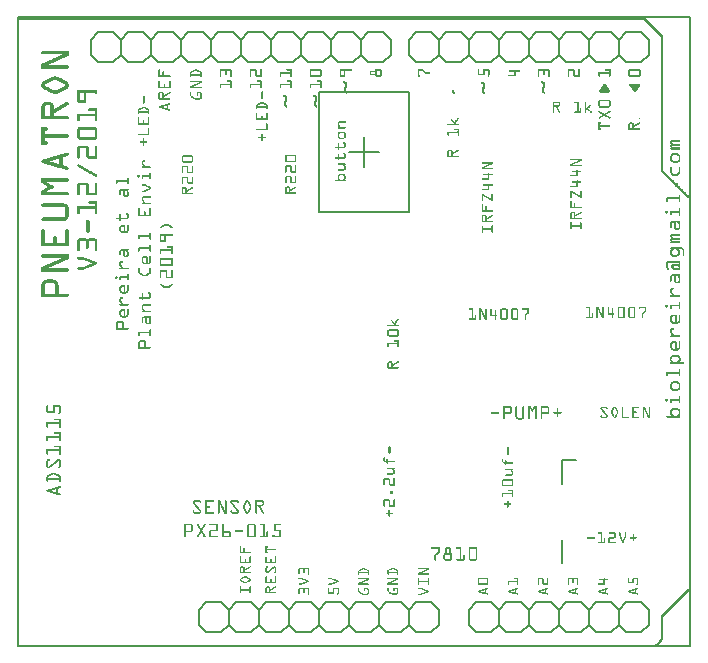
<source format=gto>
G04 MADE WITH FRITZING*
G04 WWW.FRITZING.ORG*
G04 DOUBLE SIDED*
G04 HOLES PLATED*
G04 CONTOUR ON CENTER OF CONTOUR VECTOR*
%ASAXBY*%
%FSLAX23Y23*%
%MOIN*%
%OFA0B0*%
%SFA1.0B1.0*%
%ADD10R,2.247220X2.104450X2.231220X2.088450*%
%ADD11C,0.008000*%
%ADD12C,0.005000*%
%ADD13C,0.006000*%
%ADD14R,0.001000X0.001000*%
%LNSILK1*%
G90*
G70*
G54D11*
X4Y2100D02*
X2243Y2100D01*
X2243Y4D01*
X4Y4D01*
X4Y2100D01*
D02*
X1815Y621D02*
X1815Y544D01*
D02*
X1815Y621D02*
X1864Y621D01*
D02*
X1815Y279D02*
X1815Y355D01*
G54D12*
D02*
X1205Y1648D02*
X1105Y1648D01*
D02*
X1155Y1698D02*
X1155Y1598D01*
D02*
X1305Y1848D02*
X1305Y1448D01*
D02*
X1305Y1448D02*
X1005Y1448D01*
D02*
X1005Y1448D02*
X1005Y1848D01*
D02*
X1005Y1848D02*
X1305Y1848D01*
G54D13*
D02*
X1830Y148D02*
X1880Y148D01*
D02*
X1880Y148D02*
X1905Y123D01*
D02*
X1905Y123D02*
X1905Y73D01*
D02*
X1905Y73D02*
X1880Y48D01*
D02*
X1905Y123D02*
X1930Y148D01*
D02*
X1930Y148D02*
X1980Y148D01*
D02*
X1980Y148D02*
X2005Y123D01*
D02*
X2005Y123D02*
X2005Y73D01*
D02*
X2005Y73D02*
X1980Y48D01*
D02*
X1980Y48D02*
X1930Y48D01*
D02*
X1930Y48D02*
X1905Y73D01*
D02*
X1705Y123D02*
X1730Y148D01*
D02*
X1730Y148D02*
X1780Y148D01*
D02*
X1780Y148D02*
X1805Y123D01*
D02*
X1805Y123D02*
X1805Y73D01*
D02*
X1805Y73D02*
X1780Y48D01*
D02*
X1780Y48D02*
X1730Y48D01*
D02*
X1730Y48D02*
X1705Y73D01*
D02*
X1830Y148D02*
X1805Y123D01*
D02*
X1805Y73D02*
X1830Y48D01*
D02*
X1880Y48D02*
X1830Y48D01*
D02*
X1530Y148D02*
X1580Y148D01*
D02*
X1580Y148D02*
X1605Y123D01*
D02*
X1605Y123D02*
X1605Y73D01*
D02*
X1605Y73D02*
X1580Y48D01*
D02*
X1605Y123D02*
X1630Y148D01*
D02*
X1630Y148D02*
X1680Y148D01*
D02*
X1680Y148D02*
X1705Y123D01*
D02*
X1705Y123D02*
X1705Y73D01*
D02*
X1705Y73D02*
X1680Y48D01*
D02*
X1680Y48D02*
X1630Y48D01*
D02*
X1630Y48D02*
X1605Y73D01*
D02*
X1505Y123D02*
X1505Y73D01*
D02*
X1530Y148D02*
X1505Y123D01*
D02*
X1505Y73D02*
X1530Y48D01*
D02*
X1580Y48D02*
X1530Y48D01*
D02*
X2030Y148D02*
X2080Y148D01*
D02*
X2080Y148D02*
X2105Y123D01*
D02*
X2105Y123D02*
X2105Y73D01*
D02*
X2105Y73D02*
X2080Y48D01*
D02*
X2030Y148D02*
X2005Y123D01*
D02*
X2005Y73D02*
X2030Y48D01*
D02*
X2080Y48D02*
X2030Y48D01*
D02*
X420Y1948D02*
X370Y1948D01*
D02*
X620Y1948D02*
X570Y1948D01*
D02*
X520Y1948D02*
X470Y1948D01*
D02*
X720Y1948D02*
X670Y1948D01*
D02*
X920Y1948D02*
X870Y1948D01*
D02*
X820Y1948D02*
X770Y1948D01*
D02*
X1020Y1948D02*
X970Y1948D01*
D02*
X1220Y1948D02*
X1170Y1948D01*
D02*
X1120Y1948D02*
X1070Y1948D01*
D02*
X320Y1948D02*
X270Y1948D01*
D02*
X445Y1973D02*
X420Y1948D01*
D02*
X370Y1948D02*
X345Y1973D01*
D02*
X345Y1973D02*
X345Y2023D01*
D02*
X345Y2023D02*
X370Y2048D01*
D02*
X370Y2048D02*
X420Y2048D01*
D02*
X420Y2048D02*
X445Y2023D01*
D02*
X570Y1948D02*
X545Y1973D01*
D02*
X545Y1973D02*
X545Y2023D01*
D02*
X545Y2023D02*
X570Y2048D01*
D02*
X545Y1973D02*
X520Y1948D01*
D02*
X470Y1948D02*
X445Y1973D01*
D02*
X445Y1973D02*
X445Y2023D01*
D02*
X445Y2023D02*
X470Y2048D01*
D02*
X470Y2048D02*
X520Y2048D01*
D02*
X520Y2048D02*
X545Y2023D01*
D02*
X745Y1973D02*
X720Y1948D01*
D02*
X670Y1948D02*
X645Y1973D01*
D02*
X645Y1973D02*
X645Y2023D01*
D02*
X645Y2023D02*
X670Y2048D01*
D02*
X670Y2048D02*
X720Y2048D01*
D02*
X720Y2048D02*
X745Y2023D01*
D02*
X620Y1948D02*
X645Y1973D01*
D02*
X645Y2023D02*
X620Y2048D01*
D02*
X570Y2048D02*
X620Y2048D01*
D02*
X870Y1948D02*
X845Y1973D01*
D02*
X845Y1973D02*
X845Y2023D01*
D02*
X845Y2023D02*
X870Y2048D01*
D02*
X845Y1973D02*
X820Y1948D01*
D02*
X770Y1948D02*
X745Y1973D01*
D02*
X745Y1973D02*
X745Y2023D01*
D02*
X745Y2023D02*
X770Y2048D01*
D02*
X770Y2048D02*
X820Y2048D01*
D02*
X820Y2048D02*
X845Y2023D01*
D02*
X1045Y1973D02*
X1020Y1948D01*
D02*
X970Y1948D02*
X945Y1973D01*
D02*
X945Y1973D02*
X945Y2023D01*
D02*
X945Y2023D02*
X970Y2048D01*
D02*
X970Y2048D02*
X1020Y2048D01*
D02*
X1020Y2048D02*
X1045Y2023D01*
D02*
X920Y1948D02*
X945Y1973D01*
D02*
X945Y2023D02*
X920Y2048D01*
D02*
X870Y2048D02*
X920Y2048D01*
D02*
X1170Y1948D02*
X1145Y1973D01*
D02*
X1145Y1973D02*
X1145Y2023D01*
D02*
X1145Y2023D02*
X1170Y2048D01*
D02*
X1145Y1973D02*
X1120Y1948D01*
D02*
X1070Y1948D02*
X1045Y1973D01*
D02*
X1045Y1973D02*
X1045Y2023D01*
D02*
X1045Y2023D02*
X1070Y2048D01*
D02*
X1070Y2048D02*
X1120Y2048D01*
D02*
X1120Y2048D02*
X1145Y2023D01*
D02*
X1245Y1973D02*
X1245Y2023D01*
D02*
X1220Y1948D02*
X1245Y1973D01*
D02*
X1245Y2023D02*
X1220Y2048D01*
D02*
X1170Y2048D02*
X1220Y2048D01*
D02*
X270Y1948D02*
X245Y1973D01*
D02*
X245Y1973D02*
X245Y2023D01*
D02*
X245Y2023D02*
X270Y2048D01*
D02*
X320Y1948D02*
X345Y1973D01*
D02*
X345Y2023D02*
X320Y2048D01*
D02*
X270Y2048D02*
X320Y2048D01*
D02*
X1480Y1948D02*
X1430Y1948D01*
D02*
X1430Y1948D02*
X1405Y1973D01*
D02*
X1405Y1973D02*
X1405Y2023D01*
D02*
X1405Y2023D02*
X1430Y2048D01*
D02*
X1605Y1973D02*
X1580Y1948D01*
D02*
X1580Y1948D02*
X1530Y1948D01*
D02*
X1530Y1948D02*
X1505Y1973D01*
D02*
X1505Y1973D02*
X1505Y2023D01*
D02*
X1505Y2023D02*
X1530Y2048D01*
D02*
X1530Y2048D02*
X1580Y2048D01*
D02*
X1580Y2048D02*
X1605Y2023D01*
D02*
X1480Y1948D02*
X1505Y1973D01*
D02*
X1505Y2023D02*
X1480Y2048D01*
D02*
X1430Y2048D02*
X1480Y2048D01*
D02*
X1780Y1948D02*
X1730Y1948D01*
D02*
X1730Y1948D02*
X1705Y1973D01*
D02*
X1705Y1973D02*
X1705Y2023D01*
D02*
X1705Y2023D02*
X1730Y2048D01*
D02*
X1705Y1973D02*
X1680Y1948D01*
D02*
X1680Y1948D02*
X1630Y1948D01*
D02*
X1630Y1948D02*
X1605Y1973D01*
D02*
X1605Y1973D02*
X1605Y2023D01*
D02*
X1605Y2023D02*
X1630Y2048D01*
D02*
X1630Y2048D02*
X1680Y2048D01*
D02*
X1680Y2048D02*
X1705Y2023D01*
D02*
X1905Y1973D02*
X1880Y1948D01*
D02*
X1880Y1948D02*
X1830Y1948D01*
D02*
X1830Y1948D02*
X1805Y1973D01*
D02*
X1805Y1973D02*
X1805Y2023D01*
D02*
X1805Y2023D02*
X1830Y2048D01*
D02*
X1830Y2048D02*
X1880Y2048D01*
D02*
X1880Y2048D02*
X1905Y2023D01*
D02*
X1780Y1948D02*
X1805Y1973D01*
D02*
X1805Y2023D02*
X1780Y2048D01*
D02*
X1730Y2048D02*
X1780Y2048D01*
D02*
X2080Y1948D02*
X2030Y1948D01*
D02*
X2030Y1948D02*
X2005Y1973D01*
D02*
X2005Y1973D02*
X2005Y2023D01*
D02*
X2005Y2023D02*
X2030Y2048D01*
D02*
X2005Y1973D02*
X1980Y1948D01*
D02*
X1980Y1948D02*
X1930Y1948D01*
D02*
X1930Y1948D02*
X1905Y1973D01*
D02*
X1905Y1973D02*
X1905Y2023D01*
D02*
X1905Y2023D02*
X1930Y2048D01*
D02*
X1930Y2048D02*
X1980Y2048D01*
D02*
X1980Y2048D02*
X2005Y2023D01*
D02*
X2105Y1973D02*
X2105Y2023D01*
D02*
X2080Y1948D02*
X2105Y1973D01*
D02*
X2105Y2023D02*
X2080Y2048D01*
D02*
X2030Y2048D02*
X2080Y2048D01*
D02*
X1380Y1948D02*
X1330Y1948D01*
D02*
X1330Y1948D02*
X1305Y1973D01*
D02*
X1305Y1973D02*
X1305Y2023D01*
D02*
X1305Y2023D02*
X1330Y2048D01*
D02*
X1380Y1948D02*
X1405Y1973D01*
D02*
X1405Y2023D02*
X1380Y2048D01*
D02*
X1330Y2048D02*
X1380Y2048D01*
D02*
X1230Y148D02*
X1280Y148D01*
D02*
X1280Y148D02*
X1305Y123D01*
D02*
X1305Y123D02*
X1305Y73D01*
D02*
X1305Y73D02*
X1280Y48D01*
D02*
X1105Y123D02*
X1130Y148D01*
D02*
X1130Y148D02*
X1180Y148D01*
D02*
X1180Y148D02*
X1205Y123D01*
D02*
X1205Y123D02*
X1205Y73D01*
D02*
X1205Y73D02*
X1180Y48D01*
D02*
X1180Y48D02*
X1130Y48D01*
D02*
X1130Y48D02*
X1105Y73D01*
D02*
X1230Y148D02*
X1205Y123D01*
D02*
X1205Y73D02*
X1230Y48D01*
D02*
X1280Y48D02*
X1230Y48D01*
D02*
X930Y148D02*
X980Y148D01*
D02*
X980Y148D02*
X1005Y123D01*
D02*
X1005Y123D02*
X1005Y73D01*
D02*
X1005Y73D02*
X980Y48D01*
D02*
X1005Y123D02*
X1030Y148D01*
D02*
X1030Y148D02*
X1080Y148D01*
D02*
X1080Y148D02*
X1105Y123D01*
D02*
X1105Y123D02*
X1105Y73D01*
D02*
X1105Y73D02*
X1080Y48D01*
D02*
X1080Y48D02*
X1030Y48D01*
D02*
X1030Y48D02*
X1005Y73D01*
D02*
X805Y123D02*
X830Y148D01*
D02*
X830Y148D02*
X880Y148D01*
D02*
X880Y148D02*
X905Y123D01*
D02*
X905Y123D02*
X905Y73D01*
D02*
X905Y73D02*
X880Y48D01*
D02*
X880Y48D02*
X830Y48D01*
D02*
X830Y48D02*
X805Y73D01*
D02*
X930Y148D02*
X905Y123D01*
D02*
X905Y73D02*
X930Y48D01*
D02*
X980Y48D02*
X930Y48D01*
D02*
X630Y148D02*
X680Y148D01*
D02*
X680Y148D02*
X705Y123D01*
D02*
X705Y123D02*
X705Y73D01*
D02*
X705Y73D02*
X680Y48D01*
D02*
X705Y123D02*
X730Y148D01*
D02*
X730Y148D02*
X780Y148D01*
D02*
X780Y148D02*
X805Y123D01*
D02*
X805Y123D02*
X805Y73D01*
D02*
X805Y73D02*
X780Y48D01*
D02*
X780Y48D02*
X730Y48D01*
D02*
X730Y48D02*
X705Y73D01*
D02*
X605Y123D02*
X605Y73D01*
D02*
X630Y148D02*
X605Y123D01*
D02*
X605Y73D02*
X630Y48D01*
D02*
X680Y48D02*
X630Y48D01*
D02*
X1330Y148D02*
X1380Y148D01*
D02*
X1380Y148D02*
X1405Y123D01*
D02*
X1405Y123D02*
X1405Y73D01*
D02*
X1405Y73D02*
X1380Y48D01*
D02*
X1330Y148D02*
X1305Y123D01*
D02*
X1305Y73D02*
X1330Y48D01*
D02*
X1380Y48D02*
X1330Y48D01*
G54D14*
X0Y2097D02*
X2093Y2097D01*
X0Y2096D02*
X2094Y2096D01*
X0Y2095D02*
X2095Y2095D01*
X0Y2094D02*
X2096Y2094D01*
X0Y2093D02*
X2097Y2093D01*
X0Y2092D02*
X2098Y2092D01*
X0Y2091D02*
X2099Y2091D01*
X0Y2090D02*
X2100Y2090D01*
X2090Y2089D02*
X2101Y2089D01*
X2091Y2088D02*
X2102Y2088D01*
X2092Y2087D02*
X2103Y2087D01*
X2093Y2086D02*
X2104Y2086D01*
X2094Y2085D02*
X2105Y2085D01*
X2095Y2084D02*
X2106Y2084D01*
X2096Y2083D02*
X2107Y2083D01*
X2097Y2082D02*
X2108Y2082D01*
X2098Y2081D02*
X2109Y2081D01*
X2099Y2080D02*
X2110Y2080D01*
X2100Y2079D02*
X2111Y2079D01*
X2101Y2078D02*
X2112Y2078D01*
X2102Y2077D02*
X2113Y2077D01*
X2103Y2076D02*
X2114Y2076D01*
X2104Y2075D02*
X2115Y2075D01*
X2105Y2074D02*
X2116Y2074D01*
X2106Y2073D02*
X2117Y2073D01*
X2107Y2072D02*
X2118Y2072D01*
X2108Y2071D02*
X2119Y2071D01*
X2109Y2070D02*
X2120Y2070D01*
X2110Y2069D02*
X2121Y2069D01*
X2111Y2068D02*
X2122Y2068D01*
X2112Y2067D02*
X2123Y2067D01*
X2113Y2066D02*
X2124Y2066D01*
X2114Y2065D02*
X2125Y2065D01*
X2115Y2064D02*
X2126Y2064D01*
X2116Y2063D02*
X2127Y2063D01*
X2117Y2062D02*
X2128Y2062D01*
X2118Y2061D02*
X2129Y2061D01*
X2119Y2060D02*
X2130Y2060D01*
X2120Y2059D02*
X2131Y2059D01*
X2121Y2058D02*
X2132Y2058D01*
X2122Y2057D02*
X2133Y2057D01*
X2123Y2056D02*
X2134Y2056D01*
X2124Y2055D02*
X2135Y2055D01*
X2125Y2054D02*
X2136Y2054D01*
X2126Y2053D02*
X2137Y2053D01*
X2127Y2052D02*
X2138Y2052D01*
X2128Y2051D02*
X2139Y2051D01*
X2129Y2050D02*
X2140Y2050D01*
X2130Y2049D02*
X2141Y2049D01*
X2131Y2048D02*
X2142Y2048D01*
X2132Y2047D02*
X2143Y2047D01*
X2133Y2046D02*
X2144Y2046D01*
X2134Y2045D02*
X2145Y2045D01*
X2135Y2044D02*
X2146Y2044D01*
X2136Y2043D02*
X2147Y2043D01*
X2137Y2042D02*
X2148Y2042D01*
X2138Y2041D02*
X2149Y2041D01*
X2139Y2040D02*
X2150Y2040D01*
X2140Y2039D02*
X2151Y2039D01*
X2141Y2038D02*
X2152Y2038D01*
X2142Y2037D02*
X2153Y2037D01*
X2143Y2036D02*
X2154Y2036D01*
X2144Y2035D02*
X2154Y2035D01*
X2145Y2034D02*
X2154Y2034D01*
X2146Y2033D02*
X2154Y2033D01*
X2147Y2032D02*
X2154Y2032D01*
X2147Y2031D02*
X2154Y2031D01*
X2147Y2030D02*
X2154Y2030D01*
X2147Y2029D02*
X2154Y2029D01*
X2147Y2028D02*
X2154Y2028D01*
X2147Y2027D02*
X2154Y2027D01*
X2147Y2026D02*
X2154Y2026D01*
X2147Y2025D02*
X2154Y2025D01*
X2147Y2024D02*
X2154Y2024D01*
X2147Y2023D02*
X2154Y2023D01*
X2147Y2022D02*
X2154Y2022D01*
X2147Y2021D02*
X2154Y2021D01*
X2147Y2020D02*
X2154Y2020D01*
X2147Y2019D02*
X2154Y2019D01*
X2147Y2018D02*
X2154Y2018D01*
X2147Y2017D02*
X2154Y2017D01*
X2147Y2016D02*
X2154Y2016D01*
X2147Y2015D02*
X2154Y2015D01*
X2147Y2014D02*
X2154Y2014D01*
X2147Y2013D02*
X2154Y2013D01*
X2147Y2012D02*
X2154Y2012D01*
X2147Y2011D02*
X2154Y2011D01*
X2147Y2010D02*
X2154Y2010D01*
X2147Y2009D02*
X2154Y2009D01*
X2147Y2008D02*
X2154Y2008D01*
X2147Y2007D02*
X2154Y2007D01*
X2147Y2006D02*
X2154Y2006D01*
X2147Y2005D02*
X2154Y2005D01*
X2147Y2004D02*
X2154Y2004D01*
X2147Y2003D02*
X2154Y2003D01*
X2147Y2002D02*
X2154Y2002D01*
X2147Y2001D02*
X2154Y2001D01*
X2147Y2000D02*
X2154Y2000D01*
X2147Y1999D02*
X2154Y1999D01*
X2147Y1998D02*
X2154Y1998D01*
X2147Y1997D02*
X2154Y1997D01*
X2147Y1996D02*
X2154Y1996D01*
X2147Y1995D02*
X2154Y1995D01*
X2147Y1994D02*
X2154Y1994D01*
X2147Y1993D02*
X2154Y1993D01*
X2147Y1992D02*
X2154Y1992D01*
X2147Y1991D02*
X2154Y1991D01*
X2147Y1990D02*
X2154Y1990D01*
X2147Y1989D02*
X2154Y1989D01*
X2147Y1988D02*
X2154Y1988D01*
X2147Y1987D02*
X2154Y1987D01*
X87Y1986D02*
X172Y1986D01*
X2147Y1986D02*
X2154Y1986D01*
X85Y1985D02*
X173Y1985D01*
X2147Y1985D02*
X2154Y1985D01*
X83Y1984D02*
X173Y1984D01*
X2147Y1984D02*
X2154Y1984D01*
X83Y1983D02*
X173Y1983D01*
X2147Y1983D02*
X2154Y1983D01*
X82Y1982D02*
X173Y1982D01*
X2147Y1982D02*
X2154Y1982D01*
X82Y1981D02*
X173Y1981D01*
X2147Y1981D02*
X2154Y1981D01*
X82Y1980D02*
X173Y1980D01*
X2147Y1980D02*
X2154Y1980D01*
X82Y1979D02*
X173Y1979D01*
X2147Y1979D02*
X2154Y1979D01*
X82Y1978D02*
X173Y1978D01*
X2147Y1978D02*
X2154Y1978D01*
X83Y1977D02*
X173Y1977D01*
X2147Y1977D02*
X2154Y1977D01*
X84Y1976D02*
X173Y1976D01*
X2147Y1976D02*
X2154Y1976D01*
X85Y1975D02*
X173Y1975D01*
X2147Y1975D02*
X2154Y1975D01*
X151Y1974D02*
X173Y1974D01*
X2147Y1974D02*
X2154Y1974D01*
X150Y1973D02*
X173Y1973D01*
X2147Y1973D02*
X2154Y1973D01*
X148Y1972D02*
X173Y1972D01*
X2147Y1972D02*
X2154Y1972D01*
X145Y1971D02*
X173Y1971D01*
X2147Y1971D02*
X2154Y1971D01*
X143Y1970D02*
X172Y1970D01*
X2147Y1970D02*
X2154Y1970D01*
X141Y1969D02*
X170Y1969D01*
X2147Y1969D02*
X2154Y1969D01*
X138Y1968D02*
X167Y1968D01*
X2147Y1968D02*
X2154Y1968D01*
X136Y1967D02*
X165Y1967D01*
X2147Y1967D02*
X2154Y1967D01*
X134Y1966D02*
X163Y1966D01*
X2147Y1966D02*
X2154Y1966D01*
X132Y1965D02*
X160Y1965D01*
X2147Y1965D02*
X2154Y1965D01*
X129Y1964D02*
X158Y1964D01*
X2147Y1964D02*
X2154Y1964D01*
X127Y1963D02*
X156Y1963D01*
X2147Y1963D02*
X2154Y1963D01*
X125Y1962D02*
X154Y1962D01*
X2147Y1962D02*
X2154Y1962D01*
X122Y1961D02*
X151Y1961D01*
X2147Y1961D02*
X2154Y1961D01*
X120Y1960D02*
X149Y1960D01*
X2147Y1960D02*
X2154Y1960D01*
X118Y1959D02*
X147Y1959D01*
X2147Y1959D02*
X2154Y1959D01*
X116Y1958D02*
X144Y1958D01*
X2147Y1958D02*
X2154Y1958D01*
X113Y1957D02*
X142Y1957D01*
X2147Y1957D02*
X2154Y1957D01*
X111Y1956D02*
X140Y1956D01*
X2147Y1956D02*
X2154Y1956D01*
X109Y1955D02*
X138Y1955D01*
X2147Y1955D02*
X2154Y1955D01*
X107Y1954D02*
X135Y1954D01*
X2147Y1954D02*
X2154Y1954D01*
X104Y1953D02*
X133Y1953D01*
X2147Y1953D02*
X2154Y1953D01*
X102Y1952D02*
X131Y1952D01*
X2147Y1952D02*
X2154Y1952D01*
X100Y1951D02*
X128Y1951D01*
X2147Y1951D02*
X2154Y1951D01*
X97Y1950D02*
X126Y1950D01*
X2147Y1950D02*
X2154Y1950D01*
X95Y1949D02*
X124Y1949D01*
X2147Y1949D02*
X2154Y1949D01*
X93Y1948D02*
X122Y1948D01*
X2147Y1948D02*
X2154Y1948D01*
X91Y1947D02*
X119Y1947D01*
X2147Y1947D02*
X2154Y1947D01*
X88Y1946D02*
X117Y1946D01*
X2147Y1946D02*
X2154Y1946D01*
X86Y1945D02*
X115Y1945D01*
X2147Y1945D02*
X2154Y1945D01*
X84Y1944D02*
X112Y1944D01*
X2147Y1944D02*
X2154Y1944D01*
X82Y1943D02*
X110Y1943D01*
X2147Y1943D02*
X2154Y1943D01*
X82Y1942D02*
X108Y1942D01*
X2147Y1942D02*
X2154Y1942D01*
X82Y1941D02*
X106Y1941D01*
X2147Y1941D02*
X2154Y1941D01*
X82Y1940D02*
X103Y1940D01*
X2147Y1940D02*
X2154Y1940D01*
X82Y1939D02*
X169Y1939D01*
X2147Y1939D02*
X2154Y1939D01*
X82Y1938D02*
X170Y1938D01*
X2147Y1938D02*
X2154Y1938D01*
X82Y1937D02*
X171Y1937D01*
X2147Y1937D02*
X2154Y1937D01*
X82Y1936D02*
X172Y1936D01*
X2147Y1936D02*
X2154Y1936D01*
X82Y1935D02*
X172Y1935D01*
X2147Y1935D02*
X2154Y1935D01*
X82Y1934D02*
X173Y1934D01*
X2147Y1934D02*
X2154Y1934D01*
X82Y1933D02*
X173Y1933D01*
X2147Y1933D02*
X2154Y1933D01*
X82Y1932D02*
X172Y1932D01*
X2147Y1932D02*
X2154Y1932D01*
X82Y1931D02*
X172Y1931D01*
X2147Y1931D02*
X2154Y1931D01*
X82Y1930D02*
X171Y1930D01*
X2147Y1930D02*
X2154Y1930D01*
X82Y1929D02*
X170Y1929D01*
X2147Y1929D02*
X2154Y1929D01*
X82Y1928D02*
X169Y1928D01*
X2147Y1928D02*
X2154Y1928D01*
X2147Y1927D02*
X2154Y1927D01*
X2147Y1926D02*
X2154Y1926D01*
X679Y1925D02*
X693Y1925D01*
X698Y1925D02*
X713Y1925D01*
X779Y1925D02*
X795Y1925D01*
X812Y1925D02*
X815Y1925D01*
X899Y1925D02*
X915Y1925D01*
X979Y1925D02*
X1013Y1925D01*
X1077Y1925D02*
X1115Y1925D01*
X1196Y1925D02*
X1213Y1925D01*
X1336Y1925D02*
X1353Y1925D01*
X1537Y1925D02*
X1539Y1925D01*
X1556Y1925D02*
X1573Y1925D01*
X1738Y1925D02*
X1753Y1925D01*
X1758Y1925D02*
X1773Y1925D01*
X1838Y1925D02*
X1855Y1925D01*
X1872Y1925D02*
X1875Y1925D01*
X1961Y1925D02*
X1977Y1925D01*
X2041Y1925D02*
X2075Y1925D01*
X2147Y1925D02*
X2154Y1925D01*
X473Y1924D02*
X476Y1924D01*
X593Y1924D02*
X600Y1924D01*
X677Y1924D02*
X695Y1924D01*
X697Y1924D02*
X714Y1924D01*
X777Y1924D02*
X796Y1924D01*
X812Y1924D02*
X815Y1924D01*
X898Y1924D02*
X915Y1924D01*
X977Y1924D02*
X1014Y1924D01*
X1076Y1924D02*
X1115Y1924D01*
X1195Y1924D02*
X1214Y1924D01*
X1336Y1924D02*
X1354Y1924D01*
X1536Y1924D02*
X1540Y1924D01*
X1555Y1924D02*
X1574Y1924D01*
X1659Y1924D02*
X1661Y1924D01*
X1737Y1924D02*
X1774Y1924D01*
X1837Y1924D02*
X1856Y1924D01*
X1871Y1924D02*
X1875Y1924D01*
X1961Y1924D02*
X1978Y1924D01*
X2040Y1924D02*
X2076Y1924D01*
X2147Y1924D02*
X2154Y1924D01*
X472Y1923D02*
X476Y1923D01*
X591Y1923D02*
X602Y1923D01*
X677Y1923D02*
X715Y1923D01*
X777Y1923D02*
X797Y1923D01*
X811Y1923D02*
X816Y1923D01*
X898Y1923D02*
X916Y1923D01*
X977Y1923D02*
X1015Y1923D01*
X1076Y1923D02*
X1116Y1923D01*
X1194Y1923D02*
X1215Y1923D01*
X1336Y1923D02*
X1354Y1923D01*
X1536Y1923D02*
X1540Y1923D01*
X1554Y1923D02*
X1575Y1923D01*
X1658Y1923D02*
X1662Y1923D01*
X1737Y1923D02*
X1775Y1923D01*
X1836Y1923D02*
X1857Y1923D01*
X1871Y1923D02*
X1875Y1923D01*
X1960Y1923D02*
X1978Y1923D01*
X2039Y1923D02*
X2077Y1923D01*
X2147Y1923D02*
X2154Y1923D01*
X472Y1922D02*
X476Y1922D01*
X589Y1922D02*
X604Y1922D01*
X676Y1922D02*
X715Y1922D01*
X776Y1922D02*
X798Y1922D01*
X811Y1922D02*
X816Y1922D01*
X898Y1922D02*
X916Y1922D01*
X976Y1922D02*
X1015Y1922D01*
X1076Y1922D02*
X1116Y1922D01*
X1194Y1922D02*
X1215Y1922D01*
X1336Y1922D02*
X1355Y1922D01*
X1536Y1922D02*
X1540Y1922D01*
X1554Y1922D02*
X1575Y1922D01*
X1658Y1922D02*
X1663Y1922D01*
X1736Y1922D02*
X1775Y1922D01*
X1836Y1922D02*
X1857Y1922D01*
X1871Y1922D02*
X1875Y1922D01*
X1961Y1922D02*
X1978Y1922D01*
X2039Y1922D02*
X2078Y1922D01*
X2147Y1922D02*
X2154Y1922D01*
X472Y1921D02*
X476Y1921D01*
X587Y1921D02*
X606Y1921D01*
X676Y1921D02*
X715Y1921D01*
X776Y1921D02*
X798Y1921D01*
X811Y1921D02*
X816Y1921D01*
X899Y1921D02*
X916Y1921D01*
X976Y1921D02*
X1015Y1921D01*
X1076Y1921D02*
X1116Y1921D01*
X1194Y1921D02*
X1215Y1921D01*
X1336Y1921D02*
X1356Y1921D01*
X1536Y1921D02*
X1540Y1921D01*
X1554Y1921D02*
X1575Y1921D01*
X1641Y1921D02*
X1675Y1921D01*
X1736Y1921D02*
X1775Y1921D01*
X1836Y1921D02*
X1858Y1921D01*
X1871Y1921D02*
X1875Y1921D01*
X1962Y1921D02*
X1978Y1921D01*
X2038Y1921D02*
X2078Y1921D01*
X2147Y1921D02*
X2154Y1921D01*
X472Y1920D02*
X476Y1920D01*
X585Y1920D02*
X608Y1920D01*
X676Y1920D02*
X680Y1920D01*
X692Y1920D02*
X699Y1920D01*
X711Y1920D02*
X716Y1920D01*
X776Y1920D02*
X780Y1920D01*
X794Y1920D02*
X798Y1920D01*
X811Y1920D02*
X816Y1920D01*
X911Y1920D02*
X916Y1920D01*
X976Y1920D02*
X980Y1920D01*
X1011Y1920D02*
X1016Y1920D01*
X1076Y1920D02*
X1080Y1920D01*
X1089Y1920D02*
X1093Y1920D01*
X1111Y1920D02*
X1115Y1920D01*
X1177Y1920D02*
X1198Y1920D01*
X1211Y1920D02*
X1216Y1920D01*
X1336Y1920D02*
X1340Y1920D01*
X1351Y1920D02*
X1357Y1920D01*
X1536Y1920D02*
X1540Y1920D01*
X1553Y1920D02*
X1558Y1920D01*
X1571Y1920D02*
X1575Y1920D01*
X1640Y1920D02*
X1675Y1920D01*
X1736Y1920D02*
X1740Y1920D01*
X1752Y1920D02*
X1759Y1920D01*
X1771Y1920D02*
X1775Y1920D01*
X1836Y1920D02*
X1840Y1920D01*
X1854Y1920D02*
X1858Y1920D01*
X1871Y1920D02*
X1875Y1920D01*
X1974Y1920D02*
X1978Y1920D01*
X2038Y1920D02*
X2043Y1920D01*
X2074Y1920D02*
X2078Y1920D01*
X2147Y1920D02*
X2154Y1920D01*
X472Y1919D02*
X476Y1919D01*
X486Y1919D02*
X489Y1919D01*
X583Y1919D02*
X594Y1919D01*
X599Y1919D02*
X610Y1919D01*
X676Y1919D02*
X680Y1919D01*
X693Y1919D02*
X698Y1919D01*
X711Y1919D02*
X716Y1919D01*
X776Y1919D02*
X780Y1919D01*
X794Y1919D02*
X798Y1919D01*
X811Y1919D02*
X816Y1919D01*
X911Y1919D02*
X916Y1919D01*
X976Y1919D02*
X980Y1919D01*
X1011Y1919D02*
X1016Y1919D01*
X1076Y1919D02*
X1080Y1919D01*
X1089Y1919D02*
X1093Y1919D01*
X1112Y1919D02*
X1115Y1919D01*
X1176Y1919D02*
X1198Y1919D01*
X1211Y1919D02*
X1216Y1919D01*
X1336Y1919D02*
X1340Y1919D01*
X1352Y1919D02*
X1358Y1919D01*
X1536Y1919D02*
X1540Y1919D01*
X1553Y1919D02*
X1558Y1919D01*
X1571Y1919D02*
X1575Y1919D01*
X1640Y1919D02*
X1675Y1919D01*
X1736Y1919D02*
X1740Y1919D01*
X1753Y1919D02*
X1758Y1919D01*
X1771Y1919D02*
X1775Y1919D01*
X1836Y1919D02*
X1840Y1919D01*
X1854Y1919D02*
X1858Y1919D01*
X1871Y1919D02*
X1875Y1919D01*
X1974Y1919D02*
X1978Y1919D01*
X2038Y1919D02*
X2043Y1919D01*
X2074Y1919D02*
X2078Y1919D01*
X2147Y1919D02*
X2154Y1919D01*
X472Y1918D02*
X476Y1918D01*
X486Y1918D02*
X489Y1918D01*
X581Y1918D02*
X591Y1918D01*
X601Y1918D02*
X612Y1918D01*
X676Y1918D02*
X680Y1918D01*
X694Y1918D02*
X698Y1918D01*
X711Y1918D02*
X716Y1918D01*
X776Y1918D02*
X780Y1918D01*
X794Y1918D02*
X798Y1918D01*
X811Y1918D02*
X816Y1918D01*
X911Y1918D02*
X916Y1918D01*
X976Y1918D02*
X980Y1918D01*
X1011Y1918D02*
X1016Y1918D01*
X1076Y1918D02*
X1080Y1918D01*
X1089Y1918D02*
X1093Y1918D01*
X1176Y1918D02*
X1198Y1918D01*
X1211Y1918D02*
X1216Y1918D01*
X1336Y1918D02*
X1340Y1918D01*
X1353Y1918D02*
X1359Y1918D01*
X1536Y1918D02*
X1540Y1918D01*
X1553Y1918D02*
X1558Y1918D01*
X1571Y1918D02*
X1575Y1918D01*
X1641Y1918D02*
X1675Y1918D01*
X1736Y1918D02*
X1740Y1918D01*
X1753Y1918D02*
X1758Y1918D01*
X1771Y1918D02*
X1775Y1918D01*
X1836Y1918D02*
X1840Y1918D01*
X1854Y1918D02*
X1858Y1918D01*
X1871Y1918D02*
X1875Y1918D01*
X1974Y1918D02*
X1978Y1918D01*
X2038Y1918D02*
X2043Y1918D01*
X2074Y1918D02*
X2078Y1918D01*
X2147Y1918D02*
X2154Y1918D01*
X472Y1917D02*
X476Y1917D01*
X485Y1917D02*
X490Y1917D01*
X579Y1917D02*
X589Y1917D01*
X603Y1917D02*
X614Y1917D01*
X676Y1917D02*
X680Y1917D01*
X694Y1917D02*
X698Y1917D01*
X711Y1917D02*
X716Y1917D01*
X776Y1917D02*
X780Y1917D01*
X794Y1917D02*
X798Y1917D01*
X811Y1917D02*
X816Y1917D01*
X911Y1917D02*
X916Y1917D01*
X976Y1917D02*
X980Y1917D01*
X1011Y1917D02*
X1016Y1917D01*
X1076Y1917D02*
X1080Y1917D01*
X1089Y1917D02*
X1093Y1917D01*
X1176Y1917D02*
X1198Y1917D01*
X1211Y1917D02*
X1216Y1917D01*
X1336Y1917D02*
X1340Y1917D01*
X1354Y1917D02*
X1360Y1917D01*
X1536Y1917D02*
X1540Y1917D01*
X1553Y1917D02*
X1558Y1917D01*
X1571Y1917D02*
X1575Y1917D01*
X1642Y1917D02*
X1674Y1917D01*
X1736Y1917D02*
X1740Y1917D01*
X1753Y1917D02*
X1758Y1917D01*
X1771Y1917D02*
X1775Y1917D01*
X1836Y1917D02*
X1840Y1917D01*
X1854Y1917D02*
X1858Y1917D01*
X1871Y1917D02*
X1875Y1917D01*
X1974Y1917D02*
X1978Y1917D01*
X2038Y1917D02*
X2043Y1917D01*
X2074Y1917D02*
X2078Y1917D01*
X2147Y1917D02*
X2154Y1917D01*
X472Y1916D02*
X476Y1916D01*
X485Y1916D02*
X490Y1916D01*
X579Y1916D02*
X588Y1916D01*
X605Y1916D02*
X615Y1916D01*
X676Y1916D02*
X680Y1916D01*
X694Y1916D02*
X698Y1916D01*
X711Y1916D02*
X716Y1916D01*
X776Y1916D02*
X780Y1916D01*
X794Y1916D02*
X798Y1916D01*
X811Y1916D02*
X816Y1916D01*
X911Y1916D02*
X916Y1916D01*
X976Y1916D02*
X980Y1916D01*
X1011Y1916D02*
X1016Y1916D01*
X1076Y1916D02*
X1080Y1916D01*
X1089Y1916D02*
X1093Y1916D01*
X1176Y1916D02*
X1198Y1916D01*
X1211Y1916D02*
X1216Y1916D01*
X1336Y1916D02*
X1340Y1916D01*
X1354Y1916D02*
X1360Y1916D01*
X1536Y1916D02*
X1540Y1916D01*
X1553Y1916D02*
X1558Y1916D01*
X1571Y1916D02*
X1575Y1916D01*
X1658Y1916D02*
X1662Y1916D01*
X1736Y1916D02*
X1740Y1916D01*
X1753Y1916D02*
X1758Y1916D01*
X1771Y1916D02*
X1775Y1916D01*
X1836Y1916D02*
X1840Y1916D01*
X1854Y1916D02*
X1858Y1916D01*
X1871Y1916D02*
X1875Y1916D01*
X1974Y1916D02*
X1978Y1916D01*
X2038Y1916D02*
X2043Y1916D01*
X2074Y1916D02*
X2078Y1916D01*
X2147Y1916D02*
X2154Y1916D01*
X472Y1915D02*
X476Y1915D01*
X485Y1915D02*
X490Y1915D01*
X578Y1915D02*
X586Y1915D01*
X607Y1915D02*
X615Y1915D01*
X676Y1915D02*
X680Y1915D01*
X694Y1915D02*
X698Y1915D01*
X711Y1915D02*
X716Y1915D01*
X776Y1915D02*
X780Y1915D01*
X794Y1915D02*
X798Y1915D01*
X811Y1915D02*
X816Y1915D01*
X876Y1915D02*
X916Y1915D01*
X976Y1915D02*
X980Y1915D01*
X1011Y1915D02*
X1016Y1915D01*
X1076Y1915D02*
X1080Y1915D01*
X1089Y1915D02*
X1093Y1915D01*
X1176Y1915D02*
X1180Y1915D01*
X1193Y1915D02*
X1198Y1915D01*
X1211Y1915D02*
X1216Y1915D01*
X1336Y1915D02*
X1340Y1915D01*
X1355Y1915D02*
X1374Y1915D01*
X1536Y1915D02*
X1540Y1915D01*
X1553Y1915D02*
X1558Y1915D01*
X1571Y1915D02*
X1575Y1915D01*
X1658Y1915D02*
X1662Y1915D01*
X1736Y1915D02*
X1740Y1915D01*
X1753Y1915D02*
X1758Y1915D01*
X1771Y1915D02*
X1775Y1915D01*
X1836Y1915D02*
X1840Y1915D01*
X1854Y1915D02*
X1858Y1915D01*
X1871Y1915D02*
X1875Y1915D01*
X1938Y1915D02*
X1978Y1915D01*
X2038Y1915D02*
X2043Y1915D01*
X2074Y1915D02*
X2078Y1915D01*
X2147Y1915D02*
X2154Y1915D01*
X472Y1914D02*
X476Y1914D01*
X485Y1914D02*
X490Y1914D01*
X577Y1914D02*
X584Y1914D01*
X609Y1914D02*
X616Y1914D01*
X676Y1914D02*
X680Y1914D01*
X694Y1914D02*
X698Y1914D01*
X711Y1914D02*
X716Y1914D01*
X776Y1914D02*
X780Y1914D01*
X794Y1914D02*
X798Y1914D01*
X811Y1914D02*
X816Y1914D01*
X876Y1914D02*
X916Y1914D01*
X976Y1914D02*
X980Y1914D01*
X1011Y1914D02*
X1016Y1914D01*
X1076Y1914D02*
X1080Y1914D01*
X1089Y1914D02*
X1093Y1914D01*
X1176Y1914D02*
X1180Y1914D01*
X1194Y1914D02*
X1198Y1914D01*
X1211Y1914D02*
X1216Y1914D01*
X1336Y1914D02*
X1340Y1914D01*
X1356Y1914D02*
X1375Y1914D01*
X1536Y1914D02*
X1540Y1914D01*
X1553Y1914D02*
X1558Y1914D01*
X1571Y1914D02*
X1575Y1914D01*
X1658Y1914D02*
X1662Y1914D01*
X1736Y1914D02*
X1740Y1914D01*
X1753Y1914D02*
X1758Y1914D01*
X1771Y1914D02*
X1775Y1914D01*
X1836Y1914D02*
X1840Y1914D01*
X1854Y1914D02*
X1858Y1914D01*
X1871Y1914D02*
X1875Y1914D01*
X1938Y1914D02*
X1978Y1914D01*
X2038Y1914D02*
X2043Y1914D01*
X2074Y1914D02*
X2078Y1914D01*
X2147Y1914D02*
X2154Y1914D01*
X472Y1913D02*
X476Y1913D01*
X485Y1913D02*
X490Y1913D01*
X577Y1913D02*
X582Y1913D01*
X611Y1913D02*
X616Y1913D01*
X676Y1913D02*
X680Y1913D01*
X694Y1913D02*
X698Y1913D01*
X711Y1913D02*
X716Y1913D01*
X776Y1913D02*
X780Y1913D01*
X794Y1913D02*
X798Y1913D01*
X811Y1913D02*
X816Y1913D01*
X876Y1913D02*
X916Y1913D01*
X976Y1913D02*
X980Y1913D01*
X1011Y1913D02*
X1016Y1913D01*
X1076Y1913D02*
X1080Y1913D01*
X1089Y1913D02*
X1093Y1913D01*
X1176Y1913D02*
X1180Y1913D01*
X1194Y1913D02*
X1198Y1913D01*
X1211Y1913D02*
X1216Y1913D01*
X1336Y1913D02*
X1340Y1913D01*
X1357Y1913D02*
X1375Y1913D01*
X1536Y1913D02*
X1540Y1913D01*
X1553Y1913D02*
X1558Y1913D01*
X1571Y1913D02*
X1575Y1913D01*
X1658Y1913D02*
X1662Y1913D01*
X1736Y1913D02*
X1740Y1913D01*
X1753Y1913D02*
X1758Y1913D01*
X1771Y1913D02*
X1775Y1913D01*
X1836Y1913D02*
X1840Y1913D01*
X1854Y1913D02*
X1858Y1913D01*
X1871Y1913D02*
X1875Y1913D01*
X1938Y1913D02*
X1978Y1913D01*
X2038Y1913D02*
X2043Y1913D01*
X2074Y1913D02*
X2078Y1913D01*
X2147Y1913D02*
X2154Y1913D01*
X472Y1912D02*
X476Y1912D01*
X485Y1912D02*
X490Y1912D01*
X577Y1912D02*
X581Y1912D01*
X612Y1912D02*
X616Y1912D01*
X676Y1912D02*
X680Y1912D01*
X694Y1912D02*
X698Y1912D01*
X711Y1912D02*
X716Y1912D01*
X776Y1912D02*
X780Y1912D01*
X794Y1912D02*
X798Y1912D01*
X811Y1912D02*
X816Y1912D01*
X876Y1912D02*
X916Y1912D01*
X976Y1912D02*
X980Y1912D01*
X1011Y1912D02*
X1016Y1912D01*
X1076Y1912D02*
X1080Y1912D01*
X1089Y1912D02*
X1093Y1912D01*
X1176Y1912D02*
X1180Y1912D01*
X1194Y1912D02*
X1198Y1912D01*
X1211Y1912D02*
X1216Y1912D01*
X1336Y1912D02*
X1340Y1912D01*
X1358Y1912D02*
X1375Y1912D01*
X1536Y1912D02*
X1540Y1912D01*
X1553Y1912D02*
X1558Y1912D01*
X1571Y1912D02*
X1575Y1912D01*
X1658Y1912D02*
X1662Y1912D01*
X1736Y1912D02*
X1740Y1912D01*
X1753Y1912D02*
X1758Y1912D01*
X1771Y1912D02*
X1775Y1912D01*
X1836Y1912D02*
X1840Y1912D01*
X1854Y1912D02*
X1858Y1912D01*
X1871Y1912D02*
X1875Y1912D01*
X1938Y1912D02*
X1978Y1912D01*
X2038Y1912D02*
X2043Y1912D01*
X2074Y1912D02*
X2078Y1912D01*
X2147Y1912D02*
X2154Y1912D01*
X472Y1911D02*
X476Y1911D01*
X485Y1911D02*
X490Y1911D01*
X577Y1911D02*
X581Y1911D01*
X612Y1911D02*
X616Y1911D01*
X676Y1911D02*
X680Y1911D01*
X694Y1911D02*
X698Y1911D01*
X711Y1911D02*
X716Y1911D01*
X776Y1911D02*
X780Y1911D01*
X794Y1911D02*
X798Y1911D01*
X811Y1911D02*
X816Y1911D01*
X876Y1911D02*
X916Y1911D01*
X976Y1911D02*
X980Y1911D01*
X1011Y1911D02*
X1016Y1911D01*
X1076Y1911D02*
X1080Y1911D01*
X1089Y1911D02*
X1093Y1911D01*
X1176Y1911D02*
X1180Y1911D01*
X1194Y1911D02*
X1198Y1911D01*
X1211Y1911D02*
X1216Y1911D01*
X1336Y1911D02*
X1340Y1911D01*
X1359Y1911D02*
X1375Y1911D01*
X1536Y1911D02*
X1540Y1911D01*
X1553Y1911D02*
X1558Y1911D01*
X1571Y1911D02*
X1575Y1911D01*
X1658Y1911D02*
X1662Y1911D01*
X1736Y1911D02*
X1740Y1911D01*
X1753Y1911D02*
X1758Y1911D01*
X1771Y1911D02*
X1775Y1911D01*
X1836Y1911D02*
X1840Y1911D01*
X1854Y1911D02*
X1858Y1911D01*
X1871Y1911D02*
X1875Y1911D01*
X1938Y1911D02*
X1978Y1911D01*
X2038Y1911D02*
X2043Y1911D01*
X2074Y1911D02*
X2078Y1911D01*
X2147Y1911D02*
X2154Y1911D01*
X472Y1910D02*
X476Y1910D01*
X485Y1910D02*
X490Y1910D01*
X577Y1910D02*
X581Y1910D01*
X612Y1910D02*
X616Y1910D01*
X676Y1910D02*
X680Y1910D01*
X694Y1910D02*
X698Y1910D01*
X711Y1910D02*
X716Y1910D01*
X776Y1910D02*
X780Y1910D01*
X794Y1910D02*
X798Y1910D01*
X811Y1910D02*
X816Y1910D01*
X876Y1910D02*
X880Y1910D01*
X911Y1910D02*
X916Y1910D01*
X976Y1910D02*
X980Y1910D01*
X1011Y1910D02*
X1016Y1910D01*
X1076Y1910D02*
X1080Y1910D01*
X1089Y1910D02*
X1093Y1910D01*
X1176Y1910D02*
X1198Y1910D01*
X1211Y1910D02*
X1216Y1910D01*
X1336Y1910D02*
X1340Y1910D01*
X1536Y1910D02*
X1558Y1910D01*
X1571Y1910D02*
X1575Y1910D01*
X1658Y1910D02*
X1662Y1910D01*
X1736Y1910D02*
X1740Y1910D01*
X1753Y1910D02*
X1758Y1910D01*
X1771Y1910D02*
X1775Y1910D01*
X1836Y1910D02*
X1840Y1910D01*
X1854Y1910D02*
X1858Y1910D01*
X1871Y1910D02*
X1875Y1910D01*
X1938Y1910D02*
X1943Y1910D01*
X1973Y1910D02*
X1978Y1910D01*
X2038Y1910D02*
X2043Y1910D01*
X2074Y1910D02*
X2078Y1910D01*
X2147Y1910D02*
X2154Y1910D01*
X472Y1909D02*
X476Y1909D01*
X485Y1909D02*
X490Y1909D01*
X577Y1909D02*
X616Y1909D01*
X676Y1909D02*
X680Y1909D01*
X694Y1909D02*
X698Y1909D01*
X711Y1909D02*
X716Y1909D01*
X776Y1909D02*
X780Y1909D01*
X794Y1909D02*
X798Y1909D01*
X811Y1909D02*
X816Y1909D01*
X876Y1909D02*
X880Y1909D01*
X911Y1909D02*
X916Y1909D01*
X976Y1909D02*
X980Y1909D01*
X1011Y1909D02*
X1016Y1909D01*
X1076Y1909D02*
X1080Y1909D01*
X1089Y1909D02*
X1093Y1909D01*
X1176Y1909D02*
X1198Y1909D01*
X1211Y1909D02*
X1216Y1909D01*
X1336Y1909D02*
X1340Y1909D01*
X1536Y1909D02*
X1558Y1909D01*
X1571Y1909D02*
X1575Y1909D01*
X1658Y1909D02*
X1662Y1909D01*
X1736Y1909D02*
X1740Y1909D01*
X1753Y1909D02*
X1758Y1909D01*
X1771Y1909D02*
X1775Y1909D01*
X1836Y1909D02*
X1840Y1909D01*
X1854Y1909D02*
X1858Y1909D01*
X1871Y1909D02*
X1875Y1909D01*
X1938Y1909D02*
X1943Y1909D01*
X1974Y1909D02*
X1978Y1909D01*
X2038Y1909D02*
X2043Y1909D01*
X2074Y1909D02*
X2078Y1909D01*
X2147Y1909D02*
X2154Y1909D01*
X472Y1908D02*
X476Y1908D01*
X485Y1908D02*
X490Y1908D01*
X577Y1908D02*
X616Y1908D01*
X676Y1908D02*
X680Y1908D01*
X694Y1908D02*
X698Y1908D01*
X711Y1908D02*
X716Y1908D01*
X776Y1908D02*
X780Y1908D01*
X794Y1908D02*
X798Y1908D01*
X811Y1908D02*
X816Y1908D01*
X876Y1908D02*
X880Y1908D01*
X911Y1908D02*
X916Y1908D01*
X976Y1908D02*
X980Y1908D01*
X1011Y1908D02*
X1016Y1908D01*
X1076Y1908D02*
X1080Y1908D01*
X1089Y1908D02*
X1093Y1908D01*
X1176Y1908D02*
X1198Y1908D01*
X1211Y1908D02*
X1216Y1908D01*
X1336Y1908D02*
X1340Y1908D01*
X1536Y1908D02*
X1558Y1908D01*
X1571Y1908D02*
X1575Y1908D01*
X1658Y1908D02*
X1662Y1908D01*
X1736Y1908D02*
X1740Y1908D01*
X1753Y1908D02*
X1758Y1908D01*
X1771Y1908D02*
X1775Y1908D01*
X1836Y1908D02*
X1840Y1908D01*
X1854Y1908D02*
X1858Y1908D01*
X1871Y1908D02*
X1875Y1908D01*
X1938Y1908D02*
X1943Y1908D01*
X1974Y1908D02*
X1978Y1908D01*
X2038Y1908D02*
X2043Y1908D01*
X2074Y1908D02*
X2078Y1908D01*
X2147Y1908D02*
X2154Y1908D01*
X472Y1907D02*
X476Y1907D01*
X485Y1907D02*
X490Y1907D01*
X577Y1907D02*
X616Y1907D01*
X676Y1907D02*
X680Y1907D01*
X694Y1907D02*
X698Y1907D01*
X711Y1907D02*
X716Y1907D01*
X776Y1907D02*
X780Y1907D01*
X794Y1907D02*
X798Y1907D01*
X811Y1907D02*
X816Y1907D01*
X876Y1907D02*
X880Y1907D01*
X911Y1907D02*
X916Y1907D01*
X976Y1907D02*
X980Y1907D01*
X1011Y1907D02*
X1016Y1907D01*
X1076Y1907D02*
X1080Y1907D01*
X1089Y1907D02*
X1093Y1907D01*
X1176Y1907D02*
X1198Y1907D01*
X1211Y1907D02*
X1216Y1907D01*
X1336Y1907D02*
X1340Y1907D01*
X1536Y1907D02*
X1558Y1907D01*
X1571Y1907D02*
X1575Y1907D01*
X1658Y1907D02*
X1662Y1907D01*
X1736Y1907D02*
X1740Y1907D01*
X1754Y1907D02*
X1758Y1907D01*
X1771Y1907D02*
X1775Y1907D01*
X1836Y1907D02*
X1840Y1907D01*
X1854Y1907D02*
X1858Y1907D01*
X1871Y1907D02*
X1875Y1907D01*
X1938Y1907D02*
X1943Y1907D01*
X1974Y1907D02*
X1978Y1907D01*
X2038Y1907D02*
X2043Y1907D01*
X2074Y1907D02*
X2078Y1907D01*
X2147Y1907D02*
X2154Y1907D01*
X472Y1906D02*
X476Y1906D01*
X485Y1906D02*
X490Y1906D01*
X577Y1906D02*
X616Y1906D01*
X676Y1906D02*
X680Y1906D01*
X694Y1906D02*
X697Y1906D01*
X711Y1906D02*
X716Y1906D01*
X776Y1906D02*
X780Y1906D01*
X794Y1906D02*
X798Y1906D01*
X811Y1906D02*
X816Y1906D01*
X876Y1906D02*
X880Y1906D01*
X911Y1906D02*
X916Y1906D01*
X976Y1906D02*
X980Y1906D01*
X1011Y1906D02*
X1016Y1906D01*
X1076Y1906D02*
X1080Y1906D01*
X1089Y1906D02*
X1093Y1906D01*
X1177Y1906D02*
X1198Y1906D01*
X1211Y1906D02*
X1216Y1906D01*
X1336Y1906D02*
X1340Y1906D01*
X1536Y1906D02*
X1558Y1906D01*
X1570Y1906D02*
X1575Y1906D01*
X1637Y1906D02*
X1662Y1906D01*
X1736Y1906D02*
X1740Y1906D01*
X1754Y1906D02*
X1757Y1906D01*
X1771Y1906D02*
X1775Y1906D01*
X1836Y1906D02*
X1840Y1906D01*
X1854Y1906D02*
X1858Y1906D01*
X1871Y1906D02*
X1875Y1906D01*
X1938Y1906D02*
X1943Y1906D01*
X1974Y1906D02*
X1978Y1906D01*
X2038Y1906D02*
X2043Y1906D01*
X2074Y1906D02*
X2078Y1906D01*
X2147Y1906D02*
X2154Y1906D01*
X472Y1905D02*
X476Y1905D01*
X485Y1905D02*
X490Y1905D01*
X577Y1905D02*
X616Y1905D01*
X676Y1905D02*
X680Y1905D01*
X711Y1905D02*
X716Y1905D01*
X776Y1905D02*
X780Y1905D01*
X794Y1905D02*
X816Y1905D01*
X876Y1905D02*
X880Y1905D01*
X911Y1905D02*
X916Y1905D01*
X976Y1905D02*
X1015Y1905D01*
X1076Y1905D02*
X1093Y1905D01*
X1193Y1905D02*
X1215Y1905D01*
X1336Y1905D02*
X1341Y1905D01*
X1570Y1905D02*
X1575Y1905D01*
X1636Y1905D02*
X1662Y1905D01*
X1736Y1905D02*
X1740Y1905D01*
X1771Y1905D02*
X1775Y1905D01*
X1836Y1905D02*
X1840Y1905D01*
X1854Y1905D02*
X1875Y1905D01*
X1938Y1905D02*
X1943Y1905D01*
X1974Y1905D02*
X1978Y1905D01*
X2038Y1905D02*
X2078Y1905D01*
X2147Y1905D02*
X2154Y1905D01*
X472Y1904D02*
X510Y1904D01*
X577Y1904D02*
X616Y1904D01*
X676Y1904D02*
X680Y1904D01*
X711Y1904D02*
X716Y1904D01*
X776Y1904D02*
X780Y1904D01*
X794Y1904D02*
X816Y1904D01*
X876Y1904D02*
X880Y1904D01*
X911Y1904D02*
X916Y1904D01*
X976Y1904D02*
X1015Y1904D01*
X1076Y1904D02*
X1093Y1904D01*
X1194Y1904D02*
X1215Y1904D01*
X1336Y1904D02*
X1342Y1904D01*
X1569Y1904D02*
X1574Y1904D01*
X1636Y1904D02*
X1662Y1904D01*
X1736Y1904D02*
X1740Y1904D01*
X1771Y1904D02*
X1775Y1904D01*
X1836Y1904D02*
X1840Y1904D01*
X1854Y1904D02*
X1875Y1904D01*
X1938Y1904D02*
X1943Y1904D01*
X1974Y1904D02*
X1978Y1904D01*
X2038Y1904D02*
X2078Y1904D01*
X2147Y1904D02*
X2154Y1904D01*
X472Y1903D02*
X511Y1903D01*
X577Y1903D02*
X581Y1903D01*
X612Y1903D02*
X616Y1903D01*
X676Y1903D02*
X680Y1903D01*
X711Y1903D02*
X716Y1903D01*
X776Y1903D02*
X780Y1903D01*
X794Y1903D02*
X816Y1903D01*
X876Y1903D02*
X880Y1903D01*
X911Y1903D02*
X916Y1903D01*
X976Y1903D02*
X1015Y1903D01*
X1076Y1903D02*
X1093Y1903D01*
X1194Y1903D02*
X1215Y1903D01*
X1336Y1903D02*
X1342Y1903D01*
X1569Y1903D02*
X1574Y1903D01*
X1636Y1903D02*
X1662Y1903D01*
X1736Y1903D02*
X1740Y1903D01*
X1771Y1903D02*
X1775Y1903D01*
X1836Y1903D02*
X1840Y1903D01*
X1854Y1903D02*
X1875Y1903D01*
X1938Y1903D02*
X1943Y1903D01*
X1974Y1903D02*
X1978Y1903D01*
X2039Y1903D02*
X2077Y1903D01*
X2147Y1903D02*
X2154Y1903D01*
X472Y1902D02*
X512Y1902D01*
X577Y1902D02*
X581Y1902D01*
X612Y1902D02*
X616Y1902D01*
X676Y1902D02*
X680Y1902D01*
X711Y1902D02*
X715Y1902D01*
X776Y1902D02*
X780Y1902D01*
X795Y1902D02*
X816Y1902D01*
X876Y1902D02*
X880Y1902D01*
X911Y1902D02*
X915Y1902D01*
X977Y1902D02*
X1014Y1902D01*
X1076Y1902D02*
X1093Y1902D01*
X1195Y1902D02*
X1214Y1902D01*
X1336Y1902D02*
X1342Y1902D01*
X1569Y1902D02*
X1573Y1902D01*
X1637Y1902D02*
X1662Y1902D01*
X1736Y1902D02*
X1740Y1902D01*
X1771Y1902D02*
X1775Y1902D01*
X1836Y1902D02*
X1840Y1902D01*
X1855Y1902D02*
X1875Y1902D01*
X1938Y1902D02*
X1942Y1902D01*
X1974Y1902D02*
X1978Y1902D01*
X2039Y1902D02*
X2077Y1902D01*
X2147Y1902D02*
X2154Y1902D01*
X123Y1901D02*
X131Y1901D01*
X472Y1901D02*
X512Y1901D01*
X577Y1901D02*
X581Y1901D01*
X612Y1901D02*
X616Y1901D01*
X676Y1901D02*
X680Y1901D01*
X712Y1901D02*
X715Y1901D01*
X776Y1901D02*
X780Y1901D01*
X796Y1901D02*
X816Y1901D01*
X876Y1901D02*
X880Y1901D01*
X912Y1901D02*
X915Y1901D01*
X978Y1901D02*
X1013Y1901D01*
X1076Y1901D02*
X1093Y1901D01*
X1196Y1901D02*
X1213Y1901D01*
X1336Y1901D02*
X1342Y1901D01*
X1570Y1901D02*
X1573Y1901D01*
X1736Y1901D02*
X1740Y1901D01*
X1772Y1901D02*
X1775Y1901D01*
X1836Y1901D02*
X1839Y1901D01*
X1856Y1901D02*
X1875Y1901D01*
X1939Y1901D02*
X1942Y1901D01*
X1974Y1901D02*
X1977Y1901D01*
X2041Y1901D02*
X2076Y1901D01*
X2147Y1901D02*
X2154Y1901D01*
X119Y1900D02*
X135Y1900D01*
X472Y1900D02*
X511Y1900D01*
X577Y1900D02*
X580Y1900D01*
X613Y1900D02*
X616Y1900D01*
X678Y1900D02*
X678Y1900D01*
X713Y1900D02*
X714Y1900D01*
X778Y1900D02*
X778Y1900D01*
X798Y1900D02*
X815Y1900D01*
X878Y1900D02*
X878Y1900D01*
X913Y1900D02*
X914Y1900D01*
X980Y1900D02*
X1011Y1900D01*
X1078Y1900D02*
X1091Y1900D01*
X1198Y1900D02*
X1211Y1900D01*
X1338Y1900D02*
X1340Y1900D01*
X1571Y1900D02*
X1571Y1900D01*
X1738Y1900D02*
X1738Y1900D01*
X1773Y1900D02*
X1773Y1900D01*
X1838Y1900D02*
X1838Y1900D01*
X1858Y1900D02*
X1875Y1900D01*
X1940Y1900D02*
X1940Y1900D01*
X1976Y1900D02*
X1976Y1900D01*
X2043Y1900D02*
X2073Y1900D01*
X2147Y1900D02*
X2154Y1900D01*
X117Y1899D02*
X138Y1899D01*
X473Y1899D02*
X509Y1899D01*
X578Y1899D02*
X579Y1899D01*
X614Y1899D02*
X614Y1899D01*
X2147Y1899D02*
X2154Y1899D01*
X115Y1898D02*
X140Y1898D01*
X2147Y1898D02*
X2154Y1898D01*
X113Y1897D02*
X142Y1897D01*
X2147Y1897D02*
X2154Y1897D01*
X111Y1896D02*
X144Y1896D01*
X2147Y1896D02*
X2154Y1896D01*
X109Y1895D02*
X146Y1895D01*
X2147Y1895D02*
X2154Y1895D01*
X107Y1894D02*
X148Y1894D01*
X2147Y1894D02*
X2154Y1894D01*
X105Y1893D02*
X150Y1893D01*
X2147Y1893D02*
X2154Y1893D01*
X103Y1892D02*
X152Y1892D01*
X2147Y1892D02*
X2154Y1892D01*
X101Y1891D02*
X154Y1891D01*
X2147Y1891D02*
X2154Y1891D01*
X99Y1890D02*
X156Y1890D01*
X2147Y1890D02*
X2154Y1890D01*
X97Y1889D02*
X123Y1889D01*
X131Y1889D02*
X158Y1889D01*
X2147Y1889D02*
X2154Y1889D01*
X95Y1888D02*
X120Y1888D01*
X134Y1888D02*
X160Y1888D01*
X700Y1888D02*
X714Y1888D01*
X800Y1888D02*
X814Y1888D01*
X900Y1888D02*
X914Y1888D01*
X1000Y1888D02*
X1014Y1888D01*
X2147Y1888D02*
X2154Y1888D01*
X93Y1887D02*
X118Y1887D01*
X136Y1887D02*
X162Y1887D01*
X473Y1887D02*
X475Y1887D01*
X509Y1887D02*
X510Y1887D01*
X578Y1887D02*
X616Y1887D01*
X698Y1887D02*
X715Y1887D01*
X798Y1887D02*
X815Y1887D01*
X898Y1887D02*
X915Y1887D01*
X998Y1887D02*
X1015Y1887D01*
X2147Y1887D02*
X2154Y1887D01*
X91Y1886D02*
X116Y1886D01*
X138Y1886D02*
X164Y1886D01*
X472Y1886D02*
X476Y1886D01*
X508Y1886D02*
X511Y1886D01*
X577Y1886D02*
X616Y1886D01*
X698Y1886D02*
X716Y1886D01*
X798Y1886D02*
X815Y1886D01*
X898Y1886D02*
X915Y1886D01*
X998Y1886D02*
X1015Y1886D01*
X2147Y1886D02*
X2154Y1886D01*
X89Y1885D02*
X114Y1885D01*
X140Y1885D02*
X166Y1885D01*
X472Y1885D02*
X476Y1885D01*
X508Y1885D02*
X512Y1885D01*
X577Y1885D02*
X616Y1885D01*
X698Y1885D02*
X716Y1885D01*
X798Y1885D02*
X816Y1885D01*
X898Y1885D02*
X916Y1885D01*
X998Y1885D02*
X1016Y1885D01*
X1088Y1885D02*
X1090Y1885D01*
X1748Y1885D02*
X1750Y1885D01*
X2147Y1885D02*
X2154Y1885D01*
X88Y1884D02*
X112Y1884D01*
X142Y1884D02*
X167Y1884D01*
X472Y1884D02*
X476Y1884D01*
X507Y1884D02*
X512Y1884D01*
X577Y1884D02*
X616Y1884D01*
X699Y1884D02*
X716Y1884D01*
X799Y1884D02*
X816Y1884D01*
X899Y1884D02*
X916Y1884D01*
X999Y1884D02*
X1016Y1884D01*
X1088Y1884D02*
X1094Y1884D01*
X1748Y1884D02*
X1754Y1884D01*
X2147Y1884D02*
X2154Y1884D01*
X86Y1883D02*
X110Y1883D01*
X144Y1883D02*
X168Y1883D01*
X472Y1883D02*
X476Y1883D01*
X507Y1883D02*
X512Y1883D01*
X577Y1883D02*
X616Y1883D01*
X711Y1883D02*
X716Y1883D01*
X811Y1883D02*
X816Y1883D01*
X911Y1883D02*
X916Y1883D01*
X1011Y1883D02*
X1016Y1883D01*
X1088Y1883D02*
X1096Y1883D01*
X1548Y1883D02*
X1553Y1883D01*
X1748Y1883D02*
X1756Y1883D01*
X2147Y1883D02*
X2154Y1883D01*
X86Y1882D02*
X108Y1882D01*
X146Y1882D02*
X169Y1882D01*
X472Y1882D02*
X476Y1882D01*
X507Y1882D02*
X512Y1882D01*
X580Y1882D02*
X616Y1882D01*
X711Y1882D02*
X716Y1882D01*
X811Y1882D02*
X816Y1882D01*
X911Y1882D02*
X916Y1882D01*
X1011Y1882D02*
X1016Y1882D01*
X1088Y1882D02*
X1097Y1882D01*
X1548Y1882D02*
X1555Y1882D01*
X1748Y1882D02*
X1757Y1882D01*
X2147Y1882D02*
X2154Y1882D01*
X85Y1881D02*
X106Y1881D01*
X148Y1881D02*
X170Y1881D01*
X472Y1881D02*
X476Y1881D01*
X507Y1881D02*
X512Y1881D01*
X606Y1881D02*
X616Y1881D01*
X711Y1881D02*
X716Y1881D01*
X811Y1881D02*
X816Y1881D01*
X911Y1881D02*
X916Y1881D01*
X1011Y1881D02*
X1016Y1881D01*
X1088Y1881D02*
X1098Y1881D01*
X1548Y1881D02*
X1557Y1881D01*
X1748Y1881D02*
X1758Y1881D01*
X2147Y1881D02*
X2154Y1881D01*
X84Y1880D02*
X104Y1880D01*
X150Y1880D02*
X170Y1880D01*
X472Y1880D02*
X476Y1880D01*
X507Y1880D02*
X512Y1880D01*
X603Y1880D02*
X616Y1880D01*
X711Y1880D02*
X716Y1880D01*
X811Y1880D02*
X816Y1880D01*
X911Y1880D02*
X916Y1880D01*
X1011Y1880D02*
X1016Y1880D01*
X1088Y1880D02*
X1099Y1880D01*
X1548Y1880D02*
X1558Y1880D01*
X1748Y1880D02*
X1759Y1880D01*
X2147Y1880D02*
X2154Y1880D01*
X84Y1879D02*
X102Y1879D01*
X152Y1879D02*
X171Y1879D01*
X472Y1879D02*
X476Y1879D01*
X507Y1879D02*
X512Y1879D01*
X601Y1879D02*
X613Y1879D01*
X711Y1879D02*
X716Y1879D01*
X811Y1879D02*
X816Y1879D01*
X911Y1879D02*
X916Y1879D01*
X1011Y1879D02*
X1016Y1879D01*
X1088Y1879D02*
X1100Y1879D01*
X1548Y1879D02*
X1559Y1879D01*
X1748Y1879D02*
X1760Y1879D01*
X2147Y1879D02*
X2154Y1879D01*
X83Y1878D02*
X100Y1878D01*
X154Y1878D02*
X171Y1878D01*
X472Y1878D02*
X476Y1878D01*
X507Y1878D02*
X512Y1878D01*
X599Y1878D02*
X611Y1878D01*
X711Y1878D02*
X716Y1878D01*
X811Y1878D02*
X816Y1878D01*
X911Y1878D02*
X916Y1878D01*
X1011Y1878D02*
X1016Y1878D01*
X1092Y1878D02*
X1100Y1878D01*
X1548Y1878D02*
X1559Y1878D01*
X1752Y1878D02*
X1760Y1878D01*
X2147Y1878D02*
X2154Y1878D01*
X83Y1877D02*
X98Y1877D01*
X156Y1877D02*
X172Y1877D01*
X472Y1877D02*
X476Y1877D01*
X492Y1877D02*
X492Y1877D01*
X507Y1877D02*
X512Y1877D01*
X597Y1877D02*
X609Y1877D01*
X676Y1877D02*
X716Y1877D01*
X776Y1877D02*
X816Y1877D01*
X876Y1877D02*
X916Y1877D01*
X976Y1877D02*
X1016Y1877D01*
X1094Y1877D02*
X1100Y1877D01*
X1548Y1877D02*
X1560Y1877D01*
X1754Y1877D02*
X1760Y1877D01*
X1958Y1877D02*
X1960Y1877D01*
X2045Y1877D02*
X2075Y1877D01*
X2147Y1877D02*
X2154Y1877D01*
X82Y1876D02*
X96Y1876D01*
X158Y1876D02*
X172Y1876D01*
X472Y1876D02*
X476Y1876D01*
X490Y1876D02*
X493Y1876D01*
X507Y1876D02*
X512Y1876D01*
X594Y1876D02*
X607Y1876D01*
X676Y1876D02*
X716Y1876D01*
X776Y1876D02*
X816Y1876D01*
X876Y1876D02*
X916Y1876D01*
X976Y1876D02*
X1016Y1876D01*
X1094Y1876D02*
X1101Y1876D01*
X1553Y1876D02*
X1560Y1876D01*
X1754Y1876D02*
X1761Y1876D01*
X1956Y1876D02*
X1962Y1876D01*
X2043Y1876D02*
X2076Y1876D01*
X2147Y1876D02*
X2154Y1876D01*
X82Y1875D02*
X95Y1875D01*
X160Y1875D02*
X172Y1875D01*
X472Y1875D02*
X476Y1875D01*
X490Y1875D02*
X494Y1875D01*
X507Y1875D02*
X512Y1875D01*
X592Y1875D02*
X604Y1875D01*
X676Y1875D02*
X716Y1875D01*
X776Y1875D02*
X816Y1875D01*
X876Y1875D02*
X916Y1875D01*
X976Y1875D02*
X1016Y1875D01*
X1095Y1875D02*
X1101Y1875D01*
X1554Y1875D02*
X1560Y1875D01*
X1755Y1875D02*
X1761Y1875D01*
X1955Y1875D02*
X1963Y1875D01*
X2043Y1875D02*
X2077Y1875D01*
X2147Y1875D02*
X2154Y1875D01*
X82Y1874D02*
X93Y1874D01*
X161Y1874D02*
X172Y1874D01*
X472Y1874D02*
X476Y1874D01*
X490Y1874D02*
X494Y1874D01*
X507Y1874D02*
X512Y1874D01*
X590Y1874D02*
X602Y1874D01*
X676Y1874D02*
X716Y1874D01*
X776Y1874D02*
X816Y1874D01*
X876Y1874D02*
X916Y1874D01*
X976Y1874D02*
X1016Y1874D01*
X1095Y1874D02*
X1101Y1874D01*
X1555Y1874D02*
X1561Y1874D01*
X1755Y1874D02*
X1761Y1874D01*
X1955Y1874D02*
X1963Y1874D01*
X2042Y1874D02*
X2077Y1874D01*
X2147Y1874D02*
X2154Y1874D01*
X82Y1873D02*
X93Y1873D01*
X162Y1873D02*
X172Y1873D01*
X472Y1873D02*
X476Y1873D01*
X490Y1873D02*
X494Y1873D01*
X507Y1873D02*
X512Y1873D01*
X587Y1873D02*
X600Y1873D01*
X676Y1873D02*
X716Y1873D01*
X776Y1873D02*
X816Y1873D01*
X876Y1873D02*
X916Y1873D01*
X976Y1873D02*
X1016Y1873D01*
X1095Y1873D02*
X1101Y1873D01*
X1555Y1873D02*
X1561Y1873D01*
X1755Y1873D02*
X1761Y1873D01*
X1954Y1873D02*
X1964Y1873D01*
X2042Y1873D02*
X2078Y1873D01*
X2147Y1873D02*
X2154Y1873D01*
X82Y1872D02*
X93Y1872D01*
X162Y1872D02*
X173Y1872D01*
X472Y1872D02*
X476Y1872D01*
X490Y1872D02*
X494Y1872D01*
X507Y1872D02*
X512Y1872D01*
X585Y1872D02*
X597Y1872D01*
X676Y1872D02*
X680Y1872D01*
X711Y1872D02*
X716Y1872D01*
X776Y1872D02*
X780Y1872D01*
X811Y1872D02*
X816Y1872D01*
X876Y1872D02*
X880Y1872D01*
X911Y1872D02*
X916Y1872D01*
X976Y1872D02*
X980Y1872D01*
X1011Y1872D02*
X1016Y1872D01*
X1095Y1872D02*
X1101Y1872D01*
X1555Y1872D02*
X1561Y1872D01*
X1755Y1872D02*
X1761Y1872D01*
X1953Y1872D02*
X1965Y1872D01*
X2042Y1872D02*
X2078Y1872D01*
X2147Y1872D02*
X2154Y1872D01*
X82Y1871D02*
X93Y1871D01*
X162Y1871D02*
X172Y1871D01*
X472Y1871D02*
X476Y1871D01*
X490Y1871D02*
X494Y1871D01*
X507Y1871D02*
X512Y1871D01*
X583Y1871D02*
X595Y1871D01*
X676Y1871D02*
X680Y1871D01*
X711Y1871D02*
X716Y1871D01*
X776Y1871D02*
X780Y1871D01*
X811Y1871D02*
X816Y1871D01*
X876Y1871D02*
X880Y1871D01*
X911Y1871D02*
X916Y1871D01*
X976Y1871D02*
X980Y1871D01*
X1011Y1871D02*
X1016Y1871D01*
X1095Y1871D02*
X1101Y1871D01*
X1555Y1871D02*
X1561Y1871D01*
X1754Y1871D02*
X1761Y1871D01*
X1953Y1871D02*
X1965Y1871D01*
X2042Y1871D02*
X2077Y1871D01*
X2147Y1871D02*
X2154Y1871D01*
X82Y1870D02*
X94Y1870D01*
X161Y1870D02*
X172Y1870D01*
X472Y1870D02*
X476Y1870D01*
X490Y1870D02*
X494Y1870D01*
X507Y1870D02*
X512Y1870D01*
X581Y1870D02*
X593Y1870D01*
X676Y1870D02*
X680Y1870D01*
X711Y1870D02*
X716Y1870D01*
X776Y1870D02*
X780Y1870D01*
X811Y1870D02*
X816Y1870D01*
X876Y1870D02*
X880Y1870D01*
X911Y1870D02*
X916Y1870D01*
X976Y1870D02*
X980Y1870D01*
X1011Y1870D02*
X1016Y1870D01*
X1094Y1870D02*
X1100Y1870D01*
X1555Y1870D02*
X1561Y1870D01*
X1754Y1870D02*
X1760Y1870D01*
X1952Y1870D02*
X1966Y1870D01*
X2043Y1870D02*
X2077Y1870D01*
X2147Y1870D02*
X2154Y1870D01*
X82Y1869D02*
X95Y1869D01*
X160Y1869D02*
X172Y1869D01*
X472Y1869D02*
X476Y1869D01*
X490Y1869D02*
X494Y1869D01*
X507Y1869D02*
X512Y1869D01*
X578Y1869D02*
X591Y1869D01*
X676Y1869D02*
X680Y1869D01*
X711Y1869D02*
X716Y1869D01*
X776Y1869D02*
X780Y1869D01*
X811Y1869D02*
X816Y1869D01*
X876Y1869D02*
X880Y1869D01*
X911Y1869D02*
X916Y1869D01*
X976Y1869D02*
X980Y1869D01*
X1011Y1869D02*
X1016Y1869D01*
X1094Y1869D02*
X1100Y1869D01*
X1554Y1869D02*
X1560Y1869D01*
X1754Y1869D02*
X1760Y1869D01*
X1951Y1869D02*
X1967Y1869D01*
X2044Y1869D02*
X2076Y1869D01*
X2147Y1869D02*
X2154Y1869D01*
X82Y1868D02*
X97Y1868D01*
X158Y1868D02*
X172Y1868D01*
X472Y1868D02*
X476Y1868D01*
X490Y1868D02*
X494Y1868D01*
X507Y1868D02*
X512Y1868D01*
X577Y1868D02*
X588Y1868D01*
X676Y1868D02*
X680Y1868D01*
X711Y1868D02*
X716Y1868D01*
X776Y1868D02*
X780Y1868D01*
X811Y1868D02*
X816Y1868D01*
X876Y1868D02*
X880Y1868D01*
X911Y1868D02*
X916Y1868D01*
X976Y1868D02*
X980Y1868D01*
X1011Y1868D02*
X1016Y1868D01*
X1093Y1868D02*
X1100Y1868D01*
X1554Y1868D02*
X1560Y1868D01*
X1753Y1868D02*
X1760Y1868D01*
X1951Y1868D02*
X1967Y1868D01*
X2044Y1868D02*
X2075Y1868D01*
X2147Y1868D02*
X2154Y1868D01*
X83Y1867D02*
X99Y1867D01*
X156Y1867D02*
X172Y1867D01*
X472Y1867D02*
X477Y1867D01*
X490Y1867D02*
X494Y1867D01*
X507Y1867D02*
X512Y1867D01*
X577Y1867D02*
X586Y1867D01*
X676Y1867D02*
X680Y1867D01*
X711Y1867D02*
X716Y1867D01*
X776Y1867D02*
X780Y1867D01*
X811Y1867D02*
X816Y1867D01*
X876Y1867D02*
X880Y1867D01*
X911Y1867D02*
X916Y1867D01*
X976Y1867D02*
X980Y1867D01*
X1011Y1867D02*
X1016Y1867D01*
X1093Y1867D02*
X1099Y1867D01*
X1554Y1867D02*
X1560Y1867D01*
X1753Y1867D02*
X1759Y1867D01*
X1950Y1867D02*
X1968Y1867D01*
X2045Y1867D02*
X2075Y1867D01*
X2147Y1867D02*
X2154Y1867D01*
X83Y1866D02*
X101Y1866D01*
X154Y1866D02*
X171Y1866D01*
X472Y1866D02*
X512Y1866D01*
X577Y1866D02*
X615Y1866D01*
X676Y1866D02*
X680Y1866D01*
X711Y1866D02*
X716Y1866D01*
X776Y1866D02*
X780Y1866D01*
X811Y1866D02*
X816Y1866D01*
X876Y1866D02*
X880Y1866D01*
X911Y1866D02*
X916Y1866D01*
X976Y1866D02*
X980Y1866D01*
X1011Y1866D02*
X1016Y1866D01*
X1093Y1866D02*
X1099Y1866D01*
X1553Y1866D02*
X1560Y1866D01*
X1752Y1866D02*
X1759Y1866D01*
X1949Y1866D02*
X1969Y1866D01*
X2046Y1866D02*
X2074Y1866D01*
X2147Y1866D02*
X2154Y1866D01*
X84Y1865D02*
X103Y1865D01*
X152Y1865D02*
X171Y1865D01*
X472Y1865D02*
X512Y1865D01*
X577Y1865D02*
X616Y1865D01*
X676Y1865D02*
X680Y1865D01*
X711Y1865D02*
X716Y1865D01*
X776Y1865D02*
X780Y1865D01*
X811Y1865D02*
X816Y1865D01*
X876Y1865D02*
X880Y1865D01*
X911Y1865D02*
X916Y1865D01*
X976Y1865D02*
X980Y1865D01*
X1011Y1865D02*
X1015Y1865D01*
X1092Y1865D02*
X1099Y1865D01*
X1553Y1865D02*
X1559Y1865D01*
X1752Y1865D02*
X1759Y1865D01*
X1949Y1865D02*
X1969Y1865D01*
X2046Y1865D02*
X2073Y1865D01*
X2147Y1865D02*
X2154Y1865D01*
X84Y1864D02*
X105Y1864D01*
X150Y1864D02*
X170Y1864D01*
X472Y1864D02*
X512Y1864D01*
X577Y1864D02*
X616Y1864D01*
X676Y1864D02*
X680Y1864D01*
X712Y1864D02*
X715Y1864D01*
X776Y1864D02*
X780Y1864D01*
X812Y1864D02*
X815Y1864D01*
X876Y1864D02*
X880Y1864D01*
X912Y1864D02*
X915Y1864D01*
X976Y1864D02*
X980Y1864D01*
X1011Y1864D02*
X1015Y1864D01*
X1092Y1864D02*
X1098Y1864D01*
X1552Y1864D02*
X1559Y1864D01*
X1752Y1864D02*
X1758Y1864D01*
X1948Y1864D02*
X1970Y1864D01*
X2047Y1864D02*
X2073Y1864D01*
X2147Y1864D02*
X2154Y1864D01*
X85Y1863D02*
X107Y1863D01*
X148Y1863D02*
X170Y1863D01*
X472Y1863D02*
X512Y1863D01*
X577Y1863D02*
X616Y1863D01*
X677Y1863D02*
X679Y1863D01*
X712Y1863D02*
X715Y1863D01*
X777Y1863D02*
X779Y1863D01*
X812Y1863D02*
X815Y1863D01*
X877Y1863D02*
X879Y1863D01*
X912Y1863D02*
X915Y1863D01*
X977Y1863D02*
X979Y1863D01*
X1012Y1863D02*
X1015Y1863D01*
X1091Y1863D02*
X1098Y1863D01*
X1552Y1863D02*
X1558Y1863D01*
X1751Y1863D02*
X1758Y1863D01*
X1947Y1863D02*
X1971Y1863D01*
X2048Y1863D02*
X2072Y1863D01*
X2147Y1863D02*
X2154Y1863D01*
X86Y1862D02*
X109Y1862D01*
X146Y1862D02*
X169Y1862D01*
X472Y1862D02*
X512Y1862D01*
X577Y1862D02*
X615Y1862D01*
X1091Y1862D02*
X1097Y1862D01*
X1551Y1862D02*
X1558Y1862D01*
X1751Y1862D02*
X1757Y1862D01*
X1947Y1862D02*
X1971Y1862D01*
X2048Y1862D02*
X2071Y1862D01*
X2147Y1862D02*
X2154Y1862D01*
X87Y1861D02*
X111Y1861D01*
X144Y1861D02*
X168Y1861D01*
X1090Y1861D02*
X1097Y1861D01*
X1551Y1861D02*
X1558Y1861D01*
X1750Y1861D02*
X1757Y1861D01*
X1946Y1861D02*
X1972Y1861D01*
X2049Y1861D02*
X2071Y1861D01*
X2147Y1861D02*
X2154Y1861D01*
X88Y1860D02*
X112Y1860D01*
X142Y1860D02*
X167Y1860D01*
X1090Y1860D02*
X1096Y1860D01*
X1550Y1860D02*
X1557Y1860D01*
X1750Y1860D02*
X1756Y1860D01*
X1945Y1860D02*
X1973Y1860D01*
X2050Y1860D02*
X2070Y1860D01*
X2147Y1860D02*
X2154Y1860D01*
X89Y1859D02*
X114Y1859D01*
X140Y1859D02*
X165Y1859D01*
X1089Y1859D02*
X1096Y1859D01*
X1550Y1859D02*
X1557Y1859D01*
X1749Y1859D02*
X1756Y1859D01*
X1945Y1859D02*
X1973Y1859D01*
X2050Y1859D02*
X2069Y1859D01*
X2147Y1859D02*
X2154Y1859D01*
X91Y1858D02*
X116Y1858D01*
X138Y1858D02*
X164Y1858D01*
X1089Y1858D02*
X1095Y1858D01*
X1550Y1858D02*
X1556Y1858D01*
X1749Y1858D02*
X1755Y1858D01*
X1944Y1858D02*
X1974Y1858D01*
X2051Y1858D02*
X2069Y1858D01*
X2147Y1858D02*
X2154Y1858D01*
X93Y1857D02*
X118Y1857D01*
X136Y1857D02*
X162Y1857D01*
X1089Y1857D02*
X1095Y1857D01*
X1549Y1857D02*
X1556Y1857D01*
X1749Y1857D02*
X1755Y1857D01*
X1943Y1857D02*
X1975Y1857D01*
X2052Y1857D02*
X2068Y1857D01*
X2147Y1857D02*
X2154Y1857D01*
X95Y1856D02*
X121Y1856D01*
X134Y1856D02*
X160Y1856D01*
X205Y1856D02*
X264Y1856D01*
X1089Y1856D02*
X1095Y1856D01*
X1549Y1856D02*
X1555Y1856D01*
X1749Y1856D02*
X1755Y1856D01*
X1943Y1856D02*
X1975Y1856D01*
X2052Y1856D02*
X2067Y1856D01*
X2147Y1856D02*
X2154Y1856D01*
X97Y1855D02*
X124Y1855D01*
X130Y1855D02*
X158Y1855D01*
X203Y1855D02*
X266Y1855D01*
X1089Y1855D02*
X1095Y1855D01*
X1449Y1855D02*
X1455Y1855D01*
X1549Y1855D02*
X1555Y1855D01*
X1749Y1855D02*
X1755Y1855D01*
X1942Y1855D02*
X1976Y1855D01*
X2053Y1855D02*
X2067Y1855D01*
X2147Y1855D02*
X2154Y1855D01*
X99Y1854D02*
X156Y1854D01*
X202Y1854D02*
X267Y1854D01*
X1089Y1854D02*
X1095Y1854D01*
X1449Y1854D02*
X1455Y1854D01*
X1549Y1854D02*
X1555Y1854D01*
X1749Y1854D02*
X1755Y1854D01*
X1941Y1854D02*
X1977Y1854D01*
X2054Y1854D02*
X2066Y1854D01*
X2147Y1854D02*
X2154Y1854D01*
X101Y1853D02*
X154Y1853D01*
X202Y1853D02*
X267Y1853D01*
X1089Y1853D02*
X1095Y1853D01*
X1449Y1853D02*
X1455Y1853D01*
X1549Y1853D02*
X1555Y1853D01*
X1749Y1853D02*
X1755Y1853D01*
X1941Y1853D02*
X1977Y1853D01*
X2054Y1853D02*
X2065Y1853D01*
X2147Y1853D02*
X2154Y1853D01*
X103Y1852D02*
X152Y1852D01*
X201Y1852D02*
X267Y1852D01*
X1089Y1852D02*
X1096Y1852D01*
X1449Y1852D02*
X1455Y1852D01*
X1549Y1852D02*
X1555Y1852D01*
X1749Y1852D02*
X1756Y1852D01*
X1941Y1852D02*
X1977Y1852D01*
X2055Y1852D02*
X2065Y1852D01*
X2147Y1852D02*
X2154Y1852D01*
X105Y1851D02*
X150Y1851D01*
X201Y1851D02*
X267Y1851D01*
X816Y1851D02*
X819Y1851D01*
X1090Y1851D02*
X1097Y1851D01*
X1449Y1851D02*
X1455Y1851D01*
X1549Y1851D02*
X1555Y1851D01*
X1750Y1851D02*
X1757Y1851D01*
X1942Y1851D02*
X1977Y1851D01*
X2056Y1851D02*
X2064Y1851D01*
X2147Y1851D02*
X2154Y1851D01*
X107Y1850D02*
X148Y1850D01*
X201Y1850D02*
X267Y1850D01*
X814Y1850D02*
X820Y1850D01*
X1090Y1850D02*
X1100Y1850D01*
X1449Y1850D02*
X1456Y1850D01*
X1549Y1850D02*
X1556Y1850D01*
X1750Y1850D02*
X1760Y1850D01*
X1942Y1850D02*
X1976Y1850D01*
X2056Y1850D02*
X2063Y1850D01*
X2147Y1850D02*
X2154Y1850D01*
X109Y1849D02*
X146Y1849D01*
X201Y1849D02*
X267Y1849D01*
X476Y1849D02*
X485Y1849D01*
X508Y1849D02*
X511Y1849D01*
X578Y1849D02*
X580Y1849D01*
X599Y1849D02*
X612Y1849D01*
X814Y1849D02*
X820Y1849D01*
X1091Y1849D02*
X1100Y1849D01*
X1450Y1849D02*
X1458Y1849D01*
X1550Y1849D02*
X1558Y1849D01*
X1751Y1849D02*
X1760Y1849D01*
X1943Y1849D02*
X1975Y1849D01*
X2057Y1849D02*
X2062Y1849D01*
X2147Y1849D02*
X2154Y1849D01*
X111Y1848D02*
X144Y1848D01*
X201Y1848D02*
X267Y1848D01*
X475Y1848D02*
X487Y1848D01*
X506Y1848D02*
X512Y1848D01*
X577Y1848D02*
X581Y1848D01*
X599Y1848D02*
X613Y1848D01*
X814Y1848D02*
X820Y1848D01*
X1091Y1848D02*
X1100Y1848D01*
X1450Y1848D02*
X1460Y1848D01*
X1550Y1848D02*
X1560Y1848D01*
X1751Y1848D02*
X1760Y1848D01*
X1945Y1848D02*
X1973Y1848D01*
X2059Y1848D02*
X2060Y1848D01*
X2147Y1848D02*
X2154Y1848D01*
X113Y1847D02*
X142Y1847D01*
X201Y1847D02*
X209Y1847D01*
X223Y1847D02*
X231Y1847D01*
X260Y1847D02*
X267Y1847D01*
X474Y1847D02*
X488Y1847D01*
X504Y1847D02*
X512Y1847D01*
X577Y1847D02*
X581Y1847D01*
X599Y1847D02*
X614Y1847D01*
X814Y1847D02*
X820Y1847D01*
X1092Y1847D02*
X1100Y1847D01*
X1451Y1847D02*
X1460Y1847D01*
X1551Y1847D02*
X1560Y1847D01*
X1752Y1847D02*
X1760Y1847D01*
X2147Y1847D02*
X2154Y1847D01*
X115Y1846D02*
X140Y1846D01*
X201Y1846D02*
X209Y1846D01*
X223Y1846D02*
X231Y1846D01*
X260Y1846D02*
X267Y1846D01*
X473Y1846D02*
X489Y1846D01*
X503Y1846D02*
X511Y1846D01*
X577Y1846D02*
X581Y1846D01*
X599Y1846D02*
X615Y1846D01*
X814Y1846D02*
X820Y1846D01*
X1094Y1846D02*
X1100Y1846D01*
X1452Y1846D02*
X1460Y1846D01*
X1552Y1846D02*
X1560Y1846D01*
X1753Y1846D02*
X1760Y1846D01*
X2147Y1846D02*
X2154Y1846D01*
X117Y1845D02*
X137Y1845D01*
X201Y1845D02*
X209Y1845D01*
X223Y1845D02*
X231Y1845D01*
X261Y1845D02*
X266Y1845D01*
X473Y1845D02*
X489Y1845D01*
X501Y1845D02*
X510Y1845D01*
X577Y1845D02*
X581Y1845D01*
X599Y1845D02*
X616Y1845D01*
X814Y1845D02*
X820Y1845D01*
X1095Y1845D02*
X1100Y1845D01*
X1453Y1845D02*
X1460Y1845D01*
X1553Y1845D02*
X1560Y1845D01*
X1755Y1845D02*
X1760Y1845D01*
X2147Y1845D02*
X2154Y1845D01*
X120Y1844D02*
X135Y1844D01*
X201Y1844D02*
X209Y1844D01*
X223Y1844D02*
X231Y1844D01*
X262Y1844D02*
X265Y1844D01*
X472Y1844D02*
X477Y1844D01*
X484Y1844D02*
X489Y1844D01*
X499Y1844D02*
X509Y1844D01*
X577Y1844D02*
X581Y1844D01*
X599Y1844D02*
X603Y1844D01*
X611Y1844D02*
X616Y1844D01*
X814Y1844D02*
X820Y1844D01*
X1097Y1844D02*
X1100Y1844D01*
X1454Y1844D02*
X1460Y1844D01*
X1554Y1844D02*
X1560Y1844D01*
X1757Y1844D02*
X1760Y1844D01*
X2147Y1844D02*
X2154Y1844D01*
X125Y1843D02*
X130Y1843D01*
X201Y1843D02*
X209Y1843D01*
X223Y1843D02*
X231Y1843D01*
X472Y1843D02*
X477Y1843D01*
X485Y1843D02*
X490Y1843D01*
X498Y1843D02*
X507Y1843D01*
X577Y1843D02*
X581Y1843D01*
X599Y1843D02*
X603Y1843D01*
X612Y1843D02*
X616Y1843D01*
X814Y1843D02*
X820Y1843D01*
X1456Y1843D02*
X1460Y1843D01*
X1556Y1843D02*
X1560Y1843D01*
X2147Y1843D02*
X2154Y1843D01*
X201Y1842D02*
X209Y1842D01*
X223Y1842D02*
X231Y1842D01*
X472Y1842D02*
X476Y1842D01*
X485Y1842D02*
X490Y1842D01*
X496Y1842D02*
X505Y1842D01*
X577Y1842D02*
X581Y1842D01*
X599Y1842D02*
X603Y1842D01*
X612Y1842D02*
X616Y1842D01*
X814Y1842D02*
X820Y1842D01*
X1458Y1842D02*
X1460Y1842D01*
X1558Y1842D02*
X1560Y1842D01*
X2147Y1842D02*
X2154Y1842D01*
X201Y1841D02*
X209Y1841D01*
X223Y1841D02*
X231Y1841D01*
X472Y1841D02*
X476Y1841D01*
X485Y1841D02*
X490Y1841D01*
X494Y1841D02*
X504Y1841D01*
X577Y1841D02*
X581Y1841D01*
X599Y1841D02*
X603Y1841D01*
X612Y1841D02*
X616Y1841D01*
X814Y1841D02*
X820Y1841D01*
X2147Y1841D02*
X2154Y1841D01*
X201Y1840D02*
X209Y1840D01*
X223Y1840D02*
X231Y1840D01*
X472Y1840D02*
X476Y1840D01*
X485Y1840D02*
X490Y1840D01*
X492Y1840D02*
X502Y1840D01*
X577Y1840D02*
X581Y1840D01*
X599Y1840D02*
X603Y1840D01*
X612Y1840D02*
X616Y1840D01*
X814Y1840D02*
X820Y1840D01*
X2147Y1840D02*
X2154Y1840D01*
X201Y1839D02*
X209Y1839D01*
X223Y1839D02*
X231Y1839D01*
X472Y1839D02*
X476Y1839D01*
X485Y1839D02*
X500Y1839D01*
X577Y1839D02*
X581Y1839D01*
X599Y1839D02*
X603Y1839D01*
X612Y1839D02*
X616Y1839D01*
X814Y1839D02*
X820Y1839D01*
X888Y1839D02*
X892Y1839D01*
X988Y1839D02*
X992Y1839D01*
X2147Y1839D02*
X2154Y1839D01*
X201Y1838D02*
X209Y1838D01*
X223Y1838D02*
X231Y1838D01*
X472Y1838D02*
X476Y1838D01*
X485Y1838D02*
X498Y1838D01*
X577Y1838D02*
X581Y1838D01*
X599Y1838D02*
X603Y1838D01*
X612Y1838D02*
X616Y1838D01*
X814Y1838D02*
X820Y1838D01*
X888Y1838D02*
X895Y1838D01*
X988Y1838D02*
X995Y1838D01*
X2147Y1838D02*
X2154Y1838D01*
X201Y1837D02*
X209Y1837D01*
X223Y1837D02*
X231Y1837D01*
X472Y1837D02*
X476Y1837D01*
X485Y1837D02*
X497Y1837D01*
X577Y1837D02*
X582Y1837D01*
X600Y1837D02*
X601Y1837D01*
X612Y1837D02*
X616Y1837D01*
X814Y1837D02*
X820Y1837D01*
X888Y1837D02*
X896Y1837D01*
X988Y1837D02*
X996Y1837D01*
X2147Y1837D02*
X2154Y1837D01*
X201Y1836D02*
X209Y1836D01*
X223Y1836D02*
X231Y1836D01*
X472Y1836D02*
X476Y1836D01*
X485Y1836D02*
X495Y1836D01*
X577Y1836D02*
X584Y1836D01*
X612Y1836D02*
X616Y1836D01*
X814Y1836D02*
X820Y1836D01*
X888Y1836D02*
X898Y1836D01*
X988Y1836D02*
X998Y1836D01*
X2147Y1836D02*
X2154Y1836D01*
X201Y1835D02*
X209Y1835D01*
X223Y1835D02*
X231Y1835D01*
X422Y1835D02*
X424Y1835D01*
X472Y1835D02*
X476Y1835D01*
X485Y1835D02*
X493Y1835D01*
X578Y1835D02*
X585Y1835D01*
X612Y1835D02*
X616Y1835D01*
X814Y1835D02*
X820Y1835D01*
X888Y1835D02*
X899Y1835D01*
X988Y1835D02*
X999Y1835D01*
X2147Y1835D02*
X2154Y1835D01*
X201Y1834D02*
X209Y1834D01*
X223Y1834D02*
X231Y1834D01*
X420Y1834D02*
X425Y1834D01*
X472Y1834D02*
X476Y1834D01*
X485Y1834D02*
X492Y1834D01*
X579Y1834D02*
X586Y1834D01*
X612Y1834D02*
X616Y1834D01*
X814Y1834D02*
X820Y1834D01*
X888Y1834D02*
X899Y1834D01*
X988Y1834D02*
X999Y1834D01*
X2147Y1834D02*
X2154Y1834D01*
X201Y1833D02*
X209Y1833D01*
X223Y1833D02*
X231Y1833D01*
X420Y1833D02*
X426Y1833D01*
X472Y1833D02*
X476Y1833D01*
X485Y1833D02*
X490Y1833D01*
X580Y1833D02*
X587Y1833D01*
X612Y1833D02*
X616Y1833D01*
X814Y1833D02*
X820Y1833D01*
X888Y1833D02*
X900Y1833D01*
X988Y1833D02*
X1000Y1833D01*
X2147Y1833D02*
X2154Y1833D01*
X201Y1832D02*
X209Y1832D01*
X223Y1832D02*
X231Y1832D01*
X420Y1832D02*
X426Y1832D01*
X472Y1832D02*
X476Y1832D01*
X485Y1832D02*
X490Y1832D01*
X581Y1832D02*
X589Y1832D01*
X612Y1832D02*
X616Y1832D01*
X814Y1832D02*
X820Y1832D01*
X892Y1832D02*
X900Y1832D01*
X992Y1832D02*
X1000Y1832D01*
X2147Y1832D02*
X2154Y1832D01*
X201Y1831D02*
X209Y1831D01*
X223Y1831D02*
X231Y1831D01*
X420Y1831D02*
X426Y1831D01*
X472Y1831D02*
X476Y1831D01*
X485Y1831D02*
X490Y1831D01*
X582Y1831D02*
X590Y1831D01*
X612Y1831D02*
X616Y1831D01*
X814Y1831D02*
X820Y1831D01*
X894Y1831D02*
X900Y1831D01*
X994Y1831D02*
X1000Y1831D01*
X2147Y1831D02*
X2154Y1831D01*
X201Y1830D02*
X209Y1830D01*
X223Y1830D02*
X231Y1830D01*
X420Y1830D02*
X426Y1830D01*
X472Y1830D02*
X476Y1830D01*
X485Y1830D02*
X490Y1830D01*
X584Y1830D02*
X591Y1830D01*
X611Y1830D02*
X616Y1830D01*
X814Y1830D02*
X820Y1830D01*
X895Y1830D02*
X901Y1830D01*
X995Y1830D02*
X1001Y1830D01*
X2147Y1830D02*
X2154Y1830D01*
X201Y1829D02*
X209Y1829D01*
X223Y1829D02*
X231Y1829D01*
X420Y1829D02*
X426Y1829D01*
X472Y1829D02*
X510Y1829D01*
X585Y1829D02*
X616Y1829D01*
X814Y1829D02*
X820Y1829D01*
X895Y1829D02*
X901Y1829D01*
X995Y1829D02*
X1001Y1829D01*
X2147Y1829D02*
X2154Y1829D01*
X201Y1828D02*
X209Y1828D01*
X223Y1828D02*
X231Y1828D01*
X420Y1828D02*
X426Y1828D01*
X472Y1828D02*
X511Y1828D01*
X586Y1828D02*
X615Y1828D01*
X815Y1828D02*
X820Y1828D01*
X895Y1828D02*
X901Y1828D01*
X995Y1828D02*
X1001Y1828D01*
X2147Y1828D02*
X2154Y1828D01*
X201Y1827D02*
X209Y1827D01*
X223Y1827D02*
X231Y1827D01*
X420Y1827D02*
X426Y1827D01*
X472Y1827D02*
X512Y1827D01*
X588Y1827D02*
X615Y1827D01*
X816Y1827D02*
X818Y1827D01*
X895Y1827D02*
X901Y1827D01*
X995Y1827D02*
X1001Y1827D01*
X2147Y1827D02*
X2154Y1827D01*
X201Y1826D02*
X209Y1826D01*
X223Y1826D02*
X231Y1826D01*
X420Y1826D02*
X426Y1826D01*
X472Y1826D02*
X512Y1826D01*
X589Y1826D02*
X614Y1826D01*
X895Y1826D02*
X901Y1826D01*
X995Y1826D02*
X1001Y1826D01*
X2147Y1826D02*
X2154Y1826D01*
X201Y1825D02*
X209Y1825D01*
X223Y1825D02*
X231Y1825D01*
X420Y1825D02*
X426Y1825D01*
X472Y1825D02*
X511Y1825D01*
X590Y1825D02*
X613Y1825D01*
X894Y1825D02*
X901Y1825D01*
X994Y1825D02*
X1001Y1825D01*
X2147Y1825D02*
X2154Y1825D01*
X201Y1824D02*
X209Y1824D01*
X223Y1824D02*
X231Y1824D01*
X420Y1824D02*
X426Y1824D01*
X473Y1824D02*
X509Y1824D01*
X593Y1824D02*
X610Y1824D01*
X894Y1824D02*
X900Y1824D01*
X994Y1824D02*
X1000Y1824D01*
X2147Y1824D02*
X2154Y1824D01*
X201Y1823D02*
X209Y1823D01*
X223Y1823D02*
X231Y1823D01*
X420Y1823D02*
X426Y1823D01*
X894Y1823D02*
X900Y1823D01*
X994Y1823D02*
X1000Y1823D01*
X1941Y1823D02*
X1975Y1823D01*
X2147Y1823D02*
X2154Y1823D01*
X201Y1822D02*
X209Y1822D01*
X223Y1822D02*
X231Y1822D01*
X420Y1822D02*
X426Y1822D01*
X893Y1822D02*
X900Y1822D01*
X993Y1822D02*
X1000Y1822D01*
X1940Y1822D02*
X1976Y1822D01*
X2147Y1822D02*
X2154Y1822D01*
X201Y1821D02*
X231Y1821D01*
X420Y1821D02*
X426Y1821D01*
X893Y1821D02*
X899Y1821D01*
X993Y1821D02*
X999Y1821D01*
X1939Y1821D02*
X1977Y1821D01*
X2147Y1821D02*
X2154Y1821D01*
X201Y1820D02*
X231Y1820D01*
X420Y1820D02*
X426Y1820D01*
X892Y1820D02*
X899Y1820D01*
X992Y1820D02*
X999Y1820D01*
X1939Y1820D02*
X1978Y1820D01*
X2147Y1820D02*
X2154Y1820D01*
X201Y1819D02*
X231Y1819D01*
X420Y1819D02*
X426Y1819D01*
X892Y1819D02*
X899Y1819D01*
X992Y1819D02*
X998Y1819D01*
X1938Y1819D02*
X1978Y1819D01*
X2147Y1819D02*
X2154Y1819D01*
X201Y1818D02*
X231Y1818D01*
X420Y1818D02*
X426Y1818D01*
X892Y1818D02*
X898Y1818D01*
X991Y1818D02*
X998Y1818D01*
X1938Y1818D02*
X1943Y1818D01*
X1974Y1818D02*
X1978Y1818D01*
X2147Y1818D02*
X2154Y1818D01*
X201Y1817D02*
X231Y1817D01*
X420Y1817D02*
X426Y1817D01*
X891Y1817D02*
X898Y1817D01*
X991Y1817D02*
X998Y1817D01*
X1787Y1817D02*
X1806Y1817D01*
X1859Y1817D02*
X1871Y1817D01*
X1894Y1817D02*
X1896Y1817D01*
X1938Y1817D02*
X1943Y1817D01*
X1974Y1817D02*
X1978Y1817D01*
X2147Y1817D02*
X2154Y1817D01*
X95Y1816D02*
X110Y1816D01*
X165Y1816D02*
X169Y1816D01*
X202Y1816D02*
X231Y1816D01*
X420Y1816D02*
X426Y1816D01*
X891Y1816D02*
X897Y1816D01*
X991Y1816D02*
X997Y1816D01*
X1787Y1816D02*
X1808Y1816D01*
X1858Y1816D02*
X1872Y1816D01*
X1893Y1816D02*
X1897Y1816D01*
X1938Y1816D02*
X1943Y1816D01*
X1974Y1816D02*
X1978Y1816D01*
X2147Y1816D02*
X2154Y1816D01*
X92Y1815D02*
X112Y1815D01*
X163Y1815D02*
X171Y1815D01*
X202Y1815D02*
X230Y1815D01*
X420Y1815D02*
X426Y1815D01*
X812Y1815D02*
X820Y1815D01*
X890Y1815D02*
X897Y1815D01*
X990Y1815D02*
X997Y1815D01*
X1787Y1815D02*
X1809Y1815D01*
X1858Y1815D02*
X1872Y1815D01*
X1893Y1815D02*
X1897Y1815D01*
X1938Y1815D02*
X1943Y1815D01*
X1974Y1815D02*
X1978Y1815D01*
X2147Y1815D02*
X2154Y1815D01*
X90Y1814D02*
X114Y1814D01*
X161Y1814D02*
X171Y1814D01*
X204Y1814D02*
X229Y1814D01*
X420Y1814D02*
X426Y1814D01*
X810Y1814D02*
X822Y1814D01*
X890Y1814D02*
X896Y1814D01*
X990Y1814D02*
X996Y1814D01*
X1787Y1814D02*
X1810Y1814D01*
X1858Y1814D02*
X1872Y1814D01*
X1893Y1814D02*
X1897Y1814D01*
X1938Y1814D02*
X1943Y1814D01*
X1974Y1814D02*
X1978Y1814D01*
X2147Y1814D02*
X2154Y1814D01*
X89Y1813D02*
X115Y1813D01*
X160Y1813D02*
X172Y1813D01*
X420Y1813D02*
X426Y1813D01*
X808Y1813D02*
X824Y1813D01*
X889Y1813D02*
X896Y1813D01*
X989Y1813D02*
X996Y1813D01*
X1787Y1813D02*
X1810Y1813D01*
X1859Y1813D02*
X1872Y1813D01*
X1893Y1813D02*
X1897Y1813D01*
X1938Y1813D02*
X1943Y1813D01*
X1974Y1813D02*
X1978Y1813D01*
X2147Y1813D02*
X2154Y1813D01*
X88Y1812D02*
X117Y1812D01*
X158Y1812D02*
X172Y1812D01*
X420Y1812D02*
X425Y1812D01*
X508Y1812D02*
X511Y1812D01*
X806Y1812D02*
X826Y1812D01*
X889Y1812D02*
X895Y1812D01*
X989Y1812D02*
X995Y1812D01*
X1787Y1812D02*
X1791Y1812D01*
X1806Y1812D02*
X1810Y1812D01*
X1868Y1812D02*
X1872Y1812D01*
X1893Y1812D02*
X1897Y1812D01*
X1938Y1812D02*
X1943Y1812D01*
X1974Y1812D02*
X1978Y1812D01*
X2147Y1812D02*
X2154Y1812D01*
X87Y1811D02*
X118Y1811D01*
X156Y1811D02*
X173Y1811D01*
X421Y1811D02*
X424Y1811D01*
X505Y1811D02*
X511Y1811D01*
X804Y1811D02*
X815Y1811D01*
X817Y1811D02*
X828Y1811D01*
X889Y1811D02*
X895Y1811D01*
X989Y1811D02*
X995Y1811D01*
X1787Y1811D02*
X1791Y1811D01*
X1807Y1811D02*
X1811Y1811D01*
X1868Y1811D02*
X1872Y1811D01*
X1893Y1811D02*
X1897Y1811D01*
X1938Y1811D02*
X1943Y1811D01*
X1974Y1811D02*
X1978Y1811D01*
X2147Y1811D02*
X2154Y1811D01*
X86Y1810D02*
X119Y1810D01*
X154Y1810D02*
X172Y1810D01*
X501Y1810D02*
X512Y1810D01*
X802Y1810D02*
X812Y1810D01*
X820Y1810D02*
X830Y1810D01*
X889Y1810D02*
X895Y1810D01*
X989Y1810D02*
X995Y1810D01*
X1787Y1810D02*
X1791Y1810D01*
X1807Y1810D02*
X1811Y1810D01*
X1868Y1810D02*
X1872Y1810D01*
X1893Y1810D02*
X1897Y1810D01*
X1938Y1810D02*
X1943Y1810D01*
X1974Y1810D02*
X1978Y1810D01*
X2147Y1810D02*
X2154Y1810D01*
X85Y1809D02*
X119Y1809D01*
X153Y1809D02*
X172Y1809D01*
X498Y1809D02*
X512Y1809D01*
X800Y1809D02*
X810Y1809D01*
X822Y1809D02*
X832Y1809D01*
X889Y1809D02*
X895Y1809D01*
X989Y1809D02*
X995Y1809D01*
X1787Y1809D02*
X1791Y1809D01*
X1807Y1809D02*
X1811Y1809D01*
X1868Y1809D02*
X1872Y1809D01*
X1893Y1809D02*
X1897Y1809D01*
X1938Y1809D02*
X1943Y1809D01*
X1974Y1809D02*
X1978Y1809D01*
X2147Y1809D02*
X2154Y1809D01*
X84Y1808D02*
X120Y1808D01*
X151Y1808D02*
X172Y1808D01*
X495Y1808D02*
X511Y1808D01*
X799Y1808D02*
X808Y1808D01*
X824Y1808D02*
X833Y1808D01*
X889Y1808D02*
X895Y1808D01*
X989Y1808D02*
X995Y1808D01*
X1787Y1808D02*
X1791Y1808D01*
X1807Y1808D02*
X1811Y1808D01*
X1868Y1808D02*
X1872Y1808D01*
X1893Y1808D02*
X1897Y1808D01*
X1938Y1808D02*
X1943Y1808D01*
X1974Y1808D02*
X1978Y1808D01*
X2147Y1808D02*
X2154Y1808D01*
X84Y1807D02*
X121Y1807D01*
X149Y1807D02*
X171Y1807D01*
X491Y1807D02*
X509Y1807D01*
X799Y1807D02*
X806Y1807D01*
X826Y1807D02*
X834Y1807D01*
X889Y1807D02*
X895Y1807D01*
X989Y1807D02*
X995Y1807D01*
X1787Y1807D02*
X1791Y1807D01*
X1807Y1807D02*
X1811Y1807D01*
X1868Y1807D02*
X1872Y1807D01*
X1893Y1807D02*
X1897Y1807D01*
X1912Y1807D02*
X1912Y1807D01*
X1938Y1807D02*
X1943Y1807D01*
X1974Y1807D02*
X1978Y1807D01*
X2147Y1807D02*
X2154Y1807D01*
X83Y1806D02*
X121Y1806D01*
X148Y1806D02*
X170Y1806D01*
X488Y1806D02*
X505Y1806D01*
X798Y1806D02*
X804Y1806D01*
X828Y1806D02*
X834Y1806D01*
X889Y1806D02*
X896Y1806D01*
X989Y1806D02*
X996Y1806D01*
X1787Y1806D02*
X1791Y1806D01*
X1806Y1806D02*
X1811Y1806D01*
X1868Y1806D02*
X1872Y1806D01*
X1893Y1806D02*
X1897Y1806D01*
X1910Y1806D02*
X1914Y1806D01*
X1938Y1806D02*
X1943Y1806D01*
X1974Y1806D02*
X1978Y1806D01*
X2147Y1806D02*
X2154Y1806D01*
X83Y1805D02*
X122Y1805D01*
X146Y1805D02*
X169Y1805D01*
X484Y1805D02*
X503Y1805D01*
X798Y1805D02*
X802Y1805D01*
X830Y1805D02*
X834Y1805D01*
X890Y1805D02*
X897Y1805D01*
X990Y1805D02*
X997Y1805D01*
X1787Y1805D02*
X1792Y1805D01*
X1804Y1805D02*
X1810Y1805D01*
X1868Y1805D02*
X1872Y1805D01*
X1893Y1805D02*
X1897Y1805D01*
X1909Y1805D02*
X1914Y1805D01*
X1938Y1805D02*
X1943Y1805D01*
X1974Y1805D02*
X1978Y1805D01*
X2147Y1805D02*
X2154Y1805D01*
X83Y1804D02*
X96Y1804D01*
X109Y1804D02*
X122Y1804D01*
X144Y1804D02*
X167Y1804D01*
X481Y1804D02*
X503Y1804D01*
X798Y1804D02*
X802Y1804D01*
X830Y1804D02*
X835Y1804D01*
X890Y1804D02*
X900Y1804D01*
X990Y1804D02*
X1000Y1804D01*
X1787Y1804D02*
X1810Y1804D01*
X1868Y1804D02*
X1872Y1804D01*
X1893Y1804D02*
X1897Y1804D01*
X1908Y1804D02*
X1914Y1804D01*
X1938Y1804D02*
X1943Y1804D01*
X1974Y1804D02*
X1978Y1804D01*
X2147Y1804D02*
X2154Y1804D01*
X82Y1803D02*
X95Y1803D01*
X110Y1803D02*
X122Y1803D01*
X142Y1803D02*
X165Y1803D01*
X477Y1803D02*
X495Y1803D01*
X499Y1803D02*
X503Y1803D01*
X797Y1803D02*
X801Y1803D01*
X831Y1803D02*
X835Y1803D01*
X891Y1803D02*
X900Y1803D01*
X991Y1803D02*
X1000Y1803D01*
X1787Y1803D02*
X1809Y1803D01*
X1868Y1803D02*
X1872Y1803D01*
X1893Y1803D02*
X1897Y1803D01*
X1907Y1803D02*
X1913Y1803D01*
X1938Y1803D02*
X1978Y1803D01*
X2147Y1803D02*
X2154Y1803D01*
X82Y1802D02*
X94Y1802D01*
X111Y1802D02*
X122Y1802D01*
X141Y1802D02*
X164Y1802D01*
X474Y1802D02*
X492Y1802D01*
X499Y1802D02*
X503Y1802D01*
X797Y1802D02*
X801Y1802D01*
X831Y1802D02*
X835Y1802D01*
X892Y1802D02*
X900Y1802D01*
X992Y1802D02*
X1000Y1802D01*
X1787Y1802D02*
X1808Y1802D01*
X1868Y1802D02*
X1872Y1802D01*
X1893Y1802D02*
X1897Y1802D01*
X1906Y1802D02*
X1912Y1802D01*
X1938Y1802D02*
X1978Y1802D01*
X2147Y1802D02*
X2154Y1802D01*
X82Y1801D02*
X93Y1801D01*
X111Y1801D02*
X122Y1801D01*
X139Y1801D02*
X162Y1801D01*
X473Y1801D02*
X489Y1801D01*
X499Y1801D02*
X503Y1801D01*
X797Y1801D02*
X835Y1801D01*
X893Y1801D02*
X900Y1801D01*
X993Y1801D02*
X1000Y1801D01*
X1787Y1801D02*
X1807Y1801D01*
X1868Y1801D02*
X1872Y1801D01*
X1893Y1801D02*
X1897Y1801D01*
X1905Y1801D02*
X1911Y1801D01*
X1939Y1801D02*
X1977Y1801D01*
X2147Y1801D02*
X2154Y1801D01*
X82Y1800D02*
X93Y1800D01*
X112Y1800D02*
X123Y1800D01*
X137Y1800D02*
X160Y1800D01*
X472Y1800D02*
X485Y1800D01*
X499Y1800D02*
X503Y1800D01*
X797Y1800D02*
X835Y1800D01*
X894Y1800D02*
X900Y1800D01*
X994Y1800D02*
X1000Y1800D01*
X1787Y1800D02*
X1792Y1800D01*
X1795Y1800D02*
X1801Y1800D01*
X1868Y1800D02*
X1872Y1800D01*
X1893Y1800D02*
X1897Y1800D01*
X1903Y1800D02*
X1910Y1800D01*
X1939Y1800D02*
X1977Y1800D01*
X2147Y1800D02*
X2154Y1800D01*
X82Y1799D02*
X93Y1799D01*
X112Y1799D02*
X123Y1799D01*
X136Y1799D02*
X158Y1799D01*
X418Y1799D02*
X425Y1799D01*
X472Y1799D02*
X485Y1799D01*
X499Y1799D02*
X503Y1799D01*
X797Y1799D02*
X835Y1799D01*
X895Y1799D02*
X900Y1799D01*
X995Y1799D02*
X1000Y1799D01*
X1787Y1799D02*
X1791Y1799D01*
X1796Y1799D02*
X1801Y1799D01*
X1868Y1799D02*
X1872Y1799D01*
X1893Y1799D02*
X1897Y1799D01*
X1902Y1799D02*
X1909Y1799D01*
X1940Y1799D02*
X1976Y1799D01*
X2147Y1799D02*
X2154Y1799D01*
X82Y1798D02*
X93Y1798D01*
X112Y1798D02*
X123Y1798D01*
X134Y1798D02*
X157Y1798D01*
X416Y1798D02*
X428Y1798D01*
X473Y1798D02*
X488Y1798D01*
X499Y1798D02*
X503Y1798D01*
X797Y1798D02*
X835Y1798D01*
X898Y1798D02*
X900Y1798D01*
X998Y1798D02*
X1000Y1798D01*
X1787Y1798D02*
X1791Y1798D01*
X1797Y1798D02*
X1802Y1798D01*
X1868Y1798D02*
X1872Y1798D01*
X1893Y1798D02*
X1897Y1798D01*
X1901Y1798D02*
X1908Y1798D01*
X1942Y1798D02*
X1974Y1798D01*
X2147Y1798D02*
X2154Y1798D01*
X82Y1797D02*
X93Y1797D01*
X112Y1797D02*
X123Y1797D01*
X132Y1797D02*
X155Y1797D01*
X414Y1797D02*
X430Y1797D01*
X474Y1797D02*
X491Y1797D01*
X499Y1797D02*
X503Y1797D01*
X797Y1797D02*
X835Y1797D01*
X1787Y1797D02*
X1791Y1797D01*
X1797Y1797D02*
X1802Y1797D01*
X1868Y1797D02*
X1872Y1797D01*
X1893Y1797D02*
X1897Y1797D01*
X1900Y1797D02*
X1906Y1797D01*
X2147Y1797D02*
X2154Y1797D01*
X82Y1796D02*
X93Y1796D01*
X112Y1796D02*
X123Y1796D01*
X130Y1796D02*
X153Y1796D01*
X412Y1796D02*
X432Y1796D01*
X477Y1796D02*
X495Y1796D01*
X499Y1796D02*
X503Y1796D01*
X797Y1796D02*
X801Y1796D01*
X831Y1796D02*
X835Y1796D01*
X1787Y1796D02*
X1791Y1796D01*
X1798Y1796D02*
X1803Y1796D01*
X1868Y1796D02*
X1872Y1796D01*
X1878Y1796D02*
X1880Y1796D01*
X1893Y1796D02*
X1897Y1796D01*
X1899Y1796D02*
X1905Y1796D01*
X2147Y1796D02*
X2154Y1796D01*
X82Y1795D02*
X93Y1795D01*
X112Y1795D02*
X123Y1795D01*
X129Y1795D02*
X152Y1795D01*
X410Y1795D02*
X434Y1795D01*
X481Y1795D02*
X503Y1795D01*
X797Y1795D02*
X801Y1795D01*
X831Y1795D02*
X835Y1795D01*
X1787Y1795D02*
X1791Y1795D01*
X1799Y1795D02*
X1803Y1795D01*
X1868Y1795D02*
X1872Y1795D01*
X1877Y1795D02*
X1881Y1795D01*
X1893Y1795D02*
X1904Y1795D01*
X2147Y1795D02*
X2154Y1795D01*
X82Y1794D02*
X93Y1794D01*
X112Y1794D02*
X123Y1794D01*
X127Y1794D02*
X150Y1794D01*
X241Y1794D02*
X265Y1794D01*
X408Y1794D02*
X418Y1794D01*
X426Y1794D02*
X436Y1794D01*
X484Y1794D02*
X503Y1794D01*
X797Y1794D02*
X801Y1794D01*
X831Y1794D02*
X835Y1794D01*
X1787Y1794D02*
X1791Y1794D01*
X1799Y1794D02*
X1804Y1794D01*
X1868Y1794D02*
X1872Y1794D01*
X1877Y1794D02*
X1881Y1794D01*
X1893Y1794D02*
X1904Y1794D01*
X2147Y1794D02*
X2154Y1794D01*
X82Y1793D02*
X93Y1793D01*
X112Y1793D02*
X123Y1793D01*
X125Y1793D02*
X148Y1793D01*
X239Y1793D02*
X266Y1793D01*
X406Y1793D02*
X416Y1793D01*
X428Y1793D02*
X437Y1793D01*
X487Y1793D02*
X505Y1793D01*
X798Y1793D02*
X801Y1793D01*
X831Y1793D02*
X834Y1793D01*
X1787Y1793D02*
X1791Y1793D01*
X1800Y1793D02*
X1805Y1793D01*
X1868Y1793D02*
X1872Y1793D01*
X1877Y1793D02*
X1881Y1793D01*
X1893Y1793D02*
X1905Y1793D01*
X2147Y1793D02*
X2154Y1793D01*
X82Y1792D02*
X93Y1792D01*
X112Y1792D02*
X146Y1792D01*
X238Y1792D02*
X267Y1792D01*
X405Y1792D02*
X414Y1792D01*
X430Y1792D02*
X438Y1792D01*
X491Y1792D02*
X509Y1792D01*
X799Y1792D02*
X800Y1792D01*
X832Y1792D02*
X833Y1792D01*
X1787Y1792D02*
X1791Y1792D01*
X1800Y1792D02*
X1805Y1792D01*
X1868Y1792D02*
X1872Y1792D01*
X1877Y1792D02*
X1881Y1792D01*
X1893Y1792D02*
X1906Y1792D01*
X2147Y1792D02*
X2154Y1792D01*
X82Y1791D02*
X93Y1791D01*
X112Y1791D02*
X145Y1791D01*
X238Y1791D02*
X267Y1791D01*
X404Y1791D02*
X412Y1791D01*
X431Y1791D02*
X439Y1791D01*
X494Y1791D02*
X511Y1791D01*
X1787Y1791D02*
X1791Y1791D01*
X1801Y1791D02*
X1806Y1791D01*
X1868Y1791D02*
X1872Y1791D01*
X1877Y1791D02*
X1881Y1791D01*
X1893Y1791D02*
X1907Y1791D01*
X2147Y1791D02*
X2154Y1791D01*
X82Y1790D02*
X93Y1790D01*
X112Y1790D02*
X143Y1790D01*
X238Y1790D02*
X267Y1790D01*
X404Y1790D02*
X410Y1790D01*
X433Y1790D02*
X440Y1790D01*
X498Y1790D02*
X512Y1790D01*
X1787Y1790D02*
X1791Y1790D01*
X1802Y1790D02*
X1806Y1790D01*
X1868Y1790D02*
X1872Y1790D01*
X1877Y1790D02*
X1881Y1790D01*
X1893Y1790D02*
X1898Y1790D01*
X1902Y1790D02*
X1908Y1790D01*
X2147Y1790D02*
X2154Y1790D01*
X82Y1789D02*
X93Y1789D01*
X112Y1789D02*
X141Y1789D01*
X238Y1789D02*
X267Y1789D01*
X403Y1789D02*
X408Y1789D01*
X435Y1789D02*
X440Y1789D01*
X501Y1789D02*
X512Y1789D01*
X1787Y1789D02*
X1791Y1789D01*
X1802Y1789D02*
X1807Y1789D01*
X1868Y1789D02*
X1872Y1789D01*
X1877Y1789D02*
X1881Y1789D01*
X1893Y1789D02*
X1897Y1789D01*
X1903Y1789D02*
X1909Y1789D01*
X2147Y1789D02*
X2154Y1789D01*
X82Y1788D02*
X93Y1788D01*
X112Y1788D02*
X140Y1788D01*
X238Y1788D02*
X267Y1788D01*
X403Y1788D02*
X407Y1788D01*
X436Y1788D02*
X440Y1788D01*
X504Y1788D02*
X511Y1788D01*
X1787Y1788D02*
X1791Y1788D01*
X1803Y1788D02*
X1807Y1788D01*
X1868Y1788D02*
X1872Y1788D01*
X1877Y1788D02*
X1881Y1788D01*
X1893Y1788D02*
X1897Y1788D01*
X1904Y1788D02*
X1911Y1788D01*
X2147Y1788D02*
X2154Y1788D01*
X82Y1787D02*
X93Y1787D01*
X112Y1787D02*
X138Y1787D01*
X239Y1787D02*
X267Y1787D01*
X403Y1787D02*
X407Y1787D01*
X436Y1787D02*
X440Y1787D01*
X508Y1787D02*
X511Y1787D01*
X1787Y1787D02*
X1791Y1787D01*
X1803Y1787D02*
X1808Y1787D01*
X1868Y1787D02*
X1872Y1787D01*
X1877Y1787D02*
X1881Y1787D01*
X1893Y1787D02*
X1897Y1787D01*
X1905Y1787D02*
X1912Y1787D01*
X2147Y1787D02*
X2154Y1787D01*
X82Y1786D02*
X93Y1786D01*
X112Y1786D02*
X136Y1786D01*
X241Y1786D02*
X267Y1786D01*
X403Y1786D02*
X407Y1786D01*
X436Y1786D02*
X440Y1786D01*
X1787Y1786D02*
X1791Y1786D01*
X1804Y1786D02*
X1809Y1786D01*
X1868Y1786D02*
X1872Y1786D01*
X1877Y1786D02*
X1881Y1786D01*
X1893Y1786D02*
X1897Y1786D01*
X1906Y1786D02*
X1913Y1786D01*
X1940Y1786D02*
X1941Y1786D01*
X1975Y1786D02*
X1976Y1786D01*
X2147Y1786D02*
X2154Y1786D01*
X82Y1785D02*
X93Y1785D01*
X112Y1785D02*
X134Y1785D01*
X260Y1785D02*
X267Y1785D01*
X403Y1785D02*
X440Y1785D01*
X1787Y1785D02*
X1791Y1785D01*
X1804Y1785D02*
X1809Y1785D01*
X1868Y1785D02*
X1872Y1785D01*
X1877Y1785D02*
X1881Y1785D01*
X1893Y1785D02*
X1897Y1785D01*
X1907Y1785D02*
X1914Y1785D01*
X1939Y1785D02*
X1943Y1785D01*
X1973Y1785D02*
X1977Y1785D01*
X2147Y1785D02*
X2154Y1785D01*
X82Y1784D02*
X93Y1784D01*
X112Y1784D02*
X133Y1784D01*
X260Y1784D02*
X267Y1784D01*
X403Y1784D02*
X440Y1784D01*
X1787Y1784D02*
X1791Y1784D01*
X1805Y1784D02*
X1810Y1784D01*
X1859Y1784D02*
X1881Y1784D01*
X1893Y1784D02*
X1897Y1784D01*
X1909Y1784D02*
X1915Y1784D01*
X1938Y1784D02*
X1944Y1784D01*
X1972Y1784D02*
X1978Y1784D01*
X2147Y1784D02*
X2154Y1784D01*
X82Y1783D02*
X93Y1783D01*
X112Y1783D02*
X131Y1783D01*
X260Y1783D02*
X267Y1783D01*
X403Y1783D02*
X440Y1783D01*
X1787Y1783D02*
X1791Y1783D01*
X1806Y1783D02*
X1810Y1783D01*
X1858Y1783D02*
X1881Y1783D01*
X1893Y1783D02*
X1897Y1783D01*
X1910Y1783D02*
X1916Y1783D01*
X1938Y1783D02*
X1946Y1783D01*
X1970Y1783D02*
X1978Y1783D01*
X2147Y1783D02*
X2154Y1783D01*
X82Y1782D02*
X93Y1782D01*
X112Y1782D02*
X129Y1782D01*
X260Y1782D02*
X267Y1782D01*
X403Y1782D02*
X440Y1782D01*
X1787Y1782D02*
X1791Y1782D01*
X1806Y1782D02*
X1811Y1782D01*
X1858Y1782D02*
X1881Y1782D01*
X1893Y1782D02*
X1897Y1782D01*
X1911Y1782D02*
X1916Y1782D01*
X1939Y1782D02*
X1948Y1782D01*
X1968Y1782D02*
X1977Y1782D01*
X2147Y1782D02*
X2154Y1782D01*
X82Y1781D02*
X93Y1781D01*
X112Y1781D02*
X128Y1781D01*
X260Y1781D02*
X267Y1781D01*
X403Y1781D02*
X440Y1781D01*
X1788Y1781D02*
X1791Y1781D01*
X1807Y1781D02*
X1811Y1781D01*
X1858Y1781D02*
X1881Y1781D01*
X1893Y1781D02*
X1897Y1781D01*
X1912Y1781D02*
X1916Y1781D01*
X1940Y1781D02*
X1950Y1781D01*
X1967Y1781D02*
X1976Y1781D01*
X2147Y1781D02*
X2154Y1781D01*
X82Y1780D02*
X93Y1780D01*
X112Y1780D02*
X126Y1780D01*
X260Y1780D02*
X267Y1780D01*
X403Y1780D02*
X407Y1780D01*
X436Y1780D02*
X440Y1780D01*
X798Y1780D02*
X801Y1780D01*
X832Y1780D02*
X834Y1780D01*
X1788Y1780D02*
X1790Y1780D01*
X1808Y1780D02*
X1810Y1780D01*
X1859Y1780D02*
X1880Y1780D01*
X1894Y1780D02*
X1896Y1780D01*
X1913Y1780D02*
X1916Y1780D01*
X1942Y1780D02*
X1951Y1780D01*
X1965Y1780D02*
X1974Y1780D01*
X2147Y1780D02*
X2154Y1780D01*
X82Y1779D02*
X93Y1779D01*
X112Y1779D02*
X124Y1779D01*
X260Y1779D02*
X267Y1779D01*
X403Y1779D02*
X407Y1779D01*
X436Y1779D02*
X440Y1779D01*
X798Y1779D02*
X801Y1779D01*
X831Y1779D02*
X834Y1779D01*
X1943Y1779D02*
X1953Y1779D01*
X1963Y1779D02*
X1973Y1779D01*
X2147Y1779D02*
X2154Y1779D01*
X82Y1778D02*
X93Y1778D01*
X112Y1778D02*
X123Y1778D01*
X260Y1778D02*
X267Y1778D01*
X403Y1778D02*
X407Y1778D01*
X436Y1778D02*
X440Y1778D01*
X797Y1778D02*
X801Y1778D01*
X831Y1778D02*
X835Y1778D01*
X1945Y1778D02*
X1955Y1778D01*
X1962Y1778D02*
X1971Y1778D01*
X2147Y1778D02*
X2154Y1778D01*
X82Y1777D02*
X93Y1777D01*
X112Y1777D02*
X123Y1777D01*
X202Y1777D02*
X267Y1777D01*
X403Y1777D02*
X407Y1777D01*
X437Y1777D02*
X440Y1777D01*
X797Y1777D02*
X801Y1777D01*
X831Y1777D02*
X835Y1777D01*
X1947Y1777D02*
X1956Y1777D01*
X1960Y1777D02*
X1969Y1777D01*
X2147Y1777D02*
X2154Y1777D01*
X82Y1776D02*
X93Y1776D01*
X112Y1776D02*
X123Y1776D01*
X201Y1776D02*
X267Y1776D01*
X404Y1776D02*
X406Y1776D01*
X437Y1776D02*
X439Y1776D01*
X797Y1776D02*
X801Y1776D01*
X831Y1776D02*
X835Y1776D01*
X1949Y1776D02*
X1968Y1776D01*
X2147Y1776D02*
X2154Y1776D01*
X82Y1775D02*
X93Y1775D01*
X112Y1775D02*
X123Y1775D01*
X201Y1775D02*
X267Y1775D01*
X797Y1775D02*
X801Y1775D01*
X831Y1775D02*
X835Y1775D01*
X1950Y1775D02*
X1966Y1775D01*
X2147Y1775D02*
X2154Y1775D01*
X82Y1774D02*
X93Y1774D01*
X112Y1774D02*
X123Y1774D01*
X201Y1774D02*
X267Y1774D01*
X797Y1774D02*
X801Y1774D01*
X831Y1774D02*
X835Y1774D01*
X1952Y1774D02*
X1964Y1774D01*
X2147Y1774D02*
X2154Y1774D01*
X82Y1773D02*
X93Y1773D01*
X112Y1773D02*
X123Y1773D01*
X201Y1773D02*
X267Y1773D01*
X797Y1773D02*
X801Y1773D01*
X831Y1773D02*
X835Y1773D01*
X1953Y1773D02*
X1963Y1773D01*
X2147Y1773D02*
X2154Y1773D01*
X82Y1772D02*
X93Y1772D01*
X112Y1772D02*
X123Y1772D01*
X201Y1772D02*
X267Y1772D01*
X797Y1772D02*
X801Y1772D01*
X831Y1772D02*
X835Y1772D01*
X1951Y1772D02*
X1965Y1772D01*
X2147Y1772D02*
X2154Y1772D01*
X82Y1771D02*
X93Y1771D01*
X112Y1771D02*
X123Y1771D01*
X201Y1771D02*
X267Y1771D01*
X797Y1771D02*
X801Y1771D01*
X831Y1771D02*
X835Y1771D01*
X1949Y1771D02*
X1967Y1771D01*
X2147Y1771D02*
X2154Y1771D01*
X82Y1770D02*
X167Y1770D01*
X201Y1770D02*
X267Y1770D01*
X797Y1770D02*
X801Y1770D01*
X815Y1770D02*
X817Y1770D01*
X831Y1770D02*
X835Y1770D01*
X1948Y1770D02*
X1957Y1770D01*
X1959Y1770D02*
X1968Y1770D01*
X2147Y1770D02*
X2154Y1770D01*
X82Y1769D02*
X170Y1769D01*
X201Y1769D02*
X267Y1769D01*
X797Y1769D02*
X801Y1769D01*
X814Y1769D02*
X818Y1769D01*
X831Y1769D02*
X835Y1769D01*
X1946Y1769D02*
X1956Y1769D01*
X1961Y1769D02*
X1970Y1769D01*
X2147Y1769D02*
X2154Y1769D01*
X82Y1768D02*
X171Y1768D01*
X201Y1768D02*
X209Y1768D01*
X260Y1768D02*
X267Y1768D01*
X797Y1768D02*
X801Y1768D01*
X814Y1768D02*
X818Y1768D01*
X831Y1768D02*
X835Y1768D01*
X1944Y1768D02*
X1954Y1768D01*
X1962Y1768D02*
X1972Y1768D01*
X2147Y1768D02*
X2154Y1768D01*
X82Y1767D02*
X172Y1767D01*
X201Y1767D02*
X209Y1767D01*
X260Y1767D02*
X267Y1767D01*
X797Y1767D02*
X801Y1767D01*
X814Y1767D02*
X818Y1767D01*
X831Y1767D02*
X835Y1767D01*
X1943Y1767D02*
X1952Y1767D01*
X1964Y1767D02*
X1974Y1767D01*
X2147Y1767D02*
X2154Y1767D01*
X82Y1766D02*
X172Y1766D01*
X201Y1766D02*
X209Y1766D01*
X260Y1766D02*
X267Y1766D01*
X797Y1766D02*
X801Y1766D01*
X814Y1766D02*
X818Y1766D01*
X831Y1766D02*
X835Y1766D01*
X1941Y1766D02*
X1950Y1766D01*
X1966Y1766D02*
X1975Y1766D01*
X2147Y1766D02*
X2154Y1766D01*
X82Y1765D02*
X172Y1765D01*
X201Y1765D02*
X209Y1765D01*
X260Y1765D02*
X267Y1765D01*
X797Y1765D02*
X801Y1765D01*
X814Y1765D02*
X818Y1765D01*
X831Y1765D02*
X835Y1765D01*
X1939Y1765D02*
X1949Y1765D01*
X1967Y1765D02*
X1977Y1765D01*
X2147Y1765D02*
X2154Y1765D01*
X82Y1764D02*
X173Y1764D01*
X201Y1764D02*
X209Y1764D01*
X260Y1764D02*
X267Y1764D01*
X404Y1764D02*
X406Y1764D01*
X437Y1764D02*
X439Y1764D01*
X797Y1764D02*
X801Y1764D01*
X814Y1764D02*
X818Y1764D01*
X831Y1764D02*
X835Y1764D01*
X1939Y1764D02*
X1947Y1764D01*
X1969Y1764D02*
X1978Y1764D01*
X2147Y1764D02*
X2154Y1764D01*
X82Y1763D02*
X172Y1763D01*
X201Y1763D02*
X209Y1763D01*
X260Y1763D02*
X267Y1763D01*
X403Y1763D02*
X407Y1763D01*
X437Y1763D02*
X440Y1763D01*
X797Y1763D02*
X801Y1763D01*
X814Y1763D02*
X818Y1763D01*
X831Y1763D02*
X835Y1763D01*
X1938Y1763D02*
X1945Y1763D01*
X1971Y1763D02*
X1978Y1763D01*
X2147Y1763D02*
X2154Y1763D01*
X82Y1762D02*
X172Y1762D01*
X201Y1762D02*
X209Y1762D01*
X260Y1762D02*
X267Y1762D01*
X403Y1762D02*
X407Y1762D01*
X436Y1762D02*
X440Y1762D01*
X797Y1762D02*
X801Y1762D01*
X814Y1762D02*
X818Y1762D01*
X831Y1762D02*
X835Y1762D01*
X1469Y1762D02*
X1472Y1762D01*
X1938Y1762D02*
X1944Y1762D01*
X1973Y1762D02*
X1978Y1762D01*
X2077Y1762D02*
X2078Y1762D01*
X2147Y1762D02*
X2154Y1762D01*
X82Y1761D02*
X172Y1761D01*
X201Y1761D02*
X209Y1761D01*
X260Y1761D02*
X267Y1761D01*
X403Y1761D02*
X407Y1761D01*
X436Y1761D02*
X440Y1761D01*
X797Y1761D02*
X835Y1761D01*
X1468Y1761D02*
X1472Y1761D01*
X1939Y1761D02*
X1942Y1761D01*
X1974Y1761D02*
X1977Y1761D01*
X2075Y1761D02*
X2077Y1761D01*
X2147Y1761D02*
X2154Y1761D01*
X82Y1760D02*
X171Y1760D01*
X201Y1760D02*
X209Y1760D01*
X260Y1760D02*
X267Y1760D01*
X403Y1760D02*
X407Y1760D01*
X436Y1760D02*
X440Y1760D01*
X797Y1760D02*
X835Y1760D01*
X1447Y1760D02*
X1449Y1760D01*
X1467Y1760D02*
X1472Y1760D01*
X2147Y1760D02*
X2154Y1760D01*
X82Y1759D02*
X169Y1759D01*
X201Y1759D02*
X209Y1759D01*
X260Y1759D02*
X267Y1759D01*
X403Y1759D02*
X407Y1759D01*
X436Y1759D02*
X440Y1759D01*
X797Y1759D02*
X835Y1759D01*
X1446Y1759D02*
X1450Y1759D01*
X1467Y1759D02*
X1472Y1759D01*
X2147Y1759D02*
X2154Y1759D01*
X201Y1758D02*
X209Y1758D01*
X260Y1758D02*
X267Y1758D01*
X403Y1758D02*
X407Y1758D01*
X436Y1758D02*
X440Y1758D01*
X797Y1758D02*
X835Y1758D01*
X1446Y1758D02*
X1450Y1758D01*
X1466Y1758D02*
X1471Y1758D01*
X2147Y1758D02*
X2154Y1758D01*
X201Y1757D02*
X209Y1757D01*
X260Y1757D02*
X267Y1757D01*
X403Y1757D02*
X407Y1757D01*
X436Y1757D02*
X440Y1757D01*
X797Y1757D02*
X835Y1757D01*
X1446Y1757D02*
X1451Y1757D01*
X1465Y1757D02*
X1470Y1757D01*
X2147Y1757D02*
X2154Y1757D01*
X201Y1756D02*
X209Y1756D01*
X260Y1756D02*
X267Y1756D01*
X403Y1756D02*
X407Y1756D01*
X436Y1756D02*
X440Y1756D01*
X1447Y1756D02*
X1452Y1756D01*
X1464Y1756D02*
X1469Y1756D01*
X2147Y1756D02*
X2154Y1756D01*
X202Y1755D02*
X209Y1755D01*
X260Y1755D02*
X267Y1755D01*
X403Y1755D02*
X407Y1755D01*
X436Y1755D02*
X440Y1755D01*
X1448Y1755D02*
X1453Y1755D01*
X1463Y1755D02*
X1469Y1755D01*
X2147Y1755D02*
X2154Y1755D01*
X202Y1754D02*
X209Y1754D01*
X260Y1754D02*
X267Y1754D01*
X403Y1754D02*
X407Y1754D01*
X420Y1754D02*
X423Y1754D01*
X436Y1754D02*
X440Y1754D01*
X1448Y1754D02*
X1454Y1754D01*
X1462Y1754D02*
X1468Y1754D01*
X2147Y1754D02*
X2154Y1754D01*
X203Y1753D02*
X208Y1753D01*
X261Y1753D02*
X266Y1753D01*
X403Y1753D02*
X407Y1753D01*
X420Y1753D02*
X424Y1753D01*
X436Y1753D02*
X440Y1753D01*
X1449Y1753D02*
X1455Y1753D01*
X1461Y1753D02*
X1467Y1753D01*
X2147Y1753D02*
X2154Y1753D01*
X204Y1752D02*
X207Y1752D01*
X262Y1752D02*
X265Y1752D01*
X403Y1752D02*
X407Y1752D01*
X420Y1752D02*
X424Y1752D01*
X436Y1752D02*
X440Y1752D01*
X1085Y1752D02*
X1094Y1752D01*
X1450Y1752D02*
X1456Y1752D01*
X1461Y1752D02*
X1466Y1752D01*
X2147Y1752D02*
X2154Y1752D01*
X403Y1751D02*
X407Y1751D01*
X420Y1751D02*
X424Y1751D01*
X436Y1751D02*
X440Y1751D01*
X1073Y1751D02*
X1095Y1751D01*
X1451Y1751D02*
X1456Y1751D01*
X1460Y1751D02*
X1465Y1751D01*
X2147Y1751D02*
X2154Y1751D01*
X403Y1750D02*
X407Y1750D01*
X420Y1750D02*
X424Y1750D01*
X436Y1750D02*
X440Y1750D01*
X1072Y1750D02*
X1096Y1750D01*
X1452Y1750D02*
X1457Y1750D01*
X1459Y1750D02*
X1464Y1750D01*
X2147Y1750D02*
X2154Y1750D01*
X403Y1749D02*
X407Y1749D01*
X420Y1749D02*
X424Y1749D01*
X436Y1749D02*
X440Y1749D01*
X1071Y1749D02*
X1095Y1749D01*
X1453Y1749D02*
X1463Y1749D01*
X2147Y1749D02*
X2154Y1749D01*
X403Y1748D02*
X407Y1748D01*
X420Y1748D02*
X424Y1748D01*
X436Y1748D02*
X440Y1748D01*
X1070Y1748D02*
X1095Y1748D01*
X1453Y1748D02*
X1463Y1748D01*
X1938Y1748D02*
X1946Y1748D01*
X2043Y1748D02*
X2051Y1748D01*
X2074Y1748D02*
X2077Y1748D01*
X2147Y1748D02*
X2154Y1748D01*
X403Y1747D02*
X407Y1747D01*
X420Y1747D02*
X424Y1747D01*
X436Y1747D02*
X440Y1747D01*
X1069Y1747D02*
X1082Y1747D01*
X1454Y1747D02*
X1462Y1747D01*
X1938Y1747D02*
X1947Y1747D01*
X2041Y1747D02*
X2053Y1747D01*
X2073Y1747D02*
X2078Y1747D01*
X2147Y1747D02*
X2154Y1747D01*
X403Y1746D02*
X407Y1746D01*
X420Y1746D02*
X424Y1746D01*
X436Y1746D02*
X440Y1746D01*
X1069Y1746D02*
X1074Y1746D01*
X1455Y1746D02*
X1461Y1746D01*
X1938Y1746D02*
X1947Y1746D01*
X2040Y1746D02*
X2054Y1746D01*
X2071Y1746D02*
X2078Y1746D01*
X2147Y1746D02*
X2154Y1746D01*
X403Y1745D02*
X440Y1745D01*
X832Y1745D02*
X834Y1745D01*
X1069Y1745D02*
X1073Y1745D01*
X1456Y1745D02*
X1462Y1745D01*
X1938Y1745D02*
X1947Y1745D01*
X2039Y1745D02*
X2055Y1745D01*
X2069Y1745D02*
X2078Y1745D01*
X2147Y1745D02*
X2154Y1745D01*
X403Y1744D02*
X440Y1744D01*
X831Y1744D02*
X834Y1744D01*
X1069Y1744D02*
X1073Y1744D01*
X1457Y1744D02*
X1462Y1744D01*
X1938Y1744D02*
X1946Y1744D01*
X2039Y1744D02*
X2055Y1744D01*
X2067Y1744D02*
X2077Y1744D01*
X2147Y1744D02*
X2154Y1744D01*
X403Y1743D02*
X440Y1743D01*
X831Y1743D02*
X835Y1743D01*
X1069Y1743D02*
X1073Y1743D01*
X1436Y1743D02*
X1471Y1743D01*
X1938Y1743D02*
X1943Y1743D01*
X2039Y1743D02*
X2044Y1743D01*
X2050Y1743D02*
X2055Y1743D01*
X2066Y1743D02*
X2075Y1743D01*
X2147Y1743D02*
X2154Y1743D01*
X403Y1742D02*
X440Y1742D01*
X831Y1742D02*
X835Y1742D01*
X1069Y1742D02*
X1073Y1742D01*
X1436Y1742D02*
X1472Y1742D01*
X1938Y1742D02*
X1943Y1742D01*
X2038Y1742D02*
X2043Y1742D01*
X2051Y1742D02*
X2056Y1742D01*
X2064Y1742D02*
X2074Y1742D01*
X2147Y1742D02*
X2154Y1742D01*
X403Y1741D02*
X440Y1741D01*
X831Y1741D02*
X835Y1741D01*
X1069Y1741D02*
X1073Y1741D01*
X1435Y1741D02*
X1472Y1741D01*
X1938Y1741D02*
X1943Y1741D01*
X2038Y1741D02*
X2043Y1741D01*
X2051Y1741D02*
X2056Y1741D01*
X2062Y1741D02*
X2072Y1741D01*
X2147Y1741D02*
X2154Y1741D01*
X831Y1740D02*
X835Y1740D01*
X1069Y1740D02*
X1073Y1740D01*
X1436Y1740D02*
X1472Y1740D01*
X1938Y1740D02*
X1943Y1740D01*
X2038Y1740D02*
X2043Y1740D01*
X2052Y1740D02*
X2056Y1740D01*
X2061Y1740D02*
X2070Y1740D01*
X2147Y1740D02*
X2154Y1740D01*
X831Y1739D02*
X835Y1739D01*
X1069Y1739D02*
X1074Y1739D01*
X1436Y1739D02*
X1471Y1739D01*
X1938Y1739D02*
X1943Y1739D01*
X2038Y1739D02*
X2043Y1739D01*
X2052Y1739D02*
X2056Y1739D01*
X2059Y1739D02*
X2068Y1739D01*
X2147Y1739D02*
X2154Y1739D01*
X831Y1738D02*
X835Y1738D01*
X1070Y1738D02*
X1075Y1738D01*
X1938Y1738D02*
X1976Y1738D01*
X2038Y1738D02*
X2043Y1738D01*
X2052Y1738D02*
X2067Y1738D01*
X2147Y1738D02*
X2154Y1738D01*
X831Y1737D02*
X835Y1737D01*
X1070Y1737D02*
X1075Y1737D01*
X1938Y1737D02*
X1978Y1737D01*
X2038Y1737D02*
X2043Y1737D01*
X2052Y1737D02*
X2065Y1737D01*
X2147Y1737D02*
X2154Y1737D01*
X831Y1736D02*
X835Y1736D01*
X1071Y1736D02*
X1076Y1736D01*
X1938Y1736D02*
X1978Y1736D01*
X2038Y1736D02*
X2043Y1736D01*
X2052Y1736D02*
X2063Y1736D01*
X2147Y1736D02*
X2154Y1736D01*
X831Y1735D02*
X835Y1735D01*
X1072Y1735D02*
X1077Y1735D01*
X1938Y1735D02*
X1978Y1735D01*
X2038Y1735D02*
X2043Y1735D01*
X2052Y1735D02*
X2062Y1735D01*
X2147Y1735D02*
X2154Y1735D01*
X831Y1734D02*
X835Y1734D01*
X1072Y1734D02*
X1077Y1734D01*
X1938Y1734D02*
X1977Y1734D01*
X2038Y1734D02*
X2043Y1734D01*
X2052Y1734D02*
X2060Y1734D01*
X2147Y1734D02*
X2154Y1734D01*
X831Y1733D02*
X835Y1733D01*
X1072Y1733D02*
X1078Y1733D01*
X1938Y1733D02*
X1943Y1733D01*
X2038Y1733D02*
X2043Y1733D01*
X2052Y1733D02*
X2058Y1733D01*
X2147Y1733D02*
X2154Y1733D01*
X82Y1732D02*
X97Y1732D01*
X207Y1732D02*
X261Y1732D01*
X831Y1732D02*
X835Y1732D01*
X1070Y1732D02*
X1095Y1732D01*
X1938Y1732D02*
X1943Y1732D01*
X2038Y1732D02*
X2043Y1732D01*
X2052Y1732D02*
X2056Y1732D01*
X2147Y1732D02*
X2154Y1732D01*
X82Y1731D02*
X100Y1731D01*
X205Y1731D02*
X263Y1731D01*
X831Y1731D02*
X835Y1731D01*
X1069Y1731D02*
X1096Y1731D01*
X1938Y1731D02*
X1943Y1731D01*
X2038Y1731D02*
X2043Y1731D01*
X2052Y1731D02*
X2056Y1731D01*
X2147Y1731D02*
X2154Y1731D01*
X82Y1730D02*
X101Y1730D01*
X204Y1730D02*
X265Y1730D01*
X831Y1730D02*
X835Y1730D01*
X1069Y1730D02*
X1096Y1730D01*
X1938Y1730D02*
X1943Y1730D01*
X2038Y1730D02*
X2043Y1730D01*
X2052Y1730D02*
X2056Y1730D01*
X2147Y1730D02*
X2154Y1730D01*
X82Y1729D02*
X102Y1729D01*
X203Y1729D02*
X265Y1729D01*
X438Y1729D02*
X439Y1729D01*
X831Y1729D02*
X835Y1729D01*
X1069Y1729D02*
X1095Y1729D01*
X1938Y1729D02*
X1943Y1729D01*
X2038Y1729D02*
X2043Y1729D01*
X2052Y1729D02*
X2056Y1729D01*
X2147Y1729D02*
X2154Y1729D01*
X82Y1728D02*
X102Y1728D01*
X203Y1728D02*
X266Y1728D01*
X437Y1728D02*
X440Y1728D01*
X831Y1728D02*
X835Y1728D01*
X1071Y1728D02*
X1093Y1728D01*
X1938Y1728D02*
X1945Y1728D01*
X2038Y1728D02*
X2076Y1728D01*
X2147Y1728D02*
X2154Y1728D01*
X82Y1727D02*
X103Y1727D01*
X202Y1727D02*
X267Y1727D01*
X436Y1727D02*
X440Y1727D01*
X831Y1727D02*
X835Y1727D01*
X1457Y1727D02*
X1472Y1727D01*
X1938Y1727D02*
X1946Y1727D01*
X2038Y1727D02*
X2077Y1727D01*
X2147Y1727D02*
X2154Y1727D01*
X82Y1726D02*
X103Y1726D01*
X202Y1726D02*
X267Y1726D01*
X436Y1726D02*
X440Y1726D01*
X800Y1726D02*
X835Y1726D01*
X1456Y1726D02*
X1472Y1726D01*
X1938Y1726D02*
X1947Y1726D01*
X2038Y1726D02*
X2078Y1726D01*
X2147Y1726D02*
X2154Y1726D01*
X82Y1725D02*
X103Y1725D01*
X201Y1725D02*
X267Y1725D01*
X436Y1725D02*
X440Y1725D01*
X798Y1725D02*
X835Y1725D01*
X1456Y1725D02*
X1473Y1725D01*
X1938Y1725D02*
X1947Y1725D01*
X2038Y1725D02*
X2078Y1725D01*
X2147Y1725D02*
X2154Y1725D01*
X82Y1724D02*
X102Y1724D01*
X201Y1724D02*
X267Y1724D01*
X436Y1724D02*
X440Y1724D01*
X798Y1724D02*
X835Y1724D01*
X1456Y1724D02*
X1473Y1724D01*
X1938Y1724D02*
X1946Y1724D01*
X2038Y1724D02*
X2077Y1724D01*
X2147Y1724D02*
X2154Y1724D01*
X82Y1723D02*
X102Y1723D01*
X201Y1723D02*
X209Y1723D01*
X260Y1723D02*
X267Y1723D01*
X436Y1723D02*
X440Y1723D01*
X798Y1723D02*
X835Y1723D01*
X1458Y1723D02*
X1473Y1723D01*
X1938Y1723D02*
X1945Y1723D01*
X2038Y1723D02*
X2076Y1723D01*
X2147Y1723D02*
X2154Y1723D01*
X82Y1722D02*
X101Y1722D01*
X201Y1722D02*
X209Y1722D01*
X260Y1722D02*
X267Y1722D01*
X436Y1722D02*
X440Y1722D01*
X798Y1722D02*
X835Y1722D01*
X1469Y1722D02*
X1473Y1722D01*
X2147Y1722D02*
X2154Y1722D01*
X82Y1721D02*
X100Y1721D01*
X201Y1721D02*
X209Y1721D01*
X260Y1721D02*
X267Y1721D01*
X436Y1721D02*
X440Y1721D01*
X1469Y1721D02*
X1473Y1721D01*
X2147Y1721D02*
X2154Y1721D01*
X82Y1720D02*
X93Y1720D01*
X201Y1720D02*
X209Y1720D01*
X260Y1720D02*
X267Y1720D01*
X436Y1720D02*
X440Y1720D01*
X1469Y1720D02*
X1473Y1720D01*
X2147Y1720D02*
X2154Y1720D01*
X82Y1719D02*
X93Y1719D01*
X201Y1719D02*
X209Y1719D01*
X260Y1719D02*
X267Y1719D01*
X436Y1719D02*
X440Y1719D01*
X1469Y1719D02*
X1473Y1719D01*
X2147Y1719D02*
X2154Y1719D01*
X82Y1718D02*
X93Y1718D01*
X201Y1718D02*
X209Y1718D01*
X260Y1718D02*
X267Y1718D01*
X436Y1718D02*
X440Y1718D01*
X1468Y1718D02*
X1473Y1718D01*
X2147Y1718D02*
X2154Y1718D01*
X82Y1717D02*
X93Y1717D01*
X201Y1717D02*
X209Y1717D01*
X260Y1717D02*
X267Y1717D01*
X436Y1717D02*
X440Y1717D01*
X1077Y1717D02*
X1088Y1717D01*
X1435Y1717D02*
X1473Y1717D01*
X2147Y1717D02*
X2154Y1717D01*
X82Y1716D02*
X93Y1716D01*
X201Y1716D02*
X209Y1716D01*
X260Y1716D02*
X267Y1716D01*
X436Y1716D02*
X440Y1716D01*
X1074Y1716D02*
X1091Y1716D01*
X1435Y1716D02*
X1473Y1716D01*
X2147Y1716D02*
X2154Y1716D01*
X82Y1715D02*
X93Y1715D01*
X201Y1715D02*
X209Y1715D01*
X260Y1715D02*
X267Y1715D01*
X436Y1715D02*
X440Y1715D01*
X1073Y1715D02*
X1092Y1715D01*
X1435Y1715D02*
X1473Y1715D01*
X2147Y1715D02*
X2154Y1715D01*
X82Y1714D02*
X93Y1714D01*
X201Y1714D02*
X209Y1714D01*
X260Y1714D02*
X267Y1714D01*
X436Y1714D02*
X440Y1714D01*
X1072Y1714D02*
X1093Y1714D01*
X1435Y1714D02*
X1473Y1714D01*
X2147Y1714D02*
X2154Y1714D01*
X82Y1713D02*
X93Y1713D01*
X201Y1713D02*
X209Y1713D01*
X260Y1713D02*
X267Y1713D01*
X436Y1713D02*
X440Y1713D01*
X1071Y1713D02*
X1094Y1713D01*
X1435Y1713D02*
X1440Y1713D01*
X1468Y1713D02*
X1473Y1713D01*
X2147Y1713D02*
X2154Y1713D01*
X82Y1712D02*
X93Y1712D01*
X201Y1712D02*
X209Y1712D01*
X260Y1712D02*
X267Y1712D01*
X436Y1712D02*
X440Y1712D01*
X1070Y1712D02*
X1076Y1712D01*
X1088Y1712D02*
X1094Y1712D01*
X1435Y1712D02*
X1439Y1712D01*
X1469Y1712D02*
X1473Y1712D01*
X2147Y1712D02*
X2154Y1712D01*
X82Y1711D02*
X93Y1711D01*
X201Y1711D02*
X209Y1711D01*
X260Y1711D02*
X267Y1711D01*
X436Y1711D02*
X440Y1711D01*
X1070Y1711D02*
X1075Y1711D01*
X1090Y1711D02*
X1095Y1711D01*
X1435Y1711D02*
X1439Y1711D01*
X1469Y1711D02*
X1473Y1711D01*
X2147Y1711D02*
X2154Y1711D01*
X82Y1710D02*
X93Y1710D01*
X201Y1710D02*
X209Y1710D01*
X260Y1710D02*
X267Y1710D01*
X436Y1710D02*
X440Y1710D01*
X816Y1710D02*
X817Y1710D01*
X1069Y1710D02*
X1074Y1710D01*
X1091Y1710D02*
X1095Y1710D01*
X1435Y1710D02*
X1439Y1710D01*
X1469Y1710D02*
X1473Y1710D01*
X2147Y1710D02*
X2154Y1710D01*
X82Y1709D02*
X93Y1709D01*
X201Y1709D02*
X209Y1709D01*
X260Y1709D02*
X267Y1709D01*
X404Y1709D02*
X440Y1709D01*
X814Y1709D02*
X818Y1709D01*
X1069Y1709D02*
X1073Y1709D01*
X1091Y1709D02*
X1096Y1709D01*
X1435Y1709D02*
X1439Y1709D01*
X1469Y1709D02*
X1473Y1709D01*
X2147Y1709D02*
X2154Y1709D01*
X82Y1708D02*
X169Y1708D01*
X201Y1708D02*
X209Y1708D01*
X260Y1708D02*
X267Y1708D01*
X403Y1708D02*
X440Y1708D01*
X814Y1708D02*
X818Y1708D01*
X1069Y1708D02*
X1073Y1708D01*
X1092Y1708D02*
X1096Y1708D01*
X1435Y1708D02*
X1439Y1708D01*
X1469Y1708D02*
X1473Y1708D01*
X2147Y1708D02*
X2154Y1708D01*
X82Y1707D02*
X171Y1707D01*
X201Y1707D02*
X209Y1707D01*
X260Y1707D02*
X267Y1707D01*
X403Y1707D02*
X440Y1707D01*
X814Y1707D02*
X818Y1707D01*
X1069Y1707D02*
X1073Y1707D01*
X1092Y1707D02*
X1096Y1707D01*
X1435Y1707D02*
X1439Y1707D01*
X1469Y1707D02*
X1473Y1707D01*
X2147Y1707D02*
X2154Y1707D01*
X82Y1706D02*
X171Y1706D01*
X201Y1706D02*
X209Y1706D01*
X260Y1706D02*
X267Y1706D01*
X404Y1706D02*
X440Y1706D01*
X814Y1706D02*
X818Y1706D01*
X1069Y1706D02*
X1073Y1706D01*
X1092Y1706D02*
X1096Y1706D01*
X1435Y1706D02*
X1439Y1706D01*
X1469Y1706D02*
X1473Y1706D01*
X2147Y1706D02*
X2154Y1706D01*
X82Y1705D02*
X172Y1705D01*
X201Y1705D02*
X209Y1705D01*
X260Y1705D02*
X267Y1705D01*
X406Y1705D02*
X440Y1705D01*
X814Y1705D02*
X818Y1705D01*
X1069Y1705D02*
X1073Y1705D01*
X1092Y1705D02*
X1096Y1705D01*
X1435Y1705D02*
X1439Y1705D01*
X1469Y1705D02*
X1472Y1705D01*
X2147Y1705D02*
X2154Y1705D01*
X82Y1704D02*
X172Y1704D01*
X201Y1704D02*
X209Y1704D01*
X260Y1704D02*
X267Y1704D01*
X814Y1704D02*
X818Y1704D01*
X1069Y1704D02*
X1073Y1704D01*
X1092Y1704D02*
X1096Y1704D01*
X1436Y1704D02*
X1438Y1704D01*
X1469Y1704D02*
X1472Y1704D01*
X2147Y1704D02*
X2154Y1704D01*
X82Y1703D02*
X173Y1703D01*
X201Y1703D02*
X209Y1703D01*
X260Y1703D02*
X267Y1703D01*
X814Y1703D02*
X818Y1703D01*
X1069Y1703D02*
X1073Y1703D01*
X1092Y1703D02*
X1096Y1703D01*
X2147Y1703D02*
X2154Y1703D01*
X82Y1702D02*
X172Y1702D01*
X201Y1702D02*
X209Y1702D01*
X260Y1702D02*
X267Y1702D01*
X814Y1702D02*
X818Y1702D01*
X1069Y1702D02*
X1073Y1702D01*
X1092Y1702D02*
X1096Y1702D01*
X2147Y1702D02*
X2154Y1702D01*
X82Y1701D02*
X172Y1701D01*
X201Y1701D02*
X209Y1701D01*
X260Y1701D02*
X267Y1701D01*
X814Y1701D02*
X818Y1701D01*
X1069Y1701D02*
X1073Y1701D01*
X1092Y1701D02*
X1096Y1701D01*
X2147Y1701D02*
X2154Y1701D01*
X82Y1700D02*
X172Y1700D01*
X201Y1700D02*
X209Y1700D01*
X260Y1700D02*
X267Y1700D01*
X805Y1700D02*
X827Y1700D01*
X1069Y1700D02*
X1074Y1700D01*
X1091Y1700D02*
X1095Y1700D01*
X2147Y1700D02*
X2154Y1700D01*
X82Y1699D02*
X171Y1699D01*
X201Y1699D02*
X209Y1699D01*
X260Y1699D02*
X267Y1699D01*
X805Y1699D02*
X827Y1699D01*
X1069Y1699D02*
X1074Y1699D01*
X1090Y1699D02*
X1095Y1699D01*
X2147Y1699D02*
X2154Y1699D01*
X82Y1698D02*
X170Y1698D01*
X201Y1698D02*
X267Y1698D01*
X804Y1698D02*
X828Y1698D01*
X1070Y1698D02*
X1076Y1698D01*
X1089Y1698D02*
X1095Y1698D01*
X2147Y1698D02*
X2154Y1698D01*
X82Y1697D02*
X168Y1697D01*
X201Y1697D02*
X267Y1697D01*
X805Y1697D02*
X827Y1697D01*
X1071Y1697D02*
X1094Y1697D01*
X2147Y1697D02*
X2154Y1697D01*
X82Y1696D02*
X93Y1696D01*
X202Y1696D02*
X267Y1696D01*
X806Y1696D02*
X827Y1696D01*
X1072Y1696D02*
X1093Y1696D01*
X2147Y1696D02*
X2154Y1696D01*
X82Y1695D02*
X93Y1695D01*
X202Y1695D02*
X267Y1695D01*
X814Y1695D02*
X818Y1695D01*
X1072Y1695D02*
X1092Y1695D01*
X2147Y1695D02*
X2154Y1695D01*
X82Y1694D02*
X93Y1694D01*
X203Y1694D02*
X266Y1694D01*
X422Y1694D02*
X422Y1694D01*
X814Y1694D02*
X818Y1694D01*
X1074Y1694D02*
X1091Y1694D01*
X2147Y1694D02*
X2154Y1694D01*
X82Y1693D02*
X93Y1693D01*
X203Y1693D02*
X265Y1693D01*
X420Y1693D02*
X423Y1693D01*
X814Y1693D02*
X818Y1693D01*
X1076Y1693D02*
X1089Y1693D01*
X2147Y1693D02*
X2154Y1693D01*
X82Y1692D02*
X93Y1692D01*
X204Y1692D02*
X264Y1692D01*
X420Y1692D02*
X424Y1692D01*
X814Y1692D02*
X818Y1692D01*
X2147Y1692D02*
X2154Y1692D01*
X82Y1691D02*
X93Y1691D01*
X206Y1691D02*
X263Y1691D01*
X420Y1691D02*
X424Y1691D01*
X814Y1691D02*
X818Y1691D01*
X2147Y1691D02*
X2154Y1691D01*
X82Y1690D02*
X93Y1690D01*
X208Y1690D02*
X261Y1690D01*
X420Y1690D02*
X424Y1690D01*
X814Y1690D02*
X818Y1690D01*
X2147Y1690D02*
X2154Y1690D01*
X82Y1689D02*
X93Y1689D01*
X420Y1689D02*
X424Y1689D01*
X814Y1689D02*
X818Y1689D01*
X2147Y1689D02*
X2154Y1689D01*
X2190Y1689D02*
X2210Y1689D01*
X82Y1688D02*
X93Y1688D01*
X420Y1688D02*
X424Y1688D01*
X814Y1688D02*
X818Y1688D01*
X2147Y1688D02*
X2154Y1688D01*
X2181Y1688D02*
X2211Y1688D01*
X82Y1687D02*
X93Y1687D01*
X420Y1687D02*
X424Y1687D01*
X814Y1687D02*
X818Y1687D01*
X2147Y1687D02*
X2154Y1687D01*
X2180Y1687D02*
X2211Y1687D01*
X82Y1686D02*
X93Y1686D01*
X420Y1686D02*
X424Y1686D01*
X816Y1686D02*
X816Y1686D01*
X2147Y1686D02*
X2154Y1686D01*
X2179Y1686D02*
X2211Y1686D01*
X82Y1685D02*
X99Y1685D01*
X420Y1685D02*
X424Y1685D01*
X2147Y1685D02*
X2154Y1685D01*
X2178Y1685D02*
X2211Y1685D01*
X82Y1684D02*
X100Y1684D01*
X411Y1684D02*
X432Y1684D01*
X2147Y1684D02*
X2154Y1684D01*
X2178Y1684D02*
X2210Y1684D01*
X82Y1683D02*
X101Y1683D01*
X410Y1683D02*
X433Y1683D01*
X2147Y1683D02*
X2154Y1683D01*
X2177Y1683D02*
X2196Y1683D01*
X82Y1682D02*
X102Y1682D01*
X410Y1682D02*
X433Y1682D01*
X2147Y1682D02*
X2154Y1682D01*
X2177Y1682D02*
X2183Y1682D01*
X82Y1681D02*
X102Y1681D01*
X410Y1681D02*
X433Y1681D01*
X1088Y1681D02*
X1092Y1681D01*
X2147Y1681D02*
X2154Y1681D01*
X2177Y1681D02*
X2182Y1681D01*
X82Y1680D02*
X103Y1680D01*
X411Y1680D02*
X432Y1680D01*
X1088Y1680D02*
X1093Y1680D01*
X2147Y1680D02*
X2154Y1680D01*
X2177Y1680D02*
X2183Y1680D01*
X82Y1679D02*
X103Y1679D01*
X420Y1679D02*
X424Y1679D01*
X1070Y1679D02*
X1071Y1679D01*
X1088Y1679D02*
X1094Y1679D01*
X2147Y1679D02*
X2154Y1679D01*
X2178Y1679D02*
X2184Y1679D01*
X82Y1678D02*
X103Y1678D01*
X420Y1678D02*
X424Y1678D01*
X1069Y1678D02*
X1072Y1678D01*
X1088Y1678D02*
X1095Y1678D01*
X2147Y1678D02*
X2154Y1678D01*
X2178Y1678D02*
X2185Y1678D01*
X82Y1677D02*
X102Y1677D01*
X420Y1677D02*
X424Y1677D01*
X1069Y1677D02*
X1073Y1677D01*
X1089Y1677D02*
X1095Y1677D01*
X2147Y1677D02*
X2154Y1677D01*
X2179Y1677D02*
X2186Y1677D01*
X82Y1676D02*
X101Y1676D01*
X420Y1676D02*
X424Y1676D01*
X1069Y1676D02*
X1073Y1676D01*
X1091Y1676D02*
X1095Y1676D01*
X2147Y1676D02*
X2154Y1676D01*
X2179Y1676D02*
X2210Y1676D01*
X82Y1675D02*
X101Y1675D01*
X420Y1675D02*
X424Y1675D01*
X1069Y1675D02*
X1073Y1675D01*
X1092Y1675D02*
X1096Y1675D01*
X2147Y1675D02*
X2154Y1675D01*
X2180Y1675D02*
X2211Y1675D01*
X82Y1674D02*
X99Y1674D01*
X420Y1674D02*
X424Y1674D01*
X1069Y1674D02*
X1073Y1674D01*
X1092Y1674D02*
X1096Y1674D01*
X2147Y1674D02*
X2154Y1674D01*
X2179Y1674D02*
X2211Y1674D01*
X420Y1673D02*
X424Y1673D01*
X1069Y1673D02*
X1073Y1673D01*
X1092Y1673D02*
X1096Y1673D01*
X2147Y1673D02*
X2154Y1673D01*
X2178Y1673D02*
X2211Y1673D01*
X420Y1672D02*
X424Y1672D01*
X1069Y1672D02*
X1073Y1672D01*
X1092Y1672D02*
X1096Y1672D01*
X2147Y1672D02*
X2154Y1672D01*
X2177Y1672D02*
X2211Y1672D01*
X420Y1671D02*
X423Y1671D01*
X1069Y1671D02*
X1073Y1671D01*
X1092Y1671D02*
X1096Y1671D01*
X2147Y1671D02*
X2154Y1671D01*
X2177Y1671D02*
X2209Y1671D01*
X207Y1670D02*
X233Y1670D01*
X262Y1670D02*
X265Y1670D01*
X421Y1670D02*
X422Y1670D01*
X1069Y1670D02*
X1073Y1670D01*
X1092Y1670D02*
X1096Y1670D01*
X2147Y1670D02*
X2154Y1670D01*
X2177Y1670D02*
X2183Y1670D01*
X205Y1669D02*
X234Y1669D01*
X261Y1669D02*
X266Y1669D01*
X1069Y1669D02*
X1073Y1669D01*
X1092Y1669D02*
X1096Y1669D01*
X2147Y1669D02*
X2154Y1669D01*
X2177Y1669D02*
X2182Y1669D01*
X204Y1668D02*
X236Y1668D01*
X260Y1668D02*
X267Y1668D01*
X1069Y1668D02*
X1073Y1668D01*
X1091Y1668D02*
X1095Y1668D01*
X2147Y1668D02*
X2154Y1668D01*
X2177Y1668D02*
X2183Y1668D01*
X203Y1667D02*
X236Y1667D01*
X260Y1667D02*
X267Y1667D01*
X1062Y1667D02*
X1095Y1667D01*
X2147Y1667D02*
X2154Y1667D01*
X2177Y1667D02*
X2184Y1667D01*
X202Y1666D02*
X237Y1666D01*
X260Y1666D02*
X267Y1666D01*
X1061Y1666D02*
X1095Y1666D01*
X2147Y1666D02*
X2154Y1666D01*
X2178Y1666D02*
X2185Y1666D01*
X202Y1665D02*
X238Y1665D01*
X260Y1665D02*
X267Y1665D01*
X1061Y1665D02*
X1094Y1665D01*
X2147Y1665D02*
X2154Y1665D01*
X2178Y1665D02*
X2186Y1665D01*
X202Y1664D02*
X238Y1664D01*
X260Y1664D02*
X267Y1664D01*
X1061Y1664D02*
X1093Y1664D01*
X2147Y1664D02*
X2154Y1664D01*
X2179Y1664D02*
X2209Y1664D01*
X201Y1663D02*
X238Y1663D01*
X260Y1663D02*
X267Y1663D01*
X1061Y1663D02*
X1091Y1663D01*
X2147Y1663D02*
X2154Y1663D01*
X2178Y1663D02*
X2210Y1663D01*
X201Y1662D02*
X238Y1662D01*
X260Y1662D02*
X267Y1662D01*
X1069Y1662D02*
X1073Y1662D01*
X2147Y1662D02*
X2154Y1662D01*
X2177Y1662D02*
X2211Y1662D01*
X201Y1661D02*
X209Y1661D01*
X231Y1661D02*
X238Y1661D01*
X260Y1661D02*
X267Y1661D01*
X1069Y1661D02*
X1073Y1661D01*
X2147Y1661D02*
X2154Y1661D01*
X2177Y1661D02*
X2211Y1661D01*
X201Y1660D02*
X209Y1660D01*
X231Y1660D02*
X238Y1660D01*
X260Y1660D02*
X267Y1660D01*
X1069Y1660D02*
X1073Y1660D01*
X2147Y1660D02*
X2154Y1660D01*
X2177Y1660D02*
X2211Y1660D01*
X201Y1659D02*
X209Y1659D01*
X231Y1659D02*
X238Y1659D01*
X260Y1659D02*
X267Y1659D01*
X1069Y1659D02*
X1073Y1659D01*
X2147Y1659D02*
X2154Y1659D01*
X2178Y1659D02*
X2210Y1659D01*
X201Y1658D02*
X209Y1658D01*
X231Y1658D02*
X238Y1658D01*
X260Y1658D02*
X267Y1658D01*
X1070Y1658D02*
X1072Y1658D01*
X2147Y1658D02*
X2154Y1658D01*
X2179Y1658D02*
X2209Y1658D01*
X201Y1657D02*
X209Y1657D01*
X231Y1657D02*
X238Y1657D01*
X260Y1657D02*
X267Y1657D01*
X1441Y1657D02*
X1446Y1657D01*
X1470Y1657D02*
X1471Y1657D01*
X2147Y1657D02*
X2154Y1657D01*
X201Y1656D02*
X209Y1656D01*
X231Y1656D02*
X238Y1656D01*
X260Y1656D02*
X267Y1656D01*
X1439Y1656D02*
X1448Y1656D01*
X1468Y1656D02*
X1472Y1656D01*
X2147Y1656D02*
X2154Y1656D01*
X201Y1655D02*
X209Y1655D01*
X231Y1655D02*
X238Y1655D01*
X260Y1655D02*
X267Y1655D01*
X1438Y1655D02*
X1449Y1655D01*
X1467Y1655D02*
X1472Y1655D01*
X2147Y1655D02*
X2154Y1655D01*
X201Y1654D02*
X209Y1654D01*
X231Y1654D02*
X238Y1654D01*
X260Y1654D02*
X267Y1654D01*
X1437Y1654D02*
X1450Y1654D01*
X1465Y1654D02*
X1472Y1654D01*
X2147Y1654D02*
X2154Y1654D01*
X201Y1653D02*
X209Y1653D01*
X231Y1653D02*
X238Y1653D01*
X260Y1653D02*
X267Y1653D01*
X1436Y1653D02*
X1451Y1653D01*
X1463Y1653D02*
X1472Y1653D01*
X2147Y1653D02*
X2154Y1653D01*
X201Y1652D02*
X209Y1652D01*
X231Y1652D02*
X238Y1652D01*
X260Y1652D02*
X267Y1652D01*
X1436Y1652D02*
X1441Y1652D01*
X1446Y1652D02*
X1451Y1652D01*
X1461Y1652D02*
X1470Y1652D01*
X2147Y1652D02*
X2154Y1652D01*
X201Y1651D02*
X209Y1651D01*
X231Y1651D02*
X238Y1651D01*
X260Y1651D02*
X267Y1651D01*
X1435Y1651D02*
X1440Y1651D01*
X1447Y1651D02*
X1452Y1651D01*
X1460Y1651D02*
X1469Y1651D01*
X2147Y1651D02*
X2154Y1651D01*
X201Y1650D02*
X209Y1650D01*
X231Y1650D02*
X238Y1650D01*
X260Y1650D02*
X267Y1650D01*
X1435Y1650D02*
X1439Y1650D01*
X1448Y1650D02*
X1452Y1650D01*
X1458Y1650D02*
X1467Y1650D01*
X2147Y1650D02*
X2154Y1650D01*
X201Y1649D02*
X209Y1649D01*
X231Y1649D02*
X238Y1649D01*
X260Y1649D02*
X267Y1649D01*
X1435Y1649D02*
X1439Y1649D01*
X1448Y1649D02*
X1452Y1649D01*
X1456Y1649D02*
X1465Y1649D01*
X2147Y1649D02*
X2154Y1649D01*
X201Y1648D02*
X209Y1648D01*
X231Y1648D02*
X238Y1648D01*
X260Y1648D02*
X267Y1648D01*
X1435Y1648D02*
X1439Y1648D01*
X1448Y1648D02*
X1452Y1648D01*
X1455Y1648D02*
X1464Y1648D01*
X2147Y1648D02*
X2154Y1648D01*
X166Y1647D02*
X169Y1647D01*
X201Y1647D02*
X209Y1647D01*
X231Y1647D02*
X238Y1647D01*
X260Y1647D02*
X267Y1647D01*
X1435Y1647D02*
X1439Y1647D01*
X1448Y1647D02*
X1462Y1647D01*
X2147Y1647D02*
X2154Y1647D01*
X162Y1646D02*
X170Y1646D01*
X201Y1646D02*
X209Y1646D01*
X231Y1646D02*
X238Y1646D01*
X260Y1646D02*
X267Y1646D01*
X1089Y1646D02*
X1091Y1646D01*
X1435Y1646D02*
X1439Y1646D01*
X1448Y1646D02*
X1460Y1646D01*
X2147Y1646D02*
X2154Y1646D01*
X159Y1645D02*
X171Y1645D01*
X201Y1645D02*
X209Y1645D01*
X231Y1645D02*
X238Y1645D01*
X260Y1645D02*
X267Y1645D01*
X1088Y1645D02*
X1093Y1645D01*
X1435Y1645D02*
X1439Y1645D01*
X1448Y1645D02*
X1458Y1645D01*
X2147Y1645D02*
X2154Y1645D01*
X156Y1644D02*
X172Y1644D01*
X201Y1644D02*
X209Y1644D01*
X231Y1644D02*
X238Y1644D01*
X260Y1644D02*
X267Y1644D01*
X1071Y1644D02*
X1071Y1644D01*
X1088Y1644D02*
X1094Y1644D01*
X1435Y1644D02*
X1439Y1644D01*
X1448Y1644D02*
X1457Y1644D01*
X2147Y1644D02*
X2154Y1644D01*
X2185Y1644D02*
X2203Y1644D01*
X152Y1643D02*
X172Y1643D01*
X201Y1643D02*
X209Y1643D01*
X231Y1643D02*
X238Y1643D01*
X260Y1643D02*
X267Y1643D01*
X1069Y1643D02*
X1072Y1643D01*
X1088Y1643D02*
X1094Y1643D01*
X1435Y1643D02*
X1439Y1643D01*
X1448Y1643D02*
X1455Y1643D01*
X2147Y1643D02*
X2154Y1643D01*
X2183Y1643D02*
X2205Y1643D01*
X149Y1642D02*
X173Y1642D01*
X201Y1642D02*
X209Y1642D01*
X231Y1642D02*
X238Y1642D01*
X260Y1642D02*
X267Y1642D01*
X1069Y1642D02*
X1073Y1642D01*
X1089Y1642D02*
X1095Y1642D01*
X1435Y1642D02*
X1439Y1642D01*
X1448Y1642D02*
X1453Y1642D01*
X2147Y1642D02*
X2154Y1642D01*
X2182Y1642D02*
X2206Y1642D01*
X145Y1641D02*
X173Y1641D01*
X201Y1641D02*
X209Y1641D01*
X231Y1641D02*
X238Y1641D01*
X260Y1641D02*
X267Y1641D01*
X1069Y1641D02*
X1073Y1641D01*
X1091Y1641D02*
X1095Y1641D01*
X1435Y1641D02*
X1439Y1641D01*
X1448Y1641D02*
X1452Y1641D01*
X2147Y1641D02*
X2154Y1641D01*
X2181Y1641D02*
X2207Y1641D01*
X142Y1640D02*
X172Y1640D01*
X201Y1640D02*
X209Y1640D01*
X231Y1640D02*
X238Y1640D01*
X260Y1640D02*
X267Y1640D01*
X898Y1640D02*
X927Y1640D01*
X1069Y1640D02*
X1073Y1640D01*
X1092Y1640D02*
X1096Y1640D01*
X1435Y1640D02*
X1439Y1640D01*
X1448Y1640D02*
X1452Y1640D01*
X2147Y1640D02*
X2154Y1640D01*
X2180Y1640D02*
X2208Y1640D01*
X138Y1639D02*
X172Y1639D01*
X201Y1639D02*
X209Y1639D01*
X231Y1639D02*
X238Y1639D01*
X260Y1639D02*
X267Y1639D01*
X896Y1639D02*
X930Y1639D01*
X1069Y1639D02*
X1073Y1639D01*
X1092Y1639D02*
X1096Y1639D01*
X1435Y1639D02*
X1439Y1639D01*
X1448Y1639D02*
X1452Y1639D01*
X2147Y1639D02*
X2154Y1639D01*
X2179Y1639D02*
X2209Y1639D01*
X135Y1638D02*
X171Y1638D01*
X201Y1638D02*
X209Y1638D01*
X231Y1638D02*
X238Y1638D01*
X260Y1638D02*
X267Y1638D01*
X553Y1638D02*
X583Y1638D01*
X895Y1638D02*
X930Y1638D01*
X1069Y1638D02*
X1073Y1638D01*
X1092Y1638D02*
X1096Y1638D01*
X1435Y1638D02*
X1439Y1638D01*
X1448Y1638D02*
X1452Y1638D01*
X2147Y1638D02*
X2154Y1638D01*
X2179Y1638D02*
X2186Y1638D01*
X2202Y1638D02*
X2210Y1638D01*
X132Y1637D02*
X170Y1637D01*
X201Y1637D02*
X209Y1637D01*
X231Y1637D02*
X238Y1637D01*
X260Y1637D02*
X267Y1637D01*
X551Y1637D02*
X585Y1637D01*
X895Y1637D02*
X931Y1637D01*
X1069Y1637D02*
X1073Y1637D01*
X1092Y1637D02*
X1096Y1637D01*
X1435Y1637D02*
X1472Y1637D01*
X2147Y1637D02*
X2154Y1637D01*
X2178Y1637D02*
X2185Y1637D01*
X2203Y1637D02*
X2210Y1637D01*
X128Y1636D02*
X169Y1636D01*
X201Y1636D02*
X209Y1636D01*
X231Y1636D02*
X267Y1636D01*
X550Y1636D02*
X586Y1636D01*
X894Y1636D02*
X931Y1636D01*
X1069Y1636D02*
X1073Y1636D01*
X1092Y1636D02*
X1096Y1636D01*
X1435Y1636D02*
X1472Y1636D01*
X2147Y1636D02*
X2154Y1636D01*
X2178Y1636D02*
X2184Y1636D01*
X2204Y1636D02*
X2211Y1636D01*
X125Y1635D02*
X166Y1635D01*
X201Y1635D02*
X209Y1635D01*
X231Y1635D02*
X267Y1635D01*
X550Y1635D02*
X586Y1635D01*
X894Y1635D02*
X898Y1635D01*
X927Y1635D02*
X931Y1635D01*
X1069Y1635D02*
X1073Y1635D01*
X1092Y1635D02*
X1096Y1635D01*
X1435Y1635D02*
X1472Y1635D01*
X2147Y1635D02*
X2154Y1635D01*
X2177Y1635D02*
X2183Y1635D01*
X2205Y1635D02*
X2211Y1635D01*
X121Y1634D02*
X162Y1634D01*
X201Y1634D02*
X209Y1634D01*
X231Y1634D02*
X267Y1634D01*
X550Y1634D02*
X586Y1634D01*
X894Y1634D02*
X898Y1634D01*
X927Y1634D02*
X931Y1634D01*
X1069Y1634D02*
X1073Y1634D01*
X1092Y1634D02*
X1096Y1634D01*
X1435Y1634D02*
X1472Y1634D01*
X2147Y1634D02*
X2154Y1634D01*
X2177Y1634D02*
X2183Y1634D01*
X2206Y1634D02*
X2211Y1634D01*
X118Y1633D02*
X159Y1633D01*
X201Y1633D02*
X209Y1633D01*
X231Y1633D02*
X267Y1633D01*
X549Y1633D02*
X553Y1633D01*
X583Y1633D02*
X587Y1633D01*
X894Y1633D02*
X898Y1633D01*
X927Y1633D02*
X931Y1633D01*
X1069Y1633D02*
X1073Y1633D01*
X1091Y1633D02*
X1096Y1633D01*
X1436Y1633D02*
X1471Y1633D01*
X2147Y1633D02*
X2154Y1633D01*
X2177Y1633D02*
X2182Y1633D01*
X2206Y1633D02*
X2211Y1633D01*
X114Y1632D02*
X155Y1632D01*
X201Y1632D02*
X209Y1632D01*
X232Y1632D02*
X267Y1632D01*
X549Y1632D02*
X553Y1632D01*
X583Y1632D02*
X587Y1632D01*
X894Y1632D02*
X898Y1632D01*
X927Y1632D02*
X931Y1632D01*
X1068Y1632D02*
X1073Y1632D01*
X1089Y1632D02*
X1095Y1632D01*
X2147Y1632D02*
X2154Y1632D01*
X2177Y1632D02*
X2182Y1632D01*
X2206Y1632D02*
X2211Y1632D01*
X111Y1631D02*
X153Y1631D01*
X202Y1631D02*
X209Y1631D01*
X233Y1631D02*
X267Y1631D01*
X549Y1631D02*
X553Y1631D01*
X583Y1631D02*
X587Y1631D01*
X894Y1631D02*
X898Y1631D01*
X927Y1631D02*
X931Y1631D01*
X1061Y1631D02*
X1095Y1631D01*
X2147Y1631D02*
X2154Y1631D01*
X2177Y1631D02*
X2182Y1631D01*
X2206Y1631D02*
X2211Y1631D01*
X108Y1630D02*
X153Y1630D01*
X202Y1630D02*
X208Y1630D01*
X234Y1630D02*
X267Y1630D01*
X549Y1630D02*
X553Y1630D01*
X583Y1630D02*
X587Y1630D01*
X894Y1630D02*
X898Y1630D01*
X927Y1630D02*
X931Y1630D01*
X1061Y1630D02*
X1094Y1630D01*
X2147Y1630D02*
X2154Y1630D01*
X2177Y1630D02*
X2182Y1630D01*
X2206Y1630D02*
X2211Y1630D01*
X104Y1629D02*
X153Y1629D01*
X203Y1629D02*
X208Y1629D01*
X235Y1629D02*
X267Y1629D01*
X549Y1629D02*
X553Y1629D01*
X583Y1629D02*
X587Y1629D01*
X894Y1629D02*
X898Y1629D01*
X927Y1629D02*
X931Y1629D01*
X1061Y1629D02*
X1093Y1629D01*
X2147Y1629D02*
X2154Y1629D01*
X2177Y1629D02*
X2182Y1629D01*
X2206Y1629D02*
X2211Y1629D01*
X101Y1628D02*
X153Y1628D01*
X205Y1628D02*
X205Y1628D01*
X238Y1628D02*
X267Y1628D01*
X549Y1628D02*
X553Y1628D01*
X583Y1628D02*
X587Y1628D01*
X894Y1628D02*
X898Y1628D01*
X927Y1628D02*
X931Y1628D01*
X1061Y1628D02*
X1092Y1628D01*
X2147Y1628D02*
X2154Y1628D01*
X2177Y1628D02*
X2182Y1628D01*
X2206Y1628D02*
X2211Y1628D01*
X97Y1627D02*
X139Y1627D01*
X142Y1627D02*
X153Y1627D01*
X549Y1627D02*
X553Y1627D01*
X583Y1627D02*
X587Y1627D01*
X894Y1627D02*
X898Y1627D01*
X927Y1627D02*
X931Y1627D01*
X1068Y1627D02*
X1073Y1627D01*
X2147Y1627D02*
X2154Y1627D01*
X2177Y1627D02*
X2182Y1627D01*
X2206Y1627D02*
X2211Y1627D01*
X94Y1626D02*
X135Y1626D01*
X142Y1626D02*
X153Y1626D01*
X549Y1626D02*
X553Y1626D01*
X583Y1626D02*
X587Y1626D01*
X894Y1626D02*
X898Y1626D01*
X927Y1626D02*
X931Y1626D01*
X1069Y1626D02*
X1073Y1626D01*
X1845Y1626D02*
X1882Y1626D01*
X2147Y1626D02*
X2154Y1626D01*
X2177Y1626D02*
X2182Y1626D01*
X2206Y1626D02*
X2211Y1626D01*
X90Y1625D02*
X132Y1625D01*
X142Y1625D02*
X153Y1625D01*
X549Y1625D02*
X553Y1625D01*
X583Y1625D02*
X587Y1625D01*
X894Y1625D02*
X898Y1625D01*
X927Y1625D02*
X931Y1625D01*
X1069Y1625D02*
X1073Y1625D01*
X1845Y1625D02*
X1882Y1625D01*
X2147Y1625D02*
X2154Y1625D01*
X2177Y1625D02*
X2182Y1625D01*
X2206Y1625D02*
X2211Y1625D01*
X87Y1624D02*
X128Y1624D01*
X142Y1624D02*
X153Y1624D01*
X549Y1624D02*
X553Y1624D01*
X583Y1624D02*
X587Y1624D01*
X894Y1624D02*
X898Y1624D01*
X927Y1624D02*
X931Y1624D01*
X1069Y1624D02*
X1073Y1624D01*
X1845Y1624D02*
X1882Y1624D01*
X2147Y1624D02*
X2154Y1624D01*
X2177Y1624D02*
X2183Y1624D01*
X2206Y1624D02*
X2211Y1624D01*
X84Y1623D02*
X125Y1623D01*
X142Y1623D02*
X153Y1623D01*
X422Y1623D02*
X426Y1623D01*
X549Y1623D02*
X553Y1623D01*
X583Y1623D02*
X587Y1623D01*
X894Y1623D02*
X898Y1623D01*
X927Y1623D02*
X931Y1623D01*
X1070Y1623D02*
X1072Y1623D01*
X1845Y1623D02*
X1882Y1623D01*
X2147Y1623D02*
X2154Y1623D01*
X2177Y1623D02*
X2183Y1623D01*
X2205Y1623D02*
X2211Y1623D01*
X83Y1622D02*
X122Y1622D01*
X142Y1622D02*
X153Y1622D01*
X420Y1622D02*
X427Y1622D01*
X549Y1622D02*
X553Y1622D01*
X583Y1622D02*
X587Y1622D01*
X894Y1622D02*
X898Y1622D01*
X927Y1622D02*
X931Y1622D01*
X1846Y1622D02*
X1882Y1622D01*
X2147Y1622D02*
X2154Y1622D01*
X2178Y1622D02*
X2184Y1622D01*
X2204Y1622D02*
X2211Y1622D01*
X83Y1621D02*
X118Y1621D01*
X142Y1621D02*
X153Y1621D01*
X419Y1621D02*
X427Y1621D01*
X549Y1621D02*
X553Y1621D01*
X583Y1621D02*
X587Y1621D01*
X894Y1621D02*
X898Y1621D01*
X927Y1621D02*
X931Y1621D01*
X1872Y1621D02*
X1882Y1621D01*
X2147Y1621D02*
X2154Y1621D01*
X2178Y1621D02*
X2185Y1621D01*
X2203Y1621D02*
X2210Y1621D01*
X82Y1620D02*
X115Y1620D01*
X142Y1620D02*
X153Y1620D01*
X418Y1620D02*
X428Y1620D01*
X549Y1620D02*
X553Y1620D01*
X583Y1620D02*
X587Y1620D01*
X894Y1620D02*
X931Y1620D01*
X1870Y1620D02*
X1881Y1620D01*
X2147Y1620D02*
X2154Y1620D01*
X2179Y1620D02*
X2187Y1620D01*
X2201Y1620D02*
X2210Y1620D01*
X82Y1619D02*
X111Y1619D01*
X142Y1619D02*
X153Y1619D01*
X417Y1619D02*
X427Y1619D01*
X549Y1619D02*
X554Y1619D01*
X582Y1619D02*
X587Y1619D01*
X895Y1619D02*
X931Y1619D01*
X1868Y1619D02*
X1879Y1619D01*
X2147Y1619D02*
X2154Y1619D01*
X2179Y1619D02*
X2209Y1619D01*
X82Y1618D02*
X109Y1618D01*
X142Y1618D02*
X153Y1618D01*
X417Y1618D02*
X426Y1618D01*
X550Y1618D02*
X586Y1618D01*
X895Y1618D02*
X930Y1618D01*
X1866Y1618D02*
X1877Y1618D01*
X2147Y1618D02*
X2154Y1618D01*
X2180Y1618D02*
X2208Y1618D01*
X82Y1617D02*
X111Y1617D01*
X142Y1617D02*
X153Y1617D01*
X416Y1617D02*
X422Y1617D01*
X550Y1617D02*
X586Y1617D01*
X896Y1617D02*
X930Y1617D01*
X1863Y1617D02*
X1875Y1617D01*
X2147Y1617D02*
X2154Y1617D01*
X2181Y1617D02*
X2207Y1617D01*
X82Y1616D02*
X115Y1616D01*
X142Y1616D02*
X153Y1616D01*
X416Y1616D02*
X421Y1616D01*
X550Y1616D02*
X586Y1616D01*
X898Y1616D02*
X927Y1616D01*
X1861Y1616D02*
X1872Y1616D01*
X2147Y1616D02*
X2154Y1616D01*
X2182Y1616D02*
X2206Y1616D01*
X83Y1615D02*
X118Y1615D01*
X142Y1615D02*
X153Y1615D01*
X416Y1615D02*
X421Y1615D01*
X551Y1615D02*
X585Y1615D01*
X1550Y1615D02*
X1586Y1615D01*
X1859Y1615D02*
X1870Y1615D01*
X2147Y1615D02*
X2154Y1615D01*
X2184Y1615D02*
X2205Y1615D01*
X83Y1614D02*
X122Y1614D01*
X142Y1614D02*
X153Y1614D01*
X416Y1614D02*
X421Y1614D01*
X554Y1614D02*
X582Y1614D01*
X1549Y1614D02*
X1586Y1614D01*
X1857Y1614D02*
X1868Y1614D01*
X2147Y1614D02*
X2154Y1614D01*
X2186Y1614D02*
X2203Y1614D01*
X85Y1613D02*
X125Y1613D01*
X142Y1613D02*
X153Y1613D01*
X416Y1613D02*
X421Y1613D01*
X1549Y1613D02*
X1586Y1613D01*
X1854Y1613D02*
X1866Y1613D01*
X2147Y1613D02*
X2154Y1613D01*
X87Y1612D02*
X129Y1612D01*
X142Y1612D02*
X153Y1612D01*
X416Y1612D02*
X421Y1612D01*
X1549Y1612D02*
X1586Y1612D01*
X1852Y1612D02*
X1863Y1612D01*
X2147Y1612D02*
X2154Y1612D01*
X91Y1611D02*
X132Y1611D01*
X142Y1611D02*
X153Y1611D01*
X416Y1611D02*
X421Y1611D01*
X1070Y1611D02*
X1094Y1611D01*
X1551Y1611D02*
X1586Y1611D01*
X1850Y1611D02*
X1861Y1611D01*
X2147Y1611D02*
X2154Y1611D01*
X94Y1610D02*
X135Y1610D01*
X142Y1610D02*
X153Y1610D01*
X416Y1610D02*
X421Y1610D01*
X1069Y1610D02*
X1095Y1610D01*
X1577Y1610D02*
X1586Y1610D01*
X1847Y1610D02*
X1859Y1610D01*
X2147Y1610D02*
X2154Y1610D01*
X97Y1609D02*
X139Y1609D01*
X142Y1609D02*
X153Y1609D01*
X416Y1609D02*
X422Y1609D01*
X1069Y1609D02*
X1096Y1609D01*
X1574Y1609D02*
X1586Y1609D01*
X1845Y1609D02*
X1856Y1609D01*
X2147Y1609D02*
X2154Y1609D01*
X101Y1608D02*
X153Y1608D01*
X203Y1608D02*
X207Y1608D01*
X416Y1608D02*
X423Y1608D01*
X1069Y1608D02*
X1095Y1608D01*
X1572Y1608D02*
X1583Y1608D01*
X1845Y1608D02*
X1854Y1608D01*
X2147Y1608D02*
X2154Y1608D01*
X104Y1607D02*
X153Y1607D01*
X202Y1607D02*
X209Y1607D01*
X417Y1607D02*
X423Y1607D01*
X1070Y1607D02*
X1095Y1607D01*
X1570Y1607D02*
X1581Y1607D01*
X1845Y1607D02*
X1880Y1607D01*
X2147Y1607D02*
X2154Y1607D01*
X108Y1606D02*
X153Y1606D01*
X202Y1606D02*
X211Y1606D01*
X418Y1606D02*
X424Y1606D01*
X1087Y1606D02*
X1092Y1606D01*
X1567Y1606D02*
X1579Y1606D01*
X1845Y1606D02*
X1881Y1606D01*
X2147Y1606D02*
X2154Y1606D01*
X111Y1605D02*
X153Y1605D01*
X201Y1605D02*
X212Y1605D01*
X419Y1605D02*
X425Y1605D01*
X1087Y1605D02*
X1092Y1605D01*
X1565Y1605D02*
X1577Y1605D01*
X1845Y1605D02*
X1882Y1605D01*
X2147Y1605D02*
X2154Y1605D01*
X114Y1604D02*
X156Y1604D01*
X201Y1604D02*
X214Y1604D01*
X420Y1604D02*
X426Y1604D01*
X896Y1604D02*
X913Y1604D01*
X928Y1604D02*
X931Y1604D01*
X1088Y1604D02*
X1093Y1604D01*
X1563Y1604D02*
X1574Y1604D01*
X1845Y1604D02*
X1882Y1604D01*
X2147Y1604D02*
X2154Y1604D01*
X118Y1603D02*
X159Y1603D01*
X202Y1603D02*
X216Y1603D01*
X420Y1603D02*
X427Y1603D01*
X554Y1603D02*
X565Y1603D01*
X895Y1603D02*
X914Y1603D01*
X928Y1603D02*
X931Y1603D01*
X1089Y1603D02*
X1094Y1603D01*
X1561Y1603D02*
X1572Y1603D01*
X1845Y1603D02*
X1881Y1603D01*
X2147Y1603D02*
X2154Y1603D01*
X121Y1602D02*
X163Y1602D01*
X202Y1602D02*
X217Y1602D01*
X421Y1602D02*
X428Y1602D01*
X552Y1602D02*
X568Y1602D01*
X583Y1602D02*
X586Y1602D01*
X895Y1602D02*
X914Y1602D01*
X927Y1602D02*
X931Y1602D01*
X1089Y1602D02*
X1094Y1602D01*
X1558Y1602D02*
X1570Y1602D01*
X2147Y1602D02*
X2154Y1602D01*
X125Y1601D02*
X166Y1601D01*
X203Y1601D02*
X219Y1601D01*
X418Y1601D02*
X444Y1601D01*
X551Y1601D02*
X569Y1601D01*
X583Y1601D02*
X587Y1601D01*
X894Y1601D02*
X915Y1601D01*
X927Y1601D02*
X931Y1601D01*
X1090Y1601D02*
X1095Y1601D01*
X1556Y1601D02*
X1567Y1601D01*
X2147Y1601D02*
X2154Y1601D01*
X128Y1600D02*
X169Y1600D01*
X205Y1600D02*
X221Y1600D01*
X417Y1600D02*
X446Y1600D01*
X550Y1600D02*
X569Y1600D01*
X583Y1600D02*
X587Y1600D01*
X894Y1600D02*
X915Y1600D01*
X927Y1600D02*
X931Y1600D01*
X1091Y1600D02*
X1095Y1600D01*
X1554Y1600D02*
X1565Y1600D01*
X2147Y1600D02*
X2154Y1600D01*
X132Y1599D02*
X171Y1599D01*
X206Y1599D02*
X223Y1599D01*
X416Y1599D02*
X446Y1599D01*
X550Y1599D02*
X570Y1599D01*
X583Y1599D02*
X587Y1599D01*
X894Y1599D02*
X898Y1599D01*
X911Y1599D02*
X915Y1599D01*
X927Y1599D02*
X931Y1599D01*
X1091Y1599D02*
X1095Y1599D01*
X1551Y1599D02*
X1563Y1599D01*
X2147Y1599D02*
X2154Y1599D01*
X2178Y1599D02*
X2181Y1599D01*
X2207Y1599D02*
X2210Y1599D01*
X135Y1598D02*
X171Y1598D01*
X208Y1598D02*
X224Y1598D01*
X416Y1598D02*
X446Y1598D01*
X549Y1598D02*
X554Y1598D01*
X566Y1598D02*
X570Y1598D01*
X583Y1598D02*
X587Y1598D01*
X894Y1598D02*
X898Y1598D01*
X911Y1598D02*
X915Y1598D01*
X927Y1598D02*
X931Y1598D01*
X1092Y1598D02*
X1096Y1598D01*
X1549Y1598D02*
X1561Y1598D01*
X2147Y1598D02*
X2154Y1598D01*
X2177Y1598D02*
X2182Y1598D01*
X2206Y1598D02*
X2211Y1598D01*
X138Y1597D02*
X172Y1597D01*
X210Y1597D02*
X226Y1597D01*
X416Y1597D02*
X446Y1597D01*
X549Y1597D02*
X553Y1597D01*
X566Y1597D02*
X570Y1597D01*
X583Y1597D02*
X587Y1597D01*
X894Y1597D02*
X898Y1597D01*
X911Y1597D02*
X915Y1597D01*
X927Y1597D02*
X931Y1597D01*
X1092Y1597D02*
X1096Y1597D01*
X1549Y1597D02*
X1558Y1597D01*
X2147Y1597D02*
X2154Y1597D01*
X2177Y1597D02*
X2182Y1597D01*
X2206Y1597D02*
X2211Y1597D01*
X142Y1596D02*
X172Y1596D01*
X211Y1596D02*
X228Y1596D01*
X417Y1596D02*
X445Y1596D01*
X549Y1596D02*
X553Y1596D01*
X566Y1596D02*
X570Y1596D01*
X583Y1596D02*
X587Y1596D01*
X894Y1596D02*
X898Y1596D01*
X911Y1596D02*
X915Y1596D01*
X927Y1596D02*
X931Y1596D01*
X1092Y1596D02*
X1096Y1596D01*
X1549Y1596D02*
X1585Y1596D01*
X2147Y1596D02*
X2154Y1596D01*
X2177Y1596D02*
X2182Y1596D01*
X2206Y1596D02*
X2211Y1596D01*
X145Y1595D02*
X172Y1595D01*
X213Y1595D02*
X229Y1595D01*
X549Y1595D02*
X553Y1595D01*
X566Y1595D02*
X570Y1595D01*
X583Y1595D02*
X587Y1595D01*
X894Y1595D02*
X898Y1595D01*
X911Y1595D02*
X915Y1595D01*
X927Y1595D02*
X931Y1595D01*
X1092Y1595D02*
X1096Y1595D01*
X1549Y1595D02*
X1586Y1595D01*
X2147Y1595D02*
X2154Y1595D01*
X2177Y1595D02*
X2182Y1595D01*
X2206Y1595D02*
X2211Y1595D01*
X149Y1594D02*
X173Y1594D01*
X215Y1594D02*
X231Y1594D01*
X549Y1594D02*
X553Y1594D01*
X566Y1594D02*
X570Y1594D01*
X583Y1594D02*
X587Y1594D01*
X894Y1594D02*
X898Y1594D01*
X911Y1594D02*
X915Y1594D01*
X927Y1594D02*
X931Y1594D01*
X1091Y1594D02*
X1096Y1594D01*
X1549Y1594D02*
X1586Y1594D01*
X2147Y1594D02*
X2154Y1594D01*
X2177Y1594D02*
X2182Y1594D01*
X2206Y1594D02*
X2211Y1594D01*
X152Y1593D02*
X172Y1593D01*
X217Y1593D02*
X233Y1593D01*
X549Y1593D02*
X553Y1593D01*
X566Y1593D02*
X570Y1593D01*
X583Y1593D02*
X587Y1593D01*
X894Y1593D02*
X898Y1593D01*
X911Y1593D02*
X915Y1593D01*
X927Y1593D02*
X931Y1593D01*
X1091Y1593D02*
X1095Y1593D01*
X1549Y1593D02*
X1586Y1593D01*
X2147Y1593D02*
X2154Y1593D01*
X2177Y1593D02*
X2182Y1593D01*
X2206Y1593D02*
X2211Y1593D01*
X155Y1592D02*
X172Y1592D01*
X218Y1592D02*
X235Y1592D01*
X549Y1592D02*
X553Y1592D01*
X566Y1592D02*
X570Y1592D01*
X583Y1592D02*
X587Y1592D01*
X894Y1592D02*
X898Y1592D01*
X911Y1592D02*
X915Y1592D01*
X927Y1592D02*
X931Y1592D01*
X1076Y1592D02*
X1095Y1592D01*
X1549Y1592D02*
X1585Y1592D01*
X2147Y1592D02*
X2154Y1592D01*
X2177Y1592D02*
X2182Y1592D01*
X2206Y1592D02*
X2211Y1592D01*
X159Y1591D02*
X171Y1591D01*
X220Y1591D02*
X236Y1591D01*
X549Y1591D02*
X553Y1591D01*
X566Y1591D02*
X570Y1591D01*
X583Y1591D02*
X587Y1591D01*
X894Y1591D02*
X898Y1591D01*
X911Y1591D02*
X915Y1591D01*
X927Y1591D02*
X931Y1591D01*
X1070Y1591D02*
X1095Y1591D01*
X2147Y1591D02*
X2154Y1591D01*
X2177Y1591D02*
X2182Y1591D01*
X2206Y1591D02*
X2211Y1591D01*
X162Y1590D02*
X170Y1590D01*
X222Y1590D02*
X238Y1590D01*
X549Y1590D02*
X553Y1590D01*
X566Y1590D02*
X570Y1590D01*
X583Y1590D02*
X587Y1590D01*
X894Y1590D02*
X898Y1590D01*
X911Y1590D02*
X915Y1590D01*
X927Y1590D02*
X931Y1590D01*
X1069Y1590D02*
X1094Y1590D01*
X1867Y1590D02*
X1868Y1590D01*
X2147Y1590D02*
X2154Y1590D01*
X2177Y1590D02*
X2182Y1590D01*
X2206Y1590D02*
X2211Y1590D01*
X166Y1589D02*
X169Y1589D01*
X223Y1589D02*
X240Y1589D01*
X549Y1589D02*
X553Y1589D01*
X566Y1589D02*
X570Y1589D01*
X583Y1589D02*
X587Y1589D01*
X894Y1589D02*
X898Y1589D01*
X911Y1589D02*
X915Y1589D01*
X927Y1589D02*
X931Y1589D01*
X1069Y1589D02*
X1093Y1589D01*
X1866Y1589D02*
X1869Y1589D01*
X2147Y1589D02*
X2154Y1589D01*
X2177Y1589D02*
X2182Y1589D01*
X2206Y1589D02*
X2211Y1589D01*
X225Y1588D02*
X241Y1588D01*
X549Y1588D02*
X553Y1588D01*
X566Y1588D02*
X570Y1588D01*
X583Y1588D02*
X587Y1588D01*
X894Y1588D02*
X898Y1588D01*
X911Y1588D02*
X915Y1588D01*
X927Y1588D02*
X931Y1588D01*
X1069Y1588D02*
X1091Y1588D01*
X1865Y1588D02*
X1869Y1588D01*
X2147Y1588D02*
X2154Y1588D01*
X2177Y1588D02*
X2182Y1588D01*
X2206Y1588D02*
X2211Y1588D01*
X227Y1587D02*
X243Y1587D01*
X549Y1587D02*
X553Y1587D01*
X566Y1587D02*
X570Y1587D01*
X583Y1587D02*
X587Y1587D01*
X894Y1587D02*
X898Y1587D01*
X911Y1587D02*
X915Y1587D01*
X927Y1587D02*
X931Y1587D01*
X1071Y1587D02*
X1072Y1587D01*
X1850Y1587D02*
X1881Y1587D01*
X2147Y1587D02*
X2154Y1587D01*
X2177Y1587D02*
X2182Y1587D01*
X2206Y1587D02*
X2211Y1587D01*
X229Y1586D02*
X245Y1586D01*
X549Y1586D02*
X553Y1586D01*
X566Y1586D02*
X570Y1586D01*
X583Y1586D02*
X587Y1586D01*
X894Y1586D02*
X898Y1586D01*
X911Y1586D02*
X915Y1586D01*
X927Y1586D02*
X931Y1586D01*
X1849Y1586D02*
X1882Y1586D01*
X2147Y1586D02*
X2155Y1586D01*
X2177Y1586D02*
X2182Y1586D01*
X2206Y1586D02*
X2211Y1586D01*
X230Y1585D02*
X247Y1585D01*
X549Y1585D02*
X553Y1585D01*
X566Y1585D02*
X570Y1585D01*
X583Y1585D02*
X587Y1585D01*
X894Y1585D02*
X898Y1585D01*
X911Y1585D02*
X931Y1585D01*
X1849Y1585D02*
X1882Y1585D01*
X2147Y1585D02*
X2156Y1585D01*
X2177Y1585D02*
X2182Y1585D01*
X2206Y1585D02*
X2211Y1585D01*
X232Y1584D02*
X248Y1584D01*
X549Y1584D02*
X553Y1584D01*
X566Y1584D02*
X570Y1584D01*
X583Y1584D02*
X587Y1584D01*
X894Y1584D02*
X898Y1584D01*
X911Y1584D02*
X931Y1584D01*
X1849Y1584D02*
X1881Y1584D01*
X2147Y1584D02*
X2157Y1584D01*
X2177Y1584D02*
X2182Y1584D01*
X2206Y1584D02*
X2211Y1584D01*
X234Y1583D02*
X250Y1583D01*
X549Y1583D02*
X553Y1583D01*
X566Y1583D02*
X587Y1583D01*
X894Y1583D02*
X898Y1583D01*
X912Y1583D02*
X931Y1583D01*
X1850Y1583D02*
X1880Y1583D01*
X2148Y1583D02*
X2158Y1583D01*
X2177Y1583D02*
X2182Y1583D01*
X2206Y1583D02*
X2211Y1583D01*
X235Y1582D02*
X252Y1582D01*
X549Y1582D02*
X553Y1582D01*
X566Y1582D02*
X587Y1582D01*
X894Y1582D02*
X898Y1582D01*
X912Y1582D02*
X931Y1582D01*
X1865Y1582D02*
X1869Y1582D01*
X2149Y1582D02*
X2159Y1582D01*
X2177Y1582D02*
X2183Y1582D01*
X2206Y1582D02*
X2211Y1582D01*
X237Y1581D02*
X253Y1581D01*
X549Y1581D02*
X553Y1581D01*
X567Y1581D02*
X587Y1581D01*
X895Y1581D02*
X897Y1581D01*
X914Y1581D02*
X931Y1581D01*
X1865Y1581D02*
X1869Y1581D01*
X2150Y1581D02*
X2160Y1581D01*
X2177Y1581D02*
X2183Y1581D01*
X2205Y1581D02*
X2211Y1581D01*
X239Y1580D02*
X255Y1580D01*
X444Y1580D02*
X445Y1580D01*
X550Y1580D02*
X553Y1580D01*
X568Y1580D02*
X587Y1580D01*
X1865Y1580D02*
X1869Y1580D01*
X2151Y1580D02*
X2161Y1580D01*
X2178Y1580D02*
X2184Y1580D01*
X2204Y1580D02*
X2211Y1580D01*
X240Y1579D02*
X257Y1579D01*
X442Y1579D02*
X446Y1579D01*
X551Y1579D02*
X552Y1579D01*
X569Y1579D02*
X587Y1579D01*
X1571Y1579D02*
X1572Y1579D01*
X1865Y1579D02*
X1869Y1579D01*
X2152Y1579D02*
X2162Y1579D01*
X2178Y1579D02*
X2185Y1579D01*
X2203Y1579D02*
X2210Y1579D01*
X242Y1578D02*
X259Y1578D01*
X442Y1578D02*
X446Y1578D01*
X1570Y1578D02*
X1573Y1578D01*
X1865Y1578D02*
X1869Y1578D01*
X2153Y1578D02*
X2163Y1578D01*
X2179Y1578D02*
X2186Y1578D01*
X2202Y1578D02*
X2209Y1578D01*
X244Y1577D02*
X260Y1577D01*
X442Y1577D02*
X447Y1577D01*
X1570Y1577D02*
X1574Y1577D01*
X1865Y1577D02*
X1869Y1577D01*
X2154Y1577D02*
X2164Y1577D01*
X2179Y1577D02*
X2187Y1577D01*
X2201Y1577D02*
X2209Y1577D01*
X246Y1576D02*
X262Y1576D01*
X442Y1576D02*
X447Y1576D01*
X1077Y1576D02*
X1088Y1576D01*
X1554Y1576D02*
X1585Y1576D01*
X1865Y1576D02*
X1869Y1576D01*
X2155Y1576D02*
X2165Y1576D01*
X2180Y1576D02*
X2188Y1576D01*
X2200Y1576D02*
X2208Y1576D01*
X247Y1575D02*
X264Y1575D01*
X442Y1575D02*
X447Y1575D01*
X1074Y1575D02*
X1091Y1575D01*
X1553Y1575D02*
X1586Y1575D01*
X1865Y1575D02*
X1869Y1575D01*
X2156Y1575D02*
X2166Y1575D01*
X2181Y1575D02*
X2207Y1575D01*
X249Y1574D02*
X265Y1574D01*
X442Y1574D02*
X447Y1574D01*
X1073Y1574D02*
X1092Y1574D01*
X1553Y1574D02*
X1586Y1574D01*
X1865Y1574D02*
X1869Y1574D01*
X2157Y1574D02*
X2167Y1574D01*
X2182Y1574D02*
X2206Y1574D01*
X251Y1573D02*
X266Y1573D01*
X442Y1573D02*
X447Y1573D01*
X1072Y1573D02*
X1093Y1573D01*
X1554Y1573D02*
X1586Y1573D01*
X1846Y1573D02*
X1869Y1573D01*
X2158Y1573D02*
X2168Y1573D01*
X2183Y1573D02*
X2205Y1573D01*
X252Y1572D02*
X267Y1572D01*
X405Y1572D02*
X406Y1572D01*
X419Y1572D02*
X447Y1572D01*
X1071Y1572D02*
X1094Y1572D01*
X1555Y1572D02*
X1584Y1572D01*
X1845Y1572D02*
X1869Y1572D01*
X2159Y1572D02*
X2169Y1572D01*
X2184Y1572D02*
X2204Y1572D01*
X254Y1571D02*
X267Y1571D01*
X402Y1571D02*
X408Y1571D01*
X417Y1571D02*
X447Y1571D01*
X1070Y1571D02*
X1076Y1571D01*
X1088Y1571D02*
X1094Y1571D01*
X1570Y1571D02*
X1574Y1571D01*
X1845Y1571D02*
X1869Y1571D01*
X2160Y1571D02*
X2170Y1571D01*
X2185Y1571D02*
X2203Y1571D01*
X256Y1570D02*
X267Y1570D01*
X402Y1570D02*
X409Y1570D01*
X416Y1570D02*
X447Y1570D01*
X1070Y1570D02*
X1075Y1570D01*
X1090Y1570D02*
X1095Y1570D01*
X1570Y1570D02*
X1574Y1570D01*
X1845Y1570D02*
X1869Y1570D01*
X2161Y1570D02*
X2171Y1570D01*
X2187Y1570D02*
X2202Y1570D01*
X258Y1569D02*
X267Y1569D01*
X402Y1569D02*
X409Y1569D01*
X416Y1569D02*
X447Y1569D01*
X897Y1569D02*
X912Y1569D01*
X928Y1569D02*
X931Y1569D01*
X1069Y1569D02*
X1074Y1569D01*
X1091Y1569D02*
X1095Y1569D01*
X1570Y1569D02*
X1574Y1569D01*
X1845Y1569D02*
X1869Y1569D01*
X2162Y1569D02*
X2172Y1569D01*
X2190Y1569D02*
X2198Y1569D01*
X259Y1568D02*
X267Y1568D01*
X402Y1568D02*
X409Y1568D01*
X416Y1568D02*
X447Y1568D01*
X896Y1568D02*
X913Y1568D01*
X928Y1568D02*
X931Y1568D01*
X1069Y1568D02*
X1073Y1568D01*
X1091Y1568D02*
X1096Y1568D01*
X1570Y1568D02*
X1574Y1568D01*
X2163Y1568D02*
X2173Y1568D01*
X261Y1567D02*
X266Y1567D01*
X402Y1567D02*
X409Y1567D01*
X416Y1567D02*
X447Y1567D01*
X552Y1567D02*
X567Y1567D01*
X583Y1567D02*
X586Y1567D01*
X895Y1567D02*
X914Y1567D01*
X927Y1567D02*
X931Y1567D01*
X1069Y1567D02*
X1073Y1567D01*
X1092Y1567D02*
X1096Y1567D01*
X1570Y1567D02*
X1574Y1567D01*
X2164Y1567D02*
X2174Y1567D01*
X402Y1566D02*
X409Y1566D01*
X416Y1566D02*
X421Y1566D01*
X442Y1566D02*
X447Y1566D01*
X551Y1566D02*
X569Y1566D01*
X583Y1566D02*
X586Y1566D01*
X894Y1566D02*
X915Y1566D01*
X927Y1566D02*
X931Y1566D01*
X1069Y1566D02*
X1073Y1566D01*
X1092Y1566D02*
X1096Y1566D01*
X1570Y1566D02*
X1574Y1566D01*
X2165Y1566D02*
X2175Y1566D01*
X402Y1565D02*
X408Y1565D01*
X416Y1565D02*
X421Y1565D01*
X442Y1565D02*
X447Y1565D01*
X550Y1565D02*
X569Y1565D01*
X583Y1565D02*
X587Y1565D01*
X894Y1565D02*
X915Y1565D01*
X927Y1565D02*
X931Y1565D01*
X1069Y1565D02*
X1073Y1565D01*
X1092Y1565D02*
X1096Y1565D01*
X1570Y1565D02*
X1574Y1565D01*
X2166Y1565D02*
X2176Y1565D01*
X403Y1564D02*
X407Y1564D01*
X416Y1564D02*
X421Y1564D01*
X442Y1564D02*
X447Y1564D01*
X550Y1564D02*
X570Y1564D01*
X583Y1564D02*
X587Y1564D01*
X894Y1564D02*
X898Y1564D01*
X911Y1564D02*
X915Y1564D01*
X927Y1564D02*
X931Y1564D01*
X1069Y1564D02*
X1073Y1564D01*
X1092Y1564D02*
X1096Y1564D01*
X1570Y1564D02*
X1574Y1564D01*
X2167Y1564D02*
X2177Y1564D01*
X369Y1563D02*
X371Y1563D01*
X416Y1563D02*
X421Y1563D01*
X442Y1563D02*
X447Y1563D01*
X549Y1563D02*
X570Y1563D01*
X583Y1563D02*
X587Y1563D01*
X894Y1563D02*
X898Y1563D01*
X911Y1563D02*
X915Y1563D01*
X927Y1563D02*
X931Y1563D01*
X1069Y1563D02*
X1073Y1563D01*
X1092Y1563D02*
X1096Y1563D01*
X1570Y1563D02*
X1574Y1563D01*
X2168Y1563D02*
X2178Y1563D01*
X82Y1562D02*
X169Y1562D01*
X368Y1562D02*
X372Y1562D01*
X416Y1562D02*
X421Y1562D01*
X442Y1562D02*
X447Y1562D01*
X549Y1562D02*
X553Y1562D01*
X566Y1562D02*
X570Y1562D01*
X583Y1562D02*
X587Y1562D01*
X894Y1562D02*
X898Y1562D01*
X911Y1562D02*
X915Y1562D01*
X927Y1562D02*
X931Y1562D01*
X1069Y1562D02*
X1073Y1562D01*
X1091Y1562D02*
X1096Y1562D01*
X1550Y1562D02*
X1574Y1562D01*
X2169Y1562D02*
X2179Y1562D01*
X82Y1561D02*
X171Y1561D01*
X368Y1561D02*
X372Y1561D01*
X416Y1561D02*
X421Y1561D01*
X442Y1561D02*
X447Y1561D01*
X549Y1561D02*
X553Y1561D01*
X566Y1561D02*
X570Y1561D01*
X583Y1561D02*
X587Y1561D01*
X894Y1561D02*
X898Y1561D01*
X911Y1561D02*
X915Y1561D01*
X927Y1561D02*
X931Y1561D01*
X1069Y1561D02*
X1074Y1561D01*
X1091Y1561D02*
X1095Y1561D01*
X1549Y1561D02*
X1574Y1561D01*
X2170Y1561D02*
X2180Y1561D01*
X82Y1560D02*
X171Y1560D01*
X368Y1560D02*
X372Y1560D01*
X416Y1560D02*
X420Y1560D01*
X442Y1560D02*
X446Y1560D01*
X549Y1560D02*
X553Y1560D01*
X566Y1560D02*
X570Y1560D01*
X583Y1560D02*
X587Y1560D01*
X894Y1560D02*
X898Y1560D01*
X911Y1560D02*
X915Y1560D01*
X927Y1560D02*
X931Y1560D01*
X1070Y1560D02*
X1075Y1560D01*
X1090Y1560D02*
X1095Y1560D01*
X1549Y1560D02*
X1574Y1560D01*
X2171Y1560D02*
X2181Y1560D01*
X82Y1559D02*
X172Y1559D01*
X368Y1559D02*
X372Y1559D01*
X417Y1559D02*
X420Y1559D01*
X443Y1559D02*
X446Y1559D01*
X549Y1559D02*
X553Y1559D01*
X566Y1559D02*
X570Y1559D01*
X583Y1559D02*
X587Y1559D01*
X894Y1559D02*
X898Y1559D01*
X911Y1559D02*
X915Y1559D01*
X927Y1559D02*
X931Y1559D01*
X1070Y1559D02*
X1076Y1559D01*
X1089Y1559D02*
X1094Y1559D01*
X1549Y1559D02*
X1574Y1559D01*
X2172Y1559D02*
X2182Y1559D01*
X82Y1558D02*
X172Y1558D01*
X368Y1558D02*
X372Y1558D01*
X549Y1558D02*
X553Y1558D01*
X566Y1558D02*
X570Y1558D01*
X583Y1558D02*
X587Y1558D01*
X894Y1558D02*
X898Y1558D01*
X911Y1558D02*
X915Y1558D01*
X927Y1558D02*
X931Y1558D01*
X1071Y1558D02*
X1077Y1558D01*
X1088Y1558D02*
X1094Y1558D01*
X1550Y1558D02*
X1574Y1558D01*
X2173Y1558D02*
X2183Y1558D01*
X82Y1557D02*
X173Y1557D01*
X368Y1557D02*
X372Y1557D01*
X549Y1557D02*
X553Y1557D01*
X566Y1557D02*
X570Y1557D01*
X583Y1557D02*
X587Y1557D01*
X894Y1557D02*
X898Y1557D01*
X911Y1557D02*
X915Y1557D01*
X927Y1557D02*
X931Y1557D01*
X1072Y1557D02*
X1078Y1557D01*
X1087Y1557D02*
X1093Y1557D01*
X2174Y1557D02*
X2184Y1557D01*
X82Y1556D02*
X173Y1556D01*
X368Y1556D02*
X372Y1556D01*
X549Y1556D02*
X553Y1556D01*
X566Y1556D02*
X570Y1556D01*
X583Y1556D02*
X587Y1556D01*
X894Y1556D02*
X898Y1556D01*
X911Y1556D02*
X915Y1556D01*
X927Y1556D02*
X931Y1556D01*
X1059Y1556D02*
X1095Y1556D01*
X2175Y1556D02*
X2185Y1556D01*
X82Y1555D02*
X172Y1555D01*
X331Y1555D02*
X372Y1555D01*
X549Y1555D02*
X553Y1555D01*
X566Y1555D02*
X570Y1555D01*
X583Y1555D02*
X587Y1555D01*
X894Y1555D02*
X898Y1555D01*
X911Y1555D02*
X915Y1555D01*
X927Y1555D02*
X931Y1555D01*
X1059Y1555D02*
X1095Y1555D01*
X2176Y1555D02*
X2187Y1555D01*
X82Y1554D02*
X172Y1554D01*
X330Y1554D02*
X372Y1554D01*
X549Y1554D02*
X553Y1554D01*
X566Y1554D02*
X570Y1554D01*
X583Y1554D02*
X587Y1554D01*
X894Y1554D02*
X898Y1554D01*
X911Y1554D02*
X915Y1554D01*
X927Y1554D02*
X931Y1554D01*
X1059Y1554D02*
X1096Y1554D01*
X1866Y1554D02*
X1869Y1554D01*
X2177Y1554D02*
X2188Y1554D01*
X82Y1553D02*
X171Y1553D01*
X330Y1553D02*
X372Y1553D01*
X549Y1553D02*
X553Y1553D01*
X566Y1553D02*
X570Y1553D01*
X583Y1553D02*
X587Y1553D01*
X894Y1553D02*
X898Y1553D01*
X911Y1553D02*
X915Y1553D01*
X927Y1553D02*
X931Y1553D01*
X1059Y1553D02*
X1095Y1553D01*
X1865Y1553D02*
X1869Y1553D01*
X2178Y1553D02*
X2189Y1553D01*
X82Y1552D02*
X170Y1552D01*
X330Y1552D02*
X372Y1552D01*
X549Y1552D02*
X553Y1552D01*
X566Y1552D02*
X570Y1552D01*
X583Y1552D02*
X587Y1552D01*
X894Y1552D02*
X898Y1552D01*
X911Y1552D02*
X915Y1552D01*
X927Y1552D02*
X931Y1552D01*
X1060Y1552D02*
X1094Y1552D01*
X1850Y1552D02*
X1881Y1552D01*
X2179Y1552D02*
X2190Y1552D01*
X82Y1551D02*
X168Y1551D01*
X330Y1551D02*
X372Y1551D01*
X549Y1551D02*
X553Y1551D01*
X566Y1551D02*
X570Y1551D01*
X583Y1551D02*
X587Y1551D01*
X894Y1551D02*
X898Y1551D01*
X911Y1551D02*
X915Y1551D01*
X927Y1551D02*
X931Y1551D01*
X1849Y1551D02*
X1881Y1551D01*
X2180Y1551D02*
X2191Y1551D01*
X82Y1550D02*
X98Y1550D01*
X330Y1550D02*
X372Y1550D01*
X549Y1550D02*
X553Y1550D01*
X566Y1550D02*
X570Y1550D01*
X583Y1550D02*
X587Y1550D01*
X894Y1550D02*
X898Y1550D01*
X911Y1550D02*
X931Y1550D01*
X1849Y1550D02*
X1882Y1550D01*
X2181Y1550D02*
X2192Y1550D01*
X82Y1549D02*
X100Y1549D01*
X330Y1549D02*
X335Y1549D01*
X368Y1549D02*
X372Y1549D01*
X549Y1549D02*
X553Y1549D01*
X566Y1549D02*
X570Y1549D01*
X583Y1549D02*
X587Y1549D01*
X894Y1549D02*
X898Y1549D01*
X911Y1549D02*
X931Y1549D01*
X1849Y1549D02*
X1881Y1549D01*
X2182Y1549D02*
X2193Y1549D01*
X82Y1548D02*
X101Y1548D01*
X330Y1548D02*
X335Y1548D01*
X368Y1548D02*
X372Y1548D01*
X549Y1548D02*
X553Y1548D01*
X566Y1548D02*
X587Y1548D01*
X894Y1548D02*
X898Y1548D01*
X911Y1548D02*
X931Y1548D01*
X1850Y1548D02*
X1881Y1548D01*
X2183Y1548D02*
X2194Y1548D01*
X83Y1547D02*
X103Y1547D01*
X330Y1547D02*
X335Y1547D01*
X368Y1547D02*
X372Y1547D01*
X549Y1547D02*
X553Y1547D01*
X566Y1547D02*
X587Y1547D01*
X894Y1547D02*
X898Y1547D01*
X912Y1547D02*
X931Y1547D01*
X1865Y1547D02*
X1869Y1547D01*
X2184Y1547D02*
X2195Y1547D01*
X84Y1546D02*
X104Y1546D01*
X206Y1546D02*
X233Y1546D01*
X261Y1546D02*
X266Y1546D01*
X330Y1546D02*
X335Y1546D01*
X368Y1546D02*
X372Y1546D01*
X549Y1546D02*
X553Y1546D01*
X567Y1546D02*
X587Y1546D01*
X895Y1546D02*
X897Y1546D01*
X913Y1546D02*
X931Y1546D01*
X1865Y1546D02*
X1869Y1546D01*
X2185Y1546D02*
X2196Y1546D01*
X86Y1545D02*
X106Y1545D01*
X205Y1545D02*
X235Y1545D01*
X261Y1545D02*
X267Y1545D01*
X330Y1545D02*
X335Y1545D01*
X368Y1545D02*
X372Y1545D01*
X550Y1545D02*
X553Y1545D01*
X567Y1545D02*
X587Y1545D01*
X1865Y1545D02*
X1869Y1545D01*
X2186Y1545D02*
X2202Y1545D01*
X87Y1544D02*
X107Y1544D01*
X204Y1544D02*
X236Y1544D01*
X260Y1544D02*
X267Y1544D01*
X330Y1544D02*
X334Y1544D01*
X368Y1544D02*
X372Y1544D01*
X550Y1544D02*
X552Y1544D01*
X569Y1544D02*
X587Y1544D01*
X1865Y1544D02*
X1869Y1544D01*
X2187Y1544D02*
X2203Y1544D01*
X89Y1543D02*
X108Y1543D01*
X203Y1543D02*
X237Y1543D01*
X260Y1543D02*
X267Y1543D01*
X330Y1543D02*
X334Y1543D01*
X368Y1543D02*
X372Y1543D01*
X419Y1543D02*
X422Y1543D01*
X1570Y1543D02*
X1573Y1543D01*
X1865Y1543D02*
X1869Y1543D01*
X2188Y1543D02*
X2203Y1543D01*
X90Y1542D02*
X110Y1542D01*
X202Y1542D02*
X237Y1542D01*
X260Y1542D02*
X267Y1542D01*
X331Y1542D02*
X333Y1542D01*
X369Y1542D02*
X371Y1542D01*
X417Y1542D02*
X425Y1542D01*
X1570Y1542D02*
X1574Y1542D01*
X1865Y1542D02*
X1869Y1542D01*
X2189Y1542D02*
X2203Y1542D01*
X92Y1541D02*
X111Y1541D01*
X202Y1541D02*
X238Y1541D01*
X260Y1541D02*
X267Y1541D01*
X416Y1541D02*
X428Y1541D01*
X1554Y1541D02*
X1585Y1541D01*
X1865Y1541D02*
X1869Y1541D01*
X2190Y1541D02*
X2203Y1541D01*
X93Y1540D02*
X113Y1540D01*
X202Y1540D02*
X238Y1540D01*
X260Y1540D02*
X267Y1540D01*
X416Y1540D02*
X430Y1540D01*
X1553Y1540D02*
X1586Y1540D01*
X1865Y1540D02*
X1869Y1540D01*
X2191Y1540D02*
X2203Y1540D01*
X94Y1539D02*
X119Y1539D01*
X201Y1539D02*
X238Y1539D01*
X260Y1539D02*
X267Y1539D01*
X416Y1539D02*
X432Y1539D01*
X1553Y1539D02*
X1586Y1539D01*
X1865Y1539D02*
X1869Y1539D01*
X2192Y1539D02*
X2203Y1539D01*
X96Y1538D02*
X120Y1538D01*
X201Y1538D02*
X209Y1538D01*
X230Y1538D02*
X238Y1538D01*
X260Y1538D02*
X267Y1538D01*
X417Y1538D02*
X434Y1538D01*
X1553Y1538D02*
X1586Y1538D01*
X1865Y1538D02*
X1869Y1538D01*
X2193Y1538D02*
X2204Y1538D01*
X97Y1537D02*
X121Y1537D01*
X201Y1537D02*
X209Y1537D01*
X231Y1537D02*
X238Y1537D01*
X260Y1537D02*
X267Y1537D01*
X424Y1537D02*
X437Y1537D01*
X1554Y1537D02*
X1585Y1537D01*
X1845Y1537D02*
X1869Y1537D01*
X2193Y1537D02*
X2205Y1537D01*
X99Y1536D02*
X122Y1536D01*
X201Y1536D02*
X209Y1536D01*
X231Y1536D02*
X238Y1536D01*
X260Y1536D02*
X267Y1536D01*
X426Y1536D02*
X439Y1536D01*
X1570Y1536D02*
X1574Y1536D01*
X1845Y1536D02*
X1869Y1536D01*
X2193Y1536D02*
X2206Y1536D01*
X100Y1535D02*
X122Y1535D01*
X201Y1535D02*
X209Y1535D01*
X231Y1535D02*
X238Y1535D01*
X260Y1535D02*
X267Y1535D01*
X428Y1535D02*
X441Y1535D01*
X1570Y1535D02*
X1574Y1535D01*
X1845Y1535D02*
X1869Y1535D01*
X2193Y1535D02*
X2207Y1535D01*
X102Y1534D02*
X123Y1534D01*
X201Y1534D02*
X209Y1534D01*
X231Y1534D02*
X238Y1534D01*
X260Y1534D02*
X267Y1534D01*
X431Y1534D02*
X444Y1534D01*
X899Y1534D02*
X906Y1534D01*
X929Y1534D02*
X930Y1534D01*
X1570Y1534D02*
X1574Y1534D01*
X1845Y1534D02*
X1869Y1534D01*
X2194Y1534D02*
X2208Y1534D01*
X102Y1533D02*
X123Y1533D01*
X201Y1533D02*
X209Y1533D01*
X231Y1533D02*
X238Y1533D01*
X260Y1533D02*
X267Y1533D01*
X433Y1533D02*
X445Y1533D01*
X897Y1533D02*
X907Y1533D01*
X927Y1533D02*
X931Y1533D01*
X1570Y1533D02*
X1574Y1533D01*
X1847Y1533D02*
X1869Y1533D01*
X2198Y1533D02*
X2209Y1533D01*
X100Y1532D02*
X123Y1532D01*
X201Y1532D02*
X209Y1532D01*
X231Y1532D02*
X238Y1532D01*
X260Y1532D02*
X267Y1532D01*
X435Y1532D02*
X446Y1532D01*
X554Y1532D02*
X561Y1532D01*
X584Y1532D02*
X586Y1532D01*
X896Y1532D02*
X909Y1532D01*
X925Y1532D02*
X931Y1532D01*
X1570Y1532D02*
X1574Y1532D01*
X2199Y1532D02*
X2210Y1532D01*
X99Y1531D02*
X122Y1531D01*
X201Y1531D02*
X209Y1531D01*
X231Y1531D02*
X238Y1531D01*
X260Y1531D02*
X267Y1531D01*
X437Y1531D02*
X446Y1531D01*
X552Y1531D02*
X563Y1531D01*
X582Y1531D02*
X586Y1531D01*
X895Y1531D02*
X909Y1531D01*
X923Y1531D02*
X931Y1531D01*
X1570Y1531D02*
X1574Y1531D01*
X2200Y1531D02*
X2211Y1531D01*
X98Y1530D02*
X121Y1530D01*
X201Y1530D02*
X209Y1530D01*
X231Y1530D02*
X238Y1530D01*
X260Y1530D02*
X267Y1530D01*
X440Y1530D02*
X447Y1530D01*
X551Y1530D02*
X564Y1530D01*
X580Y1530D02*
X587Y1530D01*
X895Y1530D02*
X910Y1530D01*
X922Y1530D02*
X930Y1530D01*
X1570Y1530D02*
X1574Y1530D01*
X2201Y1530D02*
X2212Y1530D01*
X96Y1529D02*
X121Y1529D01*
X201Y1529D02*
X209Y1529D01*
X231Y1529D02*
X238Y1529D01*
X260Y1529D02*
X267Y1529D01*
X441Y1529D02*
X447Y1529D01*
X551Y1529D02*
X565Y1529D01*
X578Y1529D02*
X586Y1529D01*
X895Y1529D02*
X899Y1529D01*
X906Y1529D02*
X910Y1529D01*
X920Y1529D02*
X929Y1529D01*
X1570Y1529D02*
X1574Y1529D01*
X2202Y1529D02*
X2213Y1529D01*
X95Y1528D02*
X119Y1528D01*
X201Y1528D02*
X209Y1528D01*
X231Y1528D02*
X238Y1528D01*
X260Y1528D02*
X267Y1528D01*
X439Y1528D02*
X447Y1528D01*
X550Y1528D02*
X565Y1528D01*
X577Y1528D02*
X585Y1528D01*
X894Y1528D02*
X898Y1528D01*
X906Y1528D02*
X911Y1528D01*
X918Y1528D02*
X927Y1528D01*
X1570Y1528D02*
X1574Y1528D01*
X2203Y1528D02*
X2214Y1528D01*
X93Y1527D02*
X113Y1527D01*
X201Y1527D02*
X209Y1527D01*
X231Y1527D02*
X238Y1527D01*
X260Y1527D02*
X267Y1527D01*
X437Y1527D02*
X446Y1527D01*
X550Y1527D02*
X554Y1527D01*
X561Y1527D02*
X566Y1527D01*
X575Y1527D02*
X584Y1527D01*
X894Y1527D02*
X898Y1527D01*
X907Y1527D02*
X911Y1527D01*
X916Y1527D02*
X925Y1527D01*
X1552Y1527D02*
X1574Y1527D01*
X2204Y1527D02*
X2215Y1527D01*
X92Y1526D02*
X112Y1526D01*
X201Y1526D02*
X209Y1526D01*
X231Y1526D02*
X238Y1526D01*
X260Y1526D02*
X267Y1526D01*
X355Y1526D02*
X371Y1526D01*
X435Y1526D02*
X446Y1526D01*
X549Y1526D02*
X554Y1526D01*
X562Y1526D02*
X566Y1526D01*
X573Y1526D02*
X582Y1526D01*
X894Y1526D02*
X898Y1526D01*
X907Y1526D02*
X911Y1526D01*
X915Y1526D02*
X924Y1526D01*
X1550Y1526D02*
X1574Y1526D01*
X2205Y1526D02*
X2216Y1526D01*
X90Y1525D02*
X110Y1525D01*
X201Y1525D02*
X209Y1525D01*
X231Y1525D02*
X238Y1525D01*
X260Y1525D02*
X267Y1525D01*
X346Y1525D02*
X372Y1525D01*
X432Y1525D02*
X445Y1525D01*
X549Y1525D02*
X553Y1525D01*
X562Y1525D02*
X566Y1525D01*
X572Y1525D02*
X580Y1525D01*
X894Y1525D02*
X898Y1525D01*
X907Y1525D02*
X911Y1525D01*
X913Y1525D02*
X922Y1525D01*
X1549Y1525D02*
X1574Y1525D01*
X2206Y1525D02*
X2217Y1525D01*
X89Y1524D02*
X109Y1524D01*
X201Y1524D02*
X209Y1524D01*
X231Y1524D02*
X238Y1524D01*
X260Y1524D02*
X267Y1524D01*
X345Y1524D02*
X372Y1524D01*
X430Y1524D02*
X443Y1524D01*
X549Y1524D02*
X553Y1524D01*
X562Y1524D02*
X566Y1524D01*
X570Y1524D02*
X579Y1524D01*
X894Y1524D02*
X898Y1524D01*
X907Y1524D02*
X920Y1524D01*
X1549Y1524D02*
X1574Y1524D01*
X2207Y1524D02*
X2218Y1524D01*
X88Y1523D02*
X107Y1523D01*
X201Y1523D02*
X209Y1523D01*
X231Y1523D02*
X238Y1523D01*
X260Y1523D02*
X267Y1523D01*
X344Y1523D02*
X372Y1523D01*
X428Y1523D02*
X441Y1523D01*
X549Y1523D02*
X553Y1523D01*
X562Y1523D02*
X566Y1523D01*
X568Y1523D02*
X577Y1523D01*
X894Y1523D02*
X898Y1523D01*
X907Y1523D02*
X919Y1523D01*
X1550Y1523D02*
X1574Y1523D01*
X2208Y1523D02*
X2219Y1523D01*
X86Y1522D02*
X106Y1522D01*
X201Y1522D02*
X209Y1522D01*
X231Y1522D02*
X238Y1522D01*
X260Y1522D02*
X267Y1522D01*
X343Y1522D02*
X372Y1522D01*
X425Y1522D02*
X438Y1522D01*
X549Y1522D02*
X553Y1522D01*
X562Y1522D02*
X575Y1522D01*
X894Y1522D02*
X898Y1522D01*
X907Y1522D02*
X917Y1522D01*
X2209Y1522D02*
X2220Y1522D01*
X85Y1521D02*
X104Y1521D01*
X201Y1521D02*
X209Y1521D01*
X231Y1521D02*
X238Y1521D01*
X260Y1521D02*
X267Y1521D01*
X342Y1521D02*
X370Y1521D01*
X423Y1521D02*
X436Y1521D01*
X549Y1521D02*
X553Y1521D01*
X562Y1521D02*
X574Y1521D01*
X894Y1521D02*
X898Y1521D01*
X907Y1521D02*
X915Y1521D01*
X2210Y1521D02*
X2221Y1521D01*
X83Y1520D02*
X103Y1520D01*
X201Y1520D02*
X209Y1520D01*
X231Y1520D02*
X238Y1520D01*
X260Y1520D02*
X267Y1520D01*
X342Y1520D02*
X349Y1520D01*
X354Y1520D02*
X359Y1520D01*
X365Y1520D02*
X370Y1520D01*
X417Y1520D02*
X434Y1520D01*
X549Y1520D02*
X553Y1520D01*
X562Y1520D02*
X572Y1520D01*
X894Y1520D02*
X898Y1520D01*
X907Y1520D02*
X913Y1520D01*
X1845Y1520D02*
X1848Y1520D01*
X1878Y1520D02*
X1881Y1520D01*
X2211Y1520D02*
X2222Y1520D01*
X82Y1519D02*
X102Y1519D01*
X201Y1519D02*
X209Y1519D01*
X231Y1519D02*
X238Y1519D01*
X260Y1519D02*
X267Y1519D01*
X342Y1519D02*
X347Y1519D01*
X354Y1519D02*
X358Y1519D01*
X365Y1519D02*
X371Y1519D01*
X416Y1519D02*
X432Y1519D01*
X549Y1519D02*
X553Y1519D01*
X562Y1519D02*
X570Y1519D01*
X894Y1519D02*
X898Y1519D01*
X907Y1519D02*
X912Y1519D01*
X1845Y1519D02*
X1850Y1519D01*
X1878Y1519D02*
X1882Y1519D01*
X2212Y1519D02*
X2223Y1519D01*
X82Y1518D02*
X100Y1518D01*
X201Y1518D02*
X209Y1518D01*
X231Y1518D02*
X238Y1518D01*
X260Y1518D02*
X267Y1518D01*
X342Y1518D02*
X346Y1518D01*
X354Y1518D02*
X358Y1518D01*
X366Y1518D02*
X371Y1518D01*
X416Y1518D02*
X429Y1518D01*
X549Y1518D02*
X553Y1518D01*
X562Y1518D02*
X568Y1518D01*
X894Y1518D02*
X898Y1518D01*
X907Y1518D02*
X911Y1518D01*
X1845Y1518D02*
X1852Y1518D01*
X1878Y1518D02*
X1882Y1518D01*
X2213Y1518D02*
X2224Y1518D01*
X82Y1517D02*
X99Y1517D01*
X201Y1517D02*
X209Y1517D01*
X231Y1517D02*
X238Y1517D01*
X260Y1517D02*
X267Y1517D01*
X342Y1517D02*
X346Y1517D01*
X353Y1517D02*
X358Y1517D01*
X366Y1517D02*
X372Y1517D01*
X416Y1517D02*
X427Y1517D01*
X549Y1517D02*
X553Y1517D01*
X562Y1517D02*
X567Y1517D01*
X894Y1517D02*
X898Y1517D01*
X907Y1517D02*
X911Y1517D01*
X1845Y1517D02*
X1853Y1517D01*
X1878Y1517D02*
X1882Y1517D01*
X2214Y1517D02*
X2225Y1517D01*
X82Y1516D02*
X167Y1516D01*
X201Y1516D02*
X209Y1516D01*
X231Y1516D02*
X238Y1516D01*
X260Y1516D02*
X267Y1516D01*
X342Y1516D02*
X346Y1516D01*
X353Y1516D02*
X358Y1516D01*
X367Y1516D02*
X372Y1516D01*
X417Y1516D02*
X425Y1516D01*
X549Y1516D02*
X553Y1516D01*
X562Y1516D02*
X566Y1516D01*
X894Y1516D02*
X898Y1516D01*
X907Y1516D02*
X911Y1516D01*
X1845Y1516D02*
X1855Y1516D01*
X1878Y1516D02*
X1882Y1516D01*
X2215Y1516D02*
X2226Y1516D01*
X82Y1515D02*
X170Y1515D01*
X201Y1515D02*
X209Y1515D01*
X231Y1515D02*
X238Y1515D01*
X260Y1515D02*
X267Y1515D01*
X342Y1515D02*
X346Y1515D01*
X353Y1515D02*
X358Y1515D01*
X367Y1515D02*
X372Y1515D01*
X549Y1515D02*
X553Y1515D01*
X562Y1515D02*
X566Y1515D01*
X894Y1515D02*
X929Y1515D01*
X1845Y1515D02*
X1857Y1515D01*
X1878Y1515D02*
X1882Y1515D01*
X2216Y1515D02*
X2227Y1515D01*
X82Y1514D02*
X171Y1514D01*
X201Y1514D02*
X209Y1514D01*
X231Y1514D02*
X238Y1514D01*
X260Y1514D02*
X267Y1514D01*
X342Y1514D02*
X346Y1514D01*
X353Y1514D02*
X358Y1514D01*
X368Y1514D02*
X372Y1514D01*
X549Y1514D02*
X553Y1514D01*
X562Y1514D02*
X566Y1514D01*
X894Y1514D02*
X931Y1514D01*
X1845Y1514D02*
X1858Y1514D01*
X1878Y1514D02*
X1882Y1514D01*
X2217Y1514D02*
X2228Y1514D01*
X82Y1513D02*
X172Y1513D01*
X201Y1513D02*
X209Y1513D01*
X231Y1513D02*
X238Y1513D01*
X259Y1513D02*
X267Y1513D01*
X342Y1513D02*
X346Y1513D01*
X353Y1513D02*
X358Y1513D01*
X368Y1513D02*
X372Y1513D01*
X549Y1513D02*
X585Y1513D01*
X894Y1513D02*
X931Y1513D01*
X1845Y1513D02*
X1849Y1513D01*
X1851Y1513D02*
X1860Y1513D01*
X1878Y1513D02*
X1882Y1513D01*
X2218Y1513D02*
X2229Y1513D01*
X82Y1512D02*
X172Y1512D01*
X201Y1512D02*
X209Y1512D01*
X231Y1512D02*
X267Y1512D01*
X342Y1512D02*
X346Y1512D01*
X353Y1512D02*
X358Y1512D01*
X368Y1512D02*
X372Y1512D01*
X549Y1512D02*
X586Y1512D01*
X894Y1512D02*
X931Y1512D01*
X1845Y1512D02*
X1849Y1512D01*
X1853Y1512D02*
X1862Y1512D01*
X1878Y1512D02*
X1882Y1512D01*
X2219Y1512D02*
X2230Y1512D01*
X82Y1511D02*
X172Y1511D01*
X201Y1511D02*
X209Y1511D01*
X231Y1511D02*
X267Y1511D01*
X342Y1511D02*
X346Y1511D01*
X353Y1511D02*
X358Y1511D01*
X368Y1511D02*
X372Y1511D01*
X549Y1511D02*
X587Y1511D01*
X894Y1511D02*
X931Y1511D01*
X1845Y1511D02*
X1849Y1511D01*
X1855Y1511D02*
X1864Y1511D01*
X1878Y1511D02*
X1882Y1511D01*
X2220Y1511D02*
X2231Y1511D01*
X82Y1510D02*
X173Y1510D01*
X201Y1510D02*
X209Y1510D01*
X231Y1510D02*
X267Y1510D01*
X342Y1510D02*
X346Y1510D01*
X353Y1510D02*
X358Y1510D01*
X368Y1510D02*
X372Y1510D01*
X549Y1510D02*
X586Y1510D01*
X1549Y1510D02*
X1551Y1510D01*
X1845Y1510D02*
X1849Y1510D01*
X1856Y1510D02*
X1865Y1510D01*
X1878Y1510D02*
X1882Y1510D01*
X2221Y1510D02*
X2232Y1510D01*
X82Y1509D02*
X172Y1509D01*
X201Y1509D02*
X209Y1509D01*
X231Y1509D02*
X267Y1509D01*
X342Y1509D02*
X346Y1509D01*
X353Y1509D02*
X358Y1509D01*
X368Y1509D02*
X372Y1509D01*
X549Y1509D02*
X586Y1509D01*
X1549Y1509D02*
X1553Y1509D01*
X1583Y1509D02*
X1586Y1509D01*
X1845Y1509D02*
X1849Y1509D01*
X1858Y1509D02*
X1867Y1509D01*
X1878Y1509D02*
X1882Y1509D01*
X2222Y1509D02*
X2233Y1509D01*
X82Y1508D02*
X172Y1508D01*
X201Y1508D02*
X209Y1508D01*
X232Y1508D02*
X267Y1508D01*
X342Y1508D02*
X346Y1508D01*
X353Y1508D02*
X358Y1508D01*
X368Y1508D02*
X372Y1508D01*
X1549Y1508D02*
X1555Y1508D01*
X1582Y1508D02*
X1586Y1508D01*
X1845Y1508D02*
X1849Y1508D01*
X1860Y1508D02*
X1869Y1508D01*
X1878Y1508D02*
X1882Y1508D01*
X2223Y1508D02*
X2234Y1508D01*
X82Y1507D02*
X172Y1507D01*
X202Y1507D02*
X209Y1507D01*
X233Y1507D02*
X267Y1507D01*
X342Y1507D02*
X346Y1507D01*
X353Y1507D02*
X358Y1507D01*
X368Y1507D02*
X372Y1507D01*
X1549Y1507D02*
X1556Y1507D01*
X1582Y1507D02*
X1586Y1507D01*
X1845Y1507D02*
X1849Y1507D01*
X1862Y1507D02*
X1870Y1507D01*
X1878Y1507D02*
X1882Y1507D01*
X2208Y1507D02*
X2209Y1507D01*
X2224Y1507D02*
X2235Y1507D01*
X82Y1506D02*
X171Y1506D01*
X202Y1506D02*
X208Y1506D01*
X234Y1506D02*
X267Y1506D01*
X342Y1506D02*
X346Y1506D01*
X354Y1506D02*
X358Y1506D01*
X367Y1506D02*
X372Y1506D01*
X1549Y1506D02*
X1558Y1506D01*
X1582Y1506D02*
X1586Y1506D01*
X1845Y1506D02*
X1849Y1506D01*
X1863Y1506D02*
X1872Y1506D01*
X1878Y1506D02*
X1882Y1506D01*
X2207Y1506D02*
X2211Y1506D01*
X2225Y1506D02*
X2236Y1506D01*
X82Y1505D02*
X170Y1505D01*
X203Y1505D02*
X207Y1505D01*
X236Y1505D02*
X267Y1505D01*
X343Y1505D02*
X345Y1505D01*
X354Y1505D02*
X359Y1505D01*
X367Y1505D02*
X372Y1505D01*
X1549Y1505D02*
X1560Y1505D01*
X1582Y1505D02*
X1586Y1505D01*
X1845Y1505D02*
X1849Y1505D01*
X1865Y1505D02*
X1874Y1505D01*
X1878Y1505D02*
X1882Y1505D01*
X2206Y1505D02*
X2211Y1505D01*
X2226Y1505D02*
X2237Y1505D01*
X354Y1504D02*
X372Y1504D01*
X1549Y1504D02*
X1561Y1504D01*
X1582Y1504D02*
X1586Y1504D01*
X1845Y1504D02*
X1849Y1504D01*
X1867Y1504D02*
X1875Y1504D01*
X1878Y1504D02*
X1882Y1504D01*
X2206Y1504D02*
X2211Y1504D01*
X2227Y1504D02*
X2238Y1504D01*
X355Y1503D02*
X371Y1503D01*
X1549Y1503D02*
X1563Y1503D01*
X1582Y1503D02*
X1586Y1503D01*
X1845Y1503D02*
X1849Y1503D01*
X1868Y1503D02*
X1882Y1503D01*
X2206Y1503D02*
X2211Y1503D01*
X2228Y1503D02*
X2239Y1503D01*
X355Y1502D02*
X371Y1502D01*
X423Y1502D02*
X446Y1502D01*
X1549Y1502D02*
X1553Y1502D01*
X1556Y1502D02*
X1565Y1502D01*
X1582Y1502D02*
X1586Y1502D01*
X1845Y1502D02*
X1849Y1502D01*
X1870Y1502D02*
X1882Y1502D01*
X2206Y1502D02*
X2211Y1502D01*
X2229Y1502D02*
X2240Y1502D01*
X356Y1501D02*
X370Y1501D01*
X420Y1501D02*
X446Y1501D01*
X1549Y1501D02*
X1553Y1501D01*
X1558Y1501D02*
X1567Y1501D01*
X1582Y1501D02*
X1586Y1501D01*
X1845Y1501D02*
X1849Y1501D01*
X1872Y1501D02*
X1882Y1501D01*
X2206Y1501D02*
X2211Y1501D01*
X2230Y1501D02*
X2241Y1501D01*
X358Y1500D02*
X368Y1500D01*
X419Y1500D02*
X446Y1500D01*
X1549Y1500D02*
X1553Y1500D01*
X1559Y1500D02*
X1568Y1500D01*
X1582Y1500D02*
X1586Y1500D01*
X1845Y1500D02*
X1849Y1500D01*
X1874Y1500D02*
X1882Y1500D01*
X2206Y1500D02*
X2211Y1500D01*
X2231Y1500D02*
X2242Y1500D01*
X360Y1499D02*
X366Y1499D01*
X418Y1499D02*
X446Y1499D01*
X1549Y1499D02*
X1553Y1499D01*
X1561Y1499D02*
X1570Y1499D01*
X1582Y1499D02*
X1586Y1499D01*
X1845Y1499D02*
X1848Y1499D01*
X1875Y1499D02*
X1882Y1499D01*
X2206Y1499D02*
X2211Y1499D01*
X2232Y1499D02*
X2243Y1499D01*
X417Y1498D02*
X446Y1498D01*
X1549Y1498D02*
X1553Y1498D01*
X1563Y1498D02*
X1572Y1498D01*
X1582Y1498D02*
X1586Y1498D01*
X1845Y1498D02*
X1848Y1498D01*
X1877Y1498D02*
X1882Y1498D01*
X2167Y1498D02*
X2211Y1498D01*
X2233Y1498D02*
X2244Y1498D01*
X417Y1497D02*
X436Y1497D01*
X1549Y1497D02*
X1553Y1497D01*
X1565Y1497D02*
X1573Y1497D01*
X1582Y1497D02*
X1586Y1497D01*
X1846Y1497D02*
X1847Y1497D01*
X1879Y1497D02*
X1882Y1497D01*
X2165Y1497D02*
X2211Y1497D01*
X2234Y1497D02*
X2245Y1497D01*
X416Y1496D02*
X422Y1496D01*
X1549Y1496D02*
X1553Y1496D01*
X1566Y1496D02*
X1575Y1496D01*
X1582Y1496D02*
X1586Y1496D01*
X2164Y1496D02*
X2211Y1496D01*
X2235Y1496D02*
X2246Y1496D01*
X416Y1495D02*
X421Y1495D01*
X1549Y1495D02*
X1553Y1495D01*
X1568Y1495D02*
X1577Y1495D01*
X1582Y1495D02*
X1586Y1495D01*
X2164Y1495D02*
X2211Y1495D01*
X2236Y1495D02*
X2247Y1495D01*
X416Y1494D02*
X421Y1494D01*
X1549Y1494D02*
X1553Y1494D01*
X1570Y1494D02*
X1578Y1494D01*
X1582Y1494D02*
X1586Y1494D01*
X2164Y1494D02*
X2211Y1494D01*
X416Y1493D02*
X421Y1493D01*
X1549Y1493D02*
X1553Y1493D01*
X1571Y1493D02*
X1580Y1493D01*
X1582Y1493D02*
X1586Y1493D01*
X2164Y1493D02*
X2211Y1493D01*
X416Y1492D02*
X421Y1492D01*
X1549Y1492D02*
X1553Y1492D01*
X1573Y1492D02*
X1586Y1492D01*
X2164Y1492D02*
X2211Y1492D01*
X416Y1491D02*
X421Y1491D01*
X1549Y1491D02*
X1553Y1491D01*
X1575Y1491D02*
X1586Y1491D01*
X2164Y1491D02*
X2169Y1491D01*
X2206Y1491D02*
X2211Y1491D01*
X416Y1490D02*
X421Y1490D01*
X1549Y1490D02*
X1553Y1490D01*
X1576Y1490D02*
X1586Y1490D01*
X2164Y1490D02*
X2169Y1490D01*
X2206Y1490D02*
X2211Y1490D01*
X416Y1489D02*
X421Y1489D01*
X1549Y1489D02*
X1553Y1489D01*
X1578Y1489D02*
X1586Y1489D01*
X2164Y1489D02*
X2169Y1489D01*
X2206Y1489D02*
X2211Y1489D01*
X416Y1488D02*
X422Y1488D01*
X1549Y1488D02*
X1553Y1488D01*
X1580Y1488D02*
X1586Y1488D01*
X2164Y1488D02*
X2169Y1488D01*
X2206Y1488D02*
X2211Y1488D01*
X417Y1487D02*
X422Y1487D01*
X1549Y1487D02*
X1553Y1487D01*
X1582Y1487D02*
X1586Y1487D01*
X2164Y1487D02*
X2169Y1487D01*
X2206Y1487D02*
X2211Y1487D01*
X417Y1486D02*
X423Y1486D01*
X1550Y1486D02*
X1552Y1486D01*
X1583Y1486D02*
X1586Y1486D01*
X2164Y1486D02*
X2169Y1486D01*
X2206Y1486D02*
X2211Y1486D01*
X242Y1485D02*
X263Y1485D01*
X418Y1485D02*
X424Y1485D01*
X1846Y1485D02*
X1848Y1485D01*
X2164Y1485D02*
X2169Y1485D01*
X2206Y1485D02*
X2211Y1485D01*
X239Y1484D02*
X266Y1484D01*
X419Y1484D02*
X424Y1484D01*
X1845Y1484D02*
X1848Y1484D01*
X2164Y1484D02*
X2169Y1484D01*
X2207Y1484D02*
X2211Y1484D01*
X239Y1483D02*
X267Y1483D01*
X419Y1483D02*
X425Y1483D01*
X1845Y1483D02*
X1848Y1483D01*
X2165Y1483D02*
X2168Y1483D01*
X2208Y1483D02*
X2210Y1483D01*
X238Y1482D02*
X267Y1482D01*
X420Y1482D02*
X426Y1482D01*
X1845Y1482D02*
X1849Y1482D01*
X238Y1481D02*
X267Y1481D01*
X420Y1481D02*
X426Y1481D01*
X1845Y1481D02*
X1849Y1481D01*
X238Y1480D02*
X267Y1480D01*
X417Y1480D02*
X446Y1480D01*
X1845Y1480D02*
X1849Y1480D01*
X1858Y1480D02*
X1860Y1480D01*
X238Y1479D02*
X267Y1479D01*
X416Y1479D02*
X446Y1479D01*
X1845Y1479D02*
X1849Y1479D01*
X1857Y1479D02*
X1861Y1479D01*
X87Y1478D02*
X155Y1478D01*
X239Y1478D02*
X267Y1478D01*
X416Y1478D02*
X446Y1478D01*
X1845Y1478D02*
X1849Y1478D01*
X1857Y1478D02*
X1861Y1478D01*
X85Y1477D02*
X161Y1477D01*
X240Y1477D02*
X267Y1477D01*
X416Y1477D02*
X446Y1477D01*
X1845Y1477D02*
X1849Y1477D01*
X1857Y1477D02*
X1861Y1477D01*
X83Y1476D02*
X163Y1476D01*
X260Y1476D02*
X267Y1476D01*
X417Y1476D02*
X446Y1476D01*
X1845Y1476D02*
X1849Y1476D01*
X1857Y1476D02*
X1861Y1476D01*
X83Y1475D02*
X165Y1475D01*
X260Y1475D02*
X267Y1475D01*
X1845Y1475D02*
X1849Y1475D01*
X1857Y1475D02*
X1861Y1475D01*
X82Y1474D02*
X166Y1474D01*
X260Y1474D02*
X267Y1474D01*
X1550Y1474D02*
X1552Y1474D01*
X1845Y1474D02*
X1849Y1474D01*
X1857Y1474D02*
X1861Y1474D01*
X82Y1473D02*
X167Y1473D01*
X260Y1473D02*
X267Y1473D01*
X1549Y1473D02*
X1553Y1473D01*
X1845Y1473D02*
X1849Y1473D01*
X1857Y1473D02*
X1861Y1473D01*
X82Y1472D02*
X168Y1472D01*
X260Y1472D02*
X267Y1472D01*
X1549Y1472D02*
X1553Y1472D01*
X1845Y1472D02*
X1849Y1472D01*
X1857Y1472D02*
X1861Y1472D01*
X82Y1471D02*
X169Y1471D01*
X260Y1471D02*
X267Y1471D01*
X1549Y1471D02*
X1553Y1471D01*
X1845Y1471D02*
X1849Y1471D01*
X1857Y1471D02*
X1861Y1471D01*
X82Y1470D02*
X170Y1470D01*
X260Y1470D02*
X267Y1470D01*
X1549Y1470D02*
X1553Y1470D01*
X1845Y1470D02*
X1849Y1470D01*
X1857Y1470D02*
X1861Y1470D01*
X83Y1469D02*
X170Y1469D01*
X260Y1469D02*
X267Y1469D01*
X1549Y1469D02*
X1553Y1469D01*
X1562Y1469D02*
X1565Y1469D01*
X1845Y1469D02*
X1849Y1469D01*
X1857Y1469D02*
X1861Y1469D01*
X84Y1468D02*
X171Y1468D01*
X202Y1468D02*
X267Y1468D01*
X1549Y1468D02*
X1553Y1468D01*
X1562Y1468D02*
X1565Y1468D01*
X1845Y1468D02*
X1849Y1468D01*
X1857Y1468D02*
X1861Y1468D01*
X85Y1467D02*
X171Y1467D01*
X201Y1467D02*
X267Y1467D01*
X1549Y1467D02*
X1553Y1467D01*
X1561Y1467D02*
X1565Y1467D01*
X1845Y1467D02*
X1849Y1467D01*
X1857Y1467D02*
X1861Y1467D01*
X157Y1466D02*
X172Y1466D01*
X201Y1466D02*
X267Y1466D01*
X1549Y1466D02*
X1553Y1466D01*
X1561Y1466D02*
X1565Y1466D01*
X1845Y1466D02*
X1880Y1466D01*
X159Y1465D02*
X172Y1465D01*
X201Y1465D02*
X267Y1465D01*
X1549Y1465D02*
X1553Y1465D01*
X1561Y1465D02*
X1565Y1465D01*
X1845Y1465D02*
X1881Y1465D01*
X160Y1464D02*
X172Y1464D01*
X201Y1464D02*
X267Y1464D01*
X1549Y1464D02*
X1553Y1464D01*
X1561Y1464D02*
X1565Y1464D01*
X1845Y1464D02*
X1882Y1464D01*
X161Y1463D02*
X172Y1463D01*
X201Y1463D02*
X267Y1463D01*
X1549Y1463D02*
X1553Y1463D01*
X1561Y1463D02*
X1565Y1463D01*
X1845Y1463D02*
X1882Y1463D01*
X161Y1462D02*
X172Y1462D01*
X201Y1462D02*
X267Y1462D01*
X405Y1462D02*
X408Y1462D01*
X443Y1462D02*
X446Y1462D01*
X1549Y1462D02*
X1553Y1462D01*
X1561Y1462D02*
X1565Y1462D01*
X1845Y1462D02*
X1881Y1462D01*
X2207Y1462D02*
X2210Y1462D01*
X162Y1461D02*
X172Y1461D01*
X201Y1461D02*
X267Y1461D01*
X404Y1461D02*
X408Y1461D01*
X442Y1461D02*
X446Y1461D01*
X1549Y1461D02*
X1553Y1461D01*
X1561Y1461D02*
X1565Y1461D01*
X2206Y1461D02*
X2211Y1461D01*
X162Y1460D02*
X173Y1460D01*
X201Y1460D02*
X267Y1460D01*
X404Y1460D02*
X409Y1460D01*
X442Y1460D02*
X446Y1460D01*
X1549Y1460D02*
X1553Y1460D01*
X1561Y1460D02*
X1565Y1460D01*
X2206Y1460D02*
X2211Y1460D01*
X162Y1459D02*
X173Y1459D01*
X201Y1459D02*
X209Y1459D01*
X260Y1459D02*
X267Y1459D01*
X404Y1459D02*
X409Y1459D01*
X442Y1459D02*
X447Y1459D01*
X1549Y1459D02*
X1553Y1459D01*
X1561Y1459D02*
X1565Y1459D01*
X2206Y1459D02*
X2211Y1459D01*
X162Y1458D02*
X173Y1458D01*
X201Y1458D02*
X209Y1458D01*
X260Y1458D02*
X267Y1458D01*
X404Y1458D02*
X409Y1458D01*
X442Y1458D02*
X447Y1458D01*
X1549Y1458D02*
X1553Y1458D01*
X1561Y1458D02*
X1565Y1458D01*
X2206Y1458D02*
X2211Y1458D01*
X162Y1457D02*
X173Y1457D01*
X201Y1457D02*
X209Y1457D01*
X260Y1457D02*
X267Y1457D01*
X404Y1457D02*
X409Y1457D01*
X442Y1457D02*
X447Y1457D01*
X1549Y1457D02*
X1553Y1457D01*
X1561Y1457D02*
X1565Y1457D01*
X2206Y1457D02*
X2211Y1457D01*
X162Y1456D02*
X173Y1456D01*
X201Y1456D02*
X209Y1456D01*
X260Y1456D02*
X267Y1456D01*
X404Y1456D02*
X409Y1456D01*
X442Y1456D02*
X447Y1456D01*
X1549Y1456D02*
X1553Y1456D01*
X1561Y1456D02*
X1565Y1456D01*
X2206Y1456D02*
X2211Y1456D01*
X162Y1455D02*
X173Y1455D01*
X201Y1455D02*
X209Y1455D01*
X260Y1455D02*
X267Y1455D01*
X404Y1455D02*
X409Y1455D01*
X442Y1455D02*
X447Y1455D01*
X1549Y1455D02*
X1585Y1455D01*
X2206Y1455D02*
X2211Y1455D01*
X162Y1454D02*
X173Y1454D01*
X201Y1454D02*
X209Y1454D01*
X260Y1454D02*
X267Y1454D01*
X404Y1454D02*
X409Y1454D01*
X442Y1454D02*
X447Y1454D01*
X1549Y1454D02*
X1586Y1454D01*
X2206Y1454D02*
X2211Y1454D01*
X162Y1453D02*
X173Y1453D01*
X201Y1453D02*
X209Y1453D01*
X260Y1453D02*
X267Y1453D01*
X404Y1453D02*
X409Y1453D01*
X442Y1453D02*
X447Y1453D01*
X1549Y1453D02*
X1586Y1453D01*
X2163Y1453D02*
X2167Y1453D01*
X2179Y1453D02*
X2211Y1453D01*
X162Y1452D02*
X173Y1452D01*
X201Y1452D02*
X209Y1452D01*
X260Y1452D02*
X267Y1452D01*
X404Y1452D02*
X409Y1452D01*
X442Y1452D02*
X447Y1452D01*
X1549Y1452D02*
X1586Y1452D01*
X2162Y1452D02*
X2168Y1452D01*
X2178Y1452D02*
X2211Y1452D01*
X162Y1451D02*
X173Y1451D01*
X201Y1451D02*
X209Y1451D01*
X260Y1451D02*
X267Y1451D01*
X404Y1451D02*
X409Y1451D01*
X424Y1451D02*
X427Y1451D01*
X442Y1451D02*
X447Y1451D01*
X1549Y1451D02*
X1585Y1451D01*
X2161Y1451D02*
X2169Y1451D01*
X2177Y1451D02*
X2211Y1451D01*
X162Y1450D02*
X173Y1450D01*
X201Y1450D02*
X209Y1450D01*
X260Y1450D02*
X267Y1450D01*
X404Y1450D02*
X409Y1450D01*
X423Y1450D02*
X427Y1450D01*
X442Y1450D02*
X447Y1450D01*
X1850Y1450D02*
X1856Y1450D01*
X1879Y1450D02*
X1880Y1450D01*
X2161Y1450D02*
X2169Y1450D01*
X2177Y1450D02*
X2211Y1450D01*
X162Y1449D02*
X173Y1449D01*
X201Y1449D02*
X209Y1449D01*
X260Y1449D02*
X267Y1449D01*
X404Y1449D02*
X409Y1449D01*
X423Y1449D02*
X428Y1449D01*
X442Y1449D02*
X447Y1449D01*
X1848Y1449D02*
X1858Y1449D01*
X1877Y1449D02*
X1881Y1449D01*
X2161Y1449D02*
X2169Y1449D01*
X2177Y1449D02*
X2211Y1449D01*
X162Y1448D02*
X173Y1448D01*
X201Y1448D02*
X209Y1448D01*
X260Y1448D02*
X267Y1448D01*
X404Y1448D02*
X409Y1448D01*
X423Y1448D02*
X428Y1448D01*
X442Y1448D02*
X447Y1448D01*
X1847Y1448D02*
X1859Y1448D01*
X1876Y1448D02*
X1882Y1448D01*
X2161Y1448D02*
X2169Y1448D01*
X2177Y1448D02*
X2211Y1448D01*
X162Y1447D02*
X173Y1447D01*
X201Y1447D02*
X209Y1447D01*
X260Y1447D02*
X267Y1447D01*
X404Y1447D02*
X409Y1447D01*
X423Y1447D02*
X428Y1447D01*
X442Y1447D02*
X447Y1447D01*
X1846Y1447D02*
X1860Y1447D01*
X1874Y1447D02*
X1882Y1447D01*
X2161Y1447D02*
X2169Y1447D01*
X2177Y1447D02*
X2183Y1447D01*
X2206Y1447D02*
X2211Y1447D01*
X162Y1446D02*
X173Y1446D01*
X201Y1446D02*
X209Y1446D01*
X260Y1446D02*
X267Y1446D01*
X365Y1446D02*
X366Y1446D01*
X404Y1446D02*
X409Y1446D01*
X423Y1446D02*
X428Y1446D01*
X442Y1446D02*
X447Y1446D01*
X1845Y1446D02*
X1860Y1446D01*
X1872Y1446D02*
X1881Y1446D01*
X2161Y1446D02*
X2169Y1446D01*
X2177Y1446D02*
X2182Y1446D01*
X2206Y1446D02*
X2211Y1446D01*
X162Y1445D02*
X173Y1445D01*
X202Y1445D02*
X209Y1445D01*
X260Y1445D02*
X267Y1445D01*
X363Y1445D02*
X368Y1445D01*
X404Y1445D02*
X409Y1445D01*
X423Y1445D02*
X428Y1445D01*
X442Y1445D02*
X447Y1445D01*
X1845Y1445D02*
X1850Y1445D01*
X1856Y1445D02*
X1861Y1445D01*
X1870Y1445D02*
X1879Y1445D01*
X2162Y1445D02*
X2168Y1445D01*
X2177Y1445D02*
X2182Y1445D01*
X2206Y1445D02*
X2211Y1445D01*
X162Y1444D02*
X173Y1444D01*
X202Y1444D02*
X208Y1444D01*
X261Y1444D02*
X266Y1444D01*
X363Y1444D02*
X370Y1444D01*
X404Y1444D02*
X409Y1444D01*
X423Y1444D02*
X428Y1444D01*
X442Y1444D02*
X447Y1444D01*
X1845Y1444D02*
X1849Y1444D01*
X1857Y1444D02*
X1861Y1444D01*
X1869Y1444D02*
X1878Y1444D01*
X2164Y1444D02*
X2166Y1444D01*
X2177Y1444D02*
X2182Y1444D01*
X2206Y1444D02*
X2211Y1444D01*
X162Y1443D02*
X173Y1443D01*
X203Y1443D02*
X207Y1443D01*
X262Y1443D02*
X265Y1443D01*
X343Y1443D02*
X345Y1443D01*
X363Y1443D02*
X371Y1443D01*
X404Y1443D02*
X409Y1443D01*
X423Y1443D02*
X428Y1443D01*
X442Y1443D02*
X447Y1443D01*
X1845Y1443D02*
X1849Y1443D01*
X1857Y1443D02*
X1861Y1443D01*
X1867Y1443D02*
X1876Y1443D01*
X2177Y1443D02*
X2182Y1443D01*
X2206Y1443D02*
X2211Y1443D01*
X162Y1442D02*
X173Y1442D01*
X342Y1442D02*
X346Y1442D01*
X363Y1442D02*
X371Y1442D01*
X404Y1442D02*
X409Y1442D01*
X423Y1442D02*
X428Y1442D01*
X442Y1442D02*
X447Y1442D01*
X1845Y1442D02*
X1849Y1442D01*
X1857Y1442D02*
X1861Y1442D01*
X1865Y1442D02*
X1874Y1442D01*
X2177Y1442D02*
X2182Y1442D01*
X2206Y1442D02*
X2211Y1442D01*
X162Y1441D02*
X173Y1441D01*
X342Y1441D02*
X346Y1441D01*
X365Y1441D02*
X372Y1441D01*
X404Y1441D02*
X409Y1441D01*
X423Y1441D02*
X428Y1441D01*
X442Y1441D02*
X447Y1441D01*
X1845Y1441D02*
X1849Y1441D01*
X1857Y1441D02*
X1861Y1441D01*
X1864Y1441D02*
X1872Y1441D01*
X2177Y1441D02*
X2182Y1441D01*
X2206Y1441D02*
X2211Y1441D01*
X162Y1440D02*
X173Y1440D01*
X342Y1440D02*
X346Y1440D01*
X367Y1440D02*
X372Y1440D01*
X404Y1440D02*
X447Y1440D01*
X1845Y1440D02*
X1849Y1440D01*
X1857Y1440D02*
X1871Y1440D01*
X2177Y1440D02*
X2182Y1440D01*
X2206Y1440D02*
X2211Y1440D01*
X162Y1439D02*
X173Y1439D01*
X342Y1439D02*
X346Y1439D01*
X367Y1439D02*
X372Y1439D01*
X404Y1439D02*
X447Y1439D01*
X1554Y1439D02*
X1561Y1439D01*
X1583Y1439D02*
X1585Y1439D01*
X1845Y1439D02*
X1849Y1439D01*
X1857Y1439D02*
X1869Y1439D01*
X2178Y1439D02*
X2182Y1439D01*
X2207Y1439D02*
X2211Y1439D01*
X162Y1438D02*
X173Y1438D01*
X342Y1438D02*
X346Y1438D01*
X368Y1438D02*
X372Y1438D01*
X404Y1438D02*
X447Y1438D01*
X1552Y1438D02*
X1562Y1438D01*
X1581Y1438D02*
X1586Y1438D01*
X1845Y1438D02*
X1849Y1438D01*
X1857Y1438D02*
X1867Y1438D01*
X2179Y1438D02*
X2180Y1438D01*
X2208Y1438D02*
X2209Y1438D01*
X162Y1437D02*
X173Y1437D01*
X342Y1437D02*
X346Y1437D01*
X368Y1437D02*
X372Y1437D01*
X404Y1437D02*
X447Y1437D01*
X1551Y1437D02*
X1563Y1437D01*
X1580Y1437D02*
X1586Y1437D01*
X1845Y1437D02*
X1849Y1437D01*
X1857Y1437D02*
X1866Y1437D01*
X162Y1436D02*
X172Y1436D01*
X342Y1436D02*
X346Y1436D01*
X368Y1436D02*
X372Y1436D01*
X404Y1436D02*
X447Y1436D01*
X1550Y1436D02*
X1564Y1436D01*
X1578Y1436D02*
X1586Y1436D01*
X1845Y1436D02*
X1849Y1436D01*
X1857Y1436D02*
X1864Y1436D01*
X161Y1435D02*
X172Y1435D01*
X342Y1435D02*
X346Y1435D01*
X368Y1435D02*
X372Y1435D01*
X1550Y1435D02*
X1565Y1435D01*
X1576Y1435D02*
X1585Y1435D01*
X1845Y1435D02*
X1849Y1435D01*
X1857Y1435D02*
X1862Y1435D01*
X161Y1434D02*
X172Y1434D01*
X342Y1434D02*
X346Y1434D01*
X368Y1434D02*
X372Y1434D01*
X1549Y1434D02*
X1554Y1434D01*
X1560Y1434D02*
X1565Y1434D01*
X1575Y1434D02*
X1583Y1434D01*
X1845Y1434D02*
X1849Y1434D01*
X1857Y1434D02*
X1861Y1434D01*
X160Y1433D02*
X172Y1433D01*
X342Y1433D02*
X346Y1433D01*
X368Y1433D02*
X372Y1433D01*
X1549Y1433D02*
X1553Y1433D01*
X1561Y1433D02*
X1565Y1433D01*
X1573Y1433D02*
X1582Y1433D01*
X1845Y1433D02*
X1849Y1433D01*
X1857Y1433D02*
X1861Y1433D01*
X158Y1432D02*
X172Y1432D01*
X342Y1432D02*
X346Y1432D01*
X368Y1432D02*
X372Y1432D01*
X1549Y1432D02*
X1553Y1432D01*
X1561Y1432D02*
X1565Y1432D01*
X1571Y1432D02*
X1580Y1432D01*
X1845Y1432D02*
X1849Y1432D01*
X1857Y1432D02*
X1861Y1432D01*
X86Y1431D02*
X171Y1431D01*
X342Y1431D02*
X346Y1431D01*
X367Y1431D02*
X372Y1431D01*
X1549Y1431D02*
X1553Y1431D01*
X1561Y1431D02*
X1565Y1431D01*
X1569Y1431D02*
X1578Y1431D01*
X1845Y1431D02*
X1849Y1431D01*
X1857Y1431D02*
X1861Y1431D01*
X84Y1430D02*
X171Y1430D01*
X342Y1430D02*
X346Y1430D01*
X366Y1430D02*
X372Y1430D01*
X1549Y1430D02*
X1553Y1430D01*
X1561Y1430D02*
X1565Y1430D01*
X1568Y1430D02*
X1577Y1430D01*
X1845Y1430D02*
X1881Y1430D01*
X83Y1429D02*
X170Y1429D01*
X333Y1429D02*
X372Y1429D01*
X1549Y1429D02*
X1553Y1429D01*
X1561Y1429D02*
X1575Y1429D01*
X1845Y1429D02*
X1882Y1429D01*
X83Y1428D02*
X170Y1428D01*
X332Y1428D02*
X371Y1428D01*
X1549Y1428D02*
X1553Y1428D01*
X1561Y1428D02*
X1573Y1428D01*
X1845Y1428D02*
X1882Y1428D01*
X82Y1427D02*
X169Y1427D01*
X332Y1427D02*
X370Y1427D01*
X1549Y1427D02*
X1553Y1427D01*
X1561Y1427D02*
X1571Y1427D01*
X1845Y1427D02*
X1881Y1427D01*
X82Y1426D02*
X168Y1426D01*
X332Y1426D02*
X369Y1426D01*
X1549Y1426D02*
X1553Y1426D01*
X1561Y1426D02*
X1570Y1426D01*
X1845Y1426D02*
X1879Y1426D01*
X82Y1425D02*
X168Y1425D01*
X333Y1425D02*
X368Y1425D01*
X1549Y1425D02*
X1553Y1425D01*
X1561Y1425D02*
X1568Y1425D01*
X82Y1424D02*
X166Y1424D01*
X341Y1424D02*
X347Y1424D01*
X1549Y1424D02*
X1553Y1424D01*
X1561Y1424D02*
X1566Y1424D01*
X82Y1423D02*
X165Y1423D01*
X234Y1423D02*
X239Y1423D01*
X342Y1423D02*
X346Y1423D01*
X1549Y1423D02*
X1553Y1423D01*
X1561Y1423D02*
X1565Y1423D01*
X83Y1422D02*
X164Y1422D01*
X232Y1422D02*
X240Y1422D01*
X342Y1422D02*
X346Y1422D01*
X1549Y1422D02*
X1553Y1422D01*
X1561Y1422D02*
X1565Y1422D01*
X84Y1421D02*
X162Y1421D01*
X231Y1421D02*
X241Y1421D01*
X342Y1421D02*
X346Y1421D01*
X1549Y1421D02*
X1553Y1421D01*
X1561Y1421D02*
X1565Y1421D01*
X85Y1420D02*
X159Y1420D01*
X231Y1420D02*
X242Y1420D01*
X342Y1420D02*
X346Y1420D01*
X1549Y1420D02*
X1584Y1420D01*
X2185Y1420D02*
X2210Y1420D01*
X231Y1419D02*
X242Y1419D01*
X343Y1419D02*
X345Y1419D01*
X1549Y1419D02*
X1586Y1419D01*
X2182Y1419D02*
X2211Y1419D01*
X230Y1418D02*
X242Y1418D01*
X1549Y1418D02*
X1586Y1418D01*
X2180Y1418D02*
X2211Y1418D01*
X230Y1417D02*
X242Y1417D01*
X1549Y1417D02*
X1586Y1417D01*
X2179Y1417D02*
X2211Y1417D01*
X230Y1416D02*
X242Y1416D01*
X1549Y1416D02*
X1586Y1416D01*
X2179Y1416D02*
X2211Y1416D01*
X230Y1415D02*
X242Y1415D01*
X1846Y1415D02*
X1847Y1415D01*
X1880Y1415D02*
X1880Y1415D01*
X2178Y1415D02*
X2209Y1415D01*
X230Y1414D02*
X242Y1414D01*
X1845Y1414D02*
X1848Y1414D01*
X1878Y1414D02*
X1881Y1414D01*
X2178Y1414D02*
X2197Y1414D01*
X2202Y1414D02*
X2209Y1414D01*
X230Y1413D02*
X242Y1413D01*
X1845Y1413D02*
X1848Y1413D01*
X1878Y1413D02*
X1882Y1413D01*
X2177Y1413D02*
X2183Y1413D01*
X2190Y1413D02*
X2196Y1413D01*
X2203Y1413D02*
X2209Y1413D01*
X230Y1412D02*
X242Y1412D01*
X1845Y1412D02*
X1849Y1412D01*
X1878Y1412D02*
X1882Y1412D01*
X2177Y1412D02*
X2182Y1412D01*
X2190Y1412D02*
X2196Y1412D01*
X2203Y1412D02*
X2210Y1412D01*
X230Y1411D02*
X242Y1411D01*
X1845Y1411D02*
X1849Y1411D01*
X1878Y1411D02*
X1882Y1411D01*
X2177Y1411D02*
X2182Y1411D01*
X2190Y1411D02*
X2195Y1411D01*
X2204Y1411D02*
X2210Y1411D01*
X230Y1410D02*
X242Y1410D01*
X1845Y1410D02*
X1849Y1410D01*
X1878Y1410D02*
X1882Y1410D01*
X2177Y1410D02*
X2182Y1410D01*
X2190Y1410D02*
X2195Y1410D01*
X2205Y1410D02*
X2211Y1410D01*
X230Y1409D02*
X242Y1409D01*
X1845Y1409D02*
X1849Y1409D01*
X1878Y1409D02*
X1882Y1409D01*
X2177Y1409D02*
X2182Y1409D01*
X2190Y1409D02*
X2195Y1409D01*
X2205Y1409D02*
X2211Y1409D01*
X230Y1408D02*
X242Y1408D01*
X491Y1408D02*
X505Y1408D01*
X1845Y1408D02*
X1849Y1408D01*
X1878Y1408D02*
X1882Y1408D01*
X2177Y1408D02*
X2182Y1408D01*
X2190Y1408D02*
X2195Y1408D01*
X2206Y1408D02*
X2211Y1408D01*
X230Y1407D02*
X242Y1407D01*
X488Y1407D02*
X508Y1407D01*
X1845Y1407D02*
X1849Y1407D01*
X1878Y1407D02*
X1882Y1407D01*
X2177Y1407D02*
X2182Y1407D01*
X2190Y1407D02*
X2195Y1407D01*
X2206Y1407D02*
X2211Y1407D01*
X230Y1406D02*
X242Y1406D01*
X350Y1406D02*
X359Y1406D01*
X370Y1406D02*
X370Y1406D01*
X487Y1406D02*
X510Y1406D01*
X1845Y1406D02*
X1849Y1406D01*
X1878Y1406D02*
X1882Y1406D01*
X2177Y1406D02*
X2182Y1406D01*
X2190Y1406D02*
X2195Y1406D01*
X2206Y1406D02*
X2211Y1406D01*
X230Y1405D02*
X242Y1405D01*
X347Y1405D02*
X360Y1405D01*
X368Y1405D02*
X372Y1405D01*
X485Y1405D02*
X511Y1405D01*
X1845Y1405D02*
X1882Y1405D01*
X2177Y1405D02*
X2182Y1405D01*
X2190Y1405D02*
X2195Y1405D01*
X2206Y1405D02*
X2211Y1405D01*
X230Y1404D02*
X242Y1404D01*
X346Y1404D02*
X360Y1404D01*
X368Y1404D02*
X372Y1404D01*
X484Y1404D02*
X512Y1404D01*
X1550Y1404D02*
X1551Y1404D01*
X1584Y1404D02*
X1585Y1404D01*
X1845Y1404D02*
X1882Y1404D01*
X2177Y1404D02*
X2182Y1404D01*
X2190Y1404D02*
X2195Y1404D01*
X2206Y1404D02*
X2211Y1404D01*
X230Y1403D02*
X242Y1403D01*
X345Y1403D02*
X361Y1403D01*
X368Y1403D02*
X372Y1403D01*
X483Y1403D02*
X513Y1403D01*
X1549Y1403D02*
X1553Y1403D01*
X1583Y1403D02*
X1586Y1403D01*
X1845Y1403D02*
X1882Y1403D01*
X2177Y1403D02*
X2182Y1403D01*
X2190Y1403D02*
X2195Y1403D01*
X2206Y1403D02*
X2211Y1403D01*
X230Y1402D02*
X242Y1402D01*
X344Y1402D02*
X361Y1402D01*
X368Y1402D02*
X372Y1402D01*
X481Y1402D02*
X490Y1402D01*
X506Y1402D02*
X515Y1402D01*
X1549Y1402D02*
X1553Y1402D01*
X1582Y1402D02*
X1586Y1402D01*
X1845Y1402D02*
X1882Y1402D01*
X2177Y1402D02*
X2182Y1402D01*
X2190Y1402D02*
X2195Y1402D01*
X2206Y1402D02*
X2211Y1402D01*
X230Y1401D02*
X242Y1401D01*
X344Y1401D02*
X361Y1401D01*
X368Y1401D02*
X372Y1401D01*
X480Y1401D02*
X488Y1401D01*
X508Y1401D02*
X516Y1401D01*
X1549Y1401D02*
X1553Y1401D01*
X1582Y1401D02*
X1586Y1401D01*
X1845Y1401D02*
X1882Y1401D01*
X2177Y1401D02*
X2182Y1401D01*
X2190Y1401D02*
X2195Y1401D01*
X2206Y1401D02*
X2211Y1401D01*
X230Y1400D02*
X242Y1400D01*
X343Y1400D02*
X349Y1400D01*
X356Y1400D02*
X361Y1400D01*
X368Y1400D02*
X372Y1400D01*
X479Y1400D02*
X487Y1400D01*
X509Y1400D02*
X517Y1400D01*
X1549Y1400D02*
X1553Y1400D01*
X1582Y1400D02*
X1586Y1400D01*
X1845Y1400D02*
X1849Y1400D01*
X1878Y1400D02*
X1882Y1400D01*
X2177Y1400D02*
X2182Y1400D01*
X2190Y1400D02*
X2195Y1400D01*
X2206Y1400D02*
X2211Y1400D01*
X230Y1399D02*
X242Y1399D01*
X342Y1399D02*
X348Y1399D01*
X356Y1399D02*
X361Y1399D01*
X368Y1399D02*
X372Y1399D01*
X478Y1399D02*
X486Y1399D01*
X510Y1399D02*
X518Y1399D01*
X1549Y1399D02*
X1553Y1399D01*
X1582Y1399D02*
X1586Y1399D01*
X1845Y1399D02*
X1849Y1399D01*
X1878Y1399D02*
X1882Y1399D01*
X2177Y1399D02*
X2182Y1399D01*
X2190Y1399D02*
X2195Y1399D01*
X2206Y1399D02*
X2211Y1399D01*
X230Y1398D02*
X242Y1398D01*
X342Y1398D02*
X347Y1398D01*
X356Y1398D02*
X361Y1398D01*
X368Y1398D02*
X372Y1398D01*
X477Y1398D02*
X484Y1398D01*
X512Y1398D02*
X519Y1398D01*
X1549Y1398D02*
X1553Y1398D01*
X1582Y1398D02*
X1586Y1398D01*
X1845Y1398D02*
X1849Y1398D01*
X1878Y1398D02*
X1882Y1398D01*
X2177Y1398D02*
X2182Y1398D01*
X2190Y1398D02*
X2196Y1398D01*
X2206Y1398D02*
X2211Y1398D01*
X230Y1397D02*
X242Y1397D01*
X342Y1397D02*
X347Y1397D01*
X356Y1397D02*
X361Y1397D01*
X368Y1397D02*
X372Y1397D01*
X477Y1397D02*
X483Y1397D01*
X513Y1397D02*
X519Y1397D01*
X1549Y1397D02*
X1553Y1397D01*
X1582Y1397D02*
X1586Y1397D01*
X1845Y1397D02*
X1849Y1397D01*
X1878Y1397D02*
X1882Y1397D01*
X2178Y1397D02*
X2181Y1397D01*
X2190Y1397D02*
X2197Y1397D01*
X2205Y1397D02*
X2211Y1397D01*
X230Y1396D02*
X242Y1396D01*
X342Y1396D02*
X346Y1396D01*
X356Y1396D02*
X361Y1396D01*
X368Y1396D02*
X372Y1396D01*
X477Y1396D02*
X482Y1396D01*
X514Y1396D02*
X519Y1396D01*
X1549Y1396D02*
X1553Y1396D01*
X1582Y1396D02*
X1586Y1396D01*
X1845Y1396D02*
X1849Y1396D01*
X1878Y1396D02*
X1882Y1396D01*
X2191Y1396D02*
X2211Y1396D01*
X230Y1395D02*
X242Y1395D01*
X342Y1395D02*
X346Y1395D01*
X356Y1395D02*
X361Y1395D01*
X368Y1395D02*
X372Y1395D01*
X478Y1395D02*
X481Y1395D01*
X515Y1395D02*
X518Y1395D01*
X1549Y1395D02*
X1553Y1395D01*
X1582Y1395D02*
X1586Y1395D01*
X1845Y1395D02*
X1849Y1395D01*
X1878Y1395D02*
X1882Y1395D01*
X2191Y1395D02*
X2210Y1395D01*
X230Y1394D02*
X242Y1394D01*
X342Y1394D02*
X346Y1394D01*
X356Y1394D02*
X361Y1394D01*
X368Y1394D02*
X372Y1394D01*
X1549Y1394D02*
X1586Y1394D01*
X1845Y1394D02*
X1849Y1394D01*
X1878Y1394D02*
X1882Y1394D01*
X2192Y1394D02*
X2210Y1394D01*
X86Y1393D02*
X89Y1393D01*
X166Y1393D02*
X169Y1393D01*
X230Y1393D02*
X242Y1393D01*
X342Y1393D02*
X346Y1393D01*
X356Y1393D02*
X361Y1393D01*
X368Y1393D02*
X372Y1393D01*
X1549Y1393D02*
X1586Y1393D01*
X1845Y1393D02*
X1848Y1393D01*
X1878Y1393D02*
X1882Y1393D01*
X2193Y1393D02*
X2209Y1393D01*
X84Y1392D02*
X90Y1392D01*
X164Y1392D02*
X170Y1392D01*
X230Y1392D02*
X242Y1392D01*
X342Y1392D02*
X346Y1392D01*
X356Y1392D02*
X361Y1392D01*
X368Y1392D02*
X372Y1392D01*
X1549Y1392D02*
X1586Y1392D01*
X1845Y1392D02*
X1848Y1392D01*
X1878Y1392D02*
X1881Y1392D01*
X2194Y1392D02*
X2208Y1392D01*
X83Y1391D02*
X91Y1391D01*
X163Y1391D02*
X171Y1391D01*
X230Y1391D02*
X242Y1391D01*
X342Y1391D02*
X346Y1391D01*
X356Y1391D02*
X361Y1391D01*
X368Y1391D02*
X372Y1391D01*
X1549Y1391D02*
X1586Y1391D01*
X1846Y1391D02*
X1847Y1391D01*
X1879Y1391D02*
X1880Y1391D01*
X2195Y1391D02*
X2206Y1391D01*
X83Y1390D02*
X92Y1390D01*
X162Y1390D02*
X172Y1390D01*
X230Y1390D02*
X242Y1390D01*
X342Y1390D02*
X346Y1390D01*
X356Y1390D02*
X361Y1390D01*
X368Y1390D02*
X372Y1390D01*
X1549Y1390D02*
X1586Y1390D01*
X82Y1389D02*
X92Y1389D01*
X162Y1389D02*
X172Y1389D01*
X230Y1389D02*
X242Y1389D01*
X342Y1389D02*
X346Y1389D01*
X356Y1389D02*
X361Y1389D01*
X368Y1389D02*
X372Y1389D01*
X1549Y1389D02*
X1553Y1389D01*
X1582Y1389D02*
X1586Y1389D01*
X82Y1388D02*
X93Y1388D01*
X162Y1388D02*
X173Y1388D01*
X230Y1388D02*
X242Y1388D01*
X342Y1388D02*
X347Y1388D01*
X356Y1388D02*
X361Y1388D01*
X368Y1388D02*
X372Y1388D01*
X1549Y1388D02*
X1553Y1388D01*
X1582Y1388D02*
X1586Y1388D01*
X82Y1387D02*
X93Y1387D01*
X162Y1387D02*
X173Y1387D01*
X230Y1387D02*
X242Y1387D01*
X342Y1387D02*
X347Y1387D01*
X356Y1387D02*
X361Y1387D01*
X367Y1387D02*
X372Y1387D01*
X1549Y1387D02*
X1553Y1387D01*
X1582Y1387D02*
X1586Y1387D01*
X82Y1386D02*
X93Y1386D01*
X162Y1386D02*
X173Y1386D01*
X230Y1386D02*
X242Y1386D01*
X342Y1386D02*
X348Y1386D01*
X356Y1386D02*
X361Y1386D01*
X366Y1386D02*
X372Y1386D01*
X1549Y1386D02*
X1553Y1386D01*
X1582Y1386D02*
X1586Y1386D01*
X82Y1385D02*
X93Y1385D01*
X162Y1385D02*
X173Y1385D01*
X230Y1385D02*
X242Y1385D01*
X343Y1385D02*
X349Y1385D01*
X356Y1385D02*
X361Y1385D01*
X365Y1385D02*
X371Y1385D01*
X1549Y1385D02*
X1553Y1385D01*
X1582Y1385D02*
X1586Y1385D01*
X82Y1384D02*
X93Y1384D01*
X162Y1384D02*
X173Y1384D01*
X231Y1384D02*
X242Y1384D01*
X343Y1384D02*
X371Y1384D01*
X1549Y1384D02*
X1553Y1384D01*
X1582Y1384D02*
X1586Y1384D01*
X82Y1383D02*
X93Y1383D01*
X162Y1383D02*
X173Y1383D01*
X231Y1383D02*
X241Y1383D01*
X344Y1383D02*
X370Y1383D01*
X1549Y1383D02*
X1553Y1383D01*
X1582Y1383D02*
X1586Y1383D01*
X82Y1382D02*
X93Y1382D01*
X162Y1382D02*
X173Y1382D01*
X232Y1382D02*
X241Y1382D01*
X345Y1382D02*
X369Y1382D01*
X1549Y1382D02*
X1553Y1382D01*
X1582Y1382D02*
X1586Y1382D01*
X82Y1381D02*
X93Y1381D01*
X162Y1381D02*
X173Y1381D01*
X233Y1381D02*
X239Y1381D01*
X346Y1381D02*
X368Y1381D01*
X1549Y1381D02*
X1552Y1381D01*
X1583Y1381D02*
X1586Y1381D01*
X82Y1380D02*
X93Y1380D01*
X162Y1380D02*
X173Y1380D01*
X347Y1380D02*
X367Y1380D01*
X1551Y1380D02*
X1551Y1380D01*
X1584Y1380D02*
X1584Y1380D01*
X82Y1379D02*
X93Y1379D01*
X162Y1379D02*
X173Y1379D01*
X349Y1379D02*
X365Y1379D01*
X443Y1379D02*
X446Y1379D01*
X82Y1378D02*
X93Y1378D01*
X162Y1378D02*
X173Y1378D01*
X442Y1378D02*
X446Y1378D01*
X82Y1377D02*
X93Y1377D01*
X162Y1377D02*
X173Y1377D01*
X442Y1377D02*
X446Y1377D01*
X82Y1376D02*
X93Y1376D01*
X162Y1376D02*
X173Y1376D01*
X442Y1376D02*
X447Y1376D01*
X478Y1376D02*
X518Y1376D01*
X2191Y1376D02*
X2210Y1376D01*
X82Y1375D02*
X93Y1375D01*
X162Y1375D02*
X173Y1375D01*
X442Y1375D02*
X447Y1375D01*
X477Y1375D02*
X519Y1375D01*
X2181Y1375D02*
X2211Y1375D01*
X82Y1374D02*
X93Y1374D01*
X162Y1374D02*
X173Y1374D01*
X442Y1374D02*
X447Y1374D01*
X477Y1374D02*
X519Y1374D01*
X2180Y1374D02*
X2211Y1374D01*
X82Y1373D02*
X93Y1373D01*
X162Y1373D02*
X173Y1373D01*
X442Y1373D02*
X447Y1373D01*
X477Y1373D02*
X519Y1373D01*
X2179Y1373D02*
X2211Y1373D01*
X82Y1372D02*
X93Y1372D01*
X162Y1372D02*
X173Y1372D01*
X442Y1372D02*
X447Y1372D01*
X477Y1372D02*
X519Y1372D01*
X2178Y1372D02*
X2211Y1372D01*
X82Y1371D02*
X93Y1371D01*
X162Y1371D02*
X173Y1371D01*
X405Y1371D02*
X447Y1371D01*
X477Y1371D02*
X519Y1371D01*
X2178Y1371D02*
X2210Y1371D01*
X82Y1370D02*
X93Y1370D01*
X162Y1370D02*
X173Y1370D01*
X404Y1370D02*
X447Y1370D01*
X477Y1370D02*
X481Y1370D01*
X491Y1370D02*
X496Y1370D01*
X515Y1370D02*
X519Y1370D01*
X2177Y1370D02*
X2197Y1370D01*
X82Y1369D02*
X93Y1369D01*
X125Y1369D02*
X130Y1369D01*
X162Y1369D02*
X173Y1369D01*
X404Y1369D02*
X447Y1369D01*
X477Y1369D02*
X481Y1369D01*
X491Y1369D02*
X496Y1369D01*
X515Y1369D02*
X519Y1369D01*
X2177Y1369D02*
X2183Y1369D01*
X82Y1368D02*
X93Y1368D01*
X123Y1368D02*
X131Y1368D01*
X162Y1368D02*
X173Y1368D01*
X404Y1368D02*
X447Y1368D01*
X477Y1368D02*
X481Y1368D01*
X491Y1368D02*
X496Y1368D01*
X517Y1368D02*
X517Y1368D01*
X2177Y1368D02*
X2182Y1368D01*
X82Y1367D02*
X93Y1367D01*
X123Y1367D02*
X132Y1367D01*
X162Y1367D02*
X173Y1367D01*
X404Y1367D02*
X447Y1367D01*
X477Y1367D02*
X481Y1367D01*
X491Y1367D02*
X496Y1367D01*
X2177Y1367D02*
X2183Y1367D01*
X82Y1366D02*
X93Y1366D01*
X122Y1366D02*
X132Y1366D01*
X162Y1366D02*
X173Y1366D01*
X404Y1366D02*
X447Y1366D01*
X477Y1366D02*
X481Y1366D01*
X491Y1366D02*
X496Y1366D01*
X2178Y1366D02*
X2184Y1366D01*
X82Y1365D02*
X93Y1365D01*
X122Y1365D02*
X132Y1365D01*
X162Y1365D02*
X173Y1365D01*
X404Y1365D02*
X409Y1365D01*
X442Y1365D02*
X447Y1365D01*
X477Y1365D02*
X481Y1365D01*
X491Y1365D02*
X496Y1365D01*
X2178Y1365D02*
X2185Y1365D01*
X82Y1364D02*
X93Y1364D01*
X122Y1364D02*
X133Y1364D01*
X162Y1364D02*
X173Y1364D01*
X404Y1364D02*
X409Y1364D01*
X442Y1364D02*
X447Y1364D01*
X477Y1364D02*
X481Y1364D01*
X491Y1364D02*
X496Y1364D01*
X2179Y1364D02*
X2186Y1364D01*
X82Y1363D02*
X93Y1363D01*
X122Y1363D02*
X133Y1363D01*
X162Y1363D02*
X173Y1363D01*
X404Y1363D02*
X409Y1363D01*
X442Y1363D02*
X447Y1363D01*
X477Y1363D02*
X481Y1363D01*
X491Y1363D02*
X496Y1363D01*
X2179Y1363D02*
X2210Y1363D01*
X82Y1362D02*
X93Y1362D01*
X122Y1362D02*
X133Y1362D01*
X162Y1362D02*
X173Y1362D01*
X404Y1362D02*
X409Y1362D01*
X442Y1362D02*
X447Y1362D01*
X477Y1362D02*
X481Y1362D01*
X491Y1362D02*
X496Y1362D01*
X2180Y1362D02*
X2211Y1362D01*
X82Y1361D02*
X93Y1361D01*
X122Y1361D02*
X133Y1361D01*
X162Y1361D02*
X173Y1361D01*
X208Y1361D02*
X228Y1361D01*
X241Y1361D02*
X261Y1361D01*
X404Y1361D02*
X409Y1361D01*
X442Y1361D02*
X447Y1361D01*
X477Y1361D02*
X481Y1361D01*
X491Y1361D02*
X496Y1361D01*
X2179Y1361D02*
X2211Y1361D01*
X82Y1360D02*
X93Y1360D01*
X122Y1360D02*
X133Y1360D01*
X162Y1360D02*
X173Y1360D01*
X205Y1360D02*
X231Y1360D01*
X238Y1360D02*
X263Y1360D01*
X404Y1360D02*
X409Y1360D01*
X442Y1360D02*
X446Y1360D01*
X477Y1360D02*
X481Y1360D01*
X491Y1360D02*
X496Y1360D01*
X2178Y1360D02*
X2211Y1360D01*
X82Y1359D02*
X93Y1359D01*
X122Y1359D02*
X133Y1359D01*
X162Y1359D02*
X173Y1359D01*
X204Y1359D02*
X233Y1359D01*
X236Y1359D02*
X265Y1359D01*
X405Y1359D02*
X408Y1359D01*
X442Y1359D02*
X446Y1359D01*
X477Y1359D02*
X481Y1359D01*
X491Y1359D02*
X496Y1359D01*
X2178Y1359D02*
X2211Y1359D01*
X82Y1358D02*
X93Y1358D01*
X122Y1358D02*
X133Y1358D01*
X162Y1358D02*
X173Y1358D01*
X203Y1358D02*
X265Y1358D01*
X406Y1358D02*
X407Y1358D01*
X443Y1358D02*
X445Y1358D01*
X477Y1358D02*
X481Y1358D01*
X491Y1358D02*
X496Y1358D01*
X2177Y1358D02*
X2210Y1358D01*
X82Y1357D02*
X93Y1357D01*
X122Y1357D02*
X133Y1357D01*
X162Y1357D02*
X173Y1357D01*
X203Y1357D02*
X266Y1357D01*
X477Y1357D02*
X481Y1357D01*
X491Y1357D02*
X496Y1357D01*
X2177Y1357D02*
X2183Y1357D01*
X82Y1356D02*
X93Y1356D01*
X122Y1356D02*
X133Y1356D01*
X162Y1356D02*
X173Y1356D01*
X202Y1356D02*
X267Y1356D01*
X477Y1356D02*
X481Y1356D01*
X491Y1356D02*
X496Y1356D01*
X2177Y1356D02*
X2182Y1356D01*
X82Y1355D02*
X93Y1355D01*
X122Y1355D02*
X133Y1355D01*
X162Y1355D02*
X173Y1355D01*
X202Y1355D02*
X267Y1355D01*
X477Y1355D02*
X481Y1355D01*
X491Y1355D02*
X496Y1355D01*
X2177Y1355D02*
X2183Y1355D01*
X82Y1354D02*
X93Y1354D01*
X122Y1354D02*
X133Y1354D01*
X162Y1354D02*
X173Y1354D01*
X201Y1354D02*
X267Y1354D01*
X477Y1354D02*
X496Y1354D01*
X2177Y1354D02*
X2184Y1354D01*
X82Y1353D02*
X93Y1353D01*
X122Y1353D02*
X133Y1353D01*
X162Y1353D02*
X173Y1353D01*
X201Y1353D02*
X267Y1353D01*
X477Y1353D02*
X496Y1353D01*
X2178Y1353D02*
X2185Y1353D01*
X82Y1352D02*
X93Y1352D01*
X122Y1352D02*
X133Y1352D01*
X162Y1352D02*
X173Y1352D01*
X201Y1352D02*
X209Y1352D01*
X228Y1352D02*
X240Y1352D01*
X260Y1352D02*
X267Y1352D01*
X477Y1352D02*
X496Y1352D01*
X2178Y1352D02*
X2185Y1352D01*
X82Y1351D02*
X93Y1351D01*
X122Y1351D02*
X133Y1351D01*
X162Y1351D02*
X173Y1351D01*
X201Y1351D02*
X209Y1351D01*
X229Y1351D02*
X239Y1351D01*
X260Y1351D02*
X267Y1351D01*
X477Y1351D02*
X496Y1351D01*
X2179Y1351D02*
X2209Y1351D01*
X82Y1350D02*
X93Y1350D01*
X122Y1350D02*
X133Y1350D01*
X162Y1350D02*
X173Y1350D01*
X201Y1350D02*
X209Y1350D01*
X230Y1350D02*
X239Y1350D01*
X260Y1350D02*
X267Y1350D01*
X477Y1350D02*
X495Y1350D01*
X2178Y1350D02*
X2210Y1350D01*
X82Y1349D02*
X93Y1349D01*
X122Y1349D02*
X133Y1349D01*
X162Y1349D02*
X173Y1349D01*
X201Y1349D02*
X209Y1349D01*
X230Y1349D02*
X238Y1349D01*
X260Y1349D02*
X267Y1349D01*
X478Y1349D02*
X494Y1349D01*
X2177Y1349D02*
X2211Y1349D01*
X82Y1348D02*
X93Y1348D01*
X122Y1348D02*
X133Y1348D01*
X162Y1348D02*
X173Y1348D01*
X201Y1348D02*
X209Y1348D01*
X230Y1348D02*
X238Y1348D01*
X260Y1348D02*
X267Y1348D01*
X2177Y1348D02*
X2211Y1348D01*
X82Y1347D02*
X93Y1347D01*
X122Y1347D02*
X133Y1347D01*
X162Y1347D02*
X173Y1347D01*
X201Y1347D02*
X209Y1347D01*
X230Y1347D02*
X238Y1347D01*
X260Y1347D02*
X267Y1347D01*
X2177Y1347D02*
X2211Y1347D01*
X82Y1346D02*
X173Y1346D01*
X201Y1346D02*
X209Y1346D01*
X230Y1346D02*
X238Y1346D01*
X260Y1346D02*
X267Y1346D01*
X2178Y1346D02*
X2211Y1346D01*
X82Y1345D02*
X173Y1345D01*
X201Y1345D02*
X209Y1345D01*
X230Y1345D02*
X238Y1345D01*
X260Y1345D02*
X267Y1345D01*
X2179Y1345D02*
X2209Y1345D01*
X82Y1344D02*
X173Y1344D01*
X201Y1344D02*
X209Y1344D01*
X230Y1344D02*
X238Y1344D01*
X260Y1344D02*
X267Y1344D01*
X82Y1343D02*
X173Y1343D01*
X201Y1343D02*
X209Y1343D01*
X230Y1343D02*
X238Y1343D01*
X260Y1343D02*
X267Y1343D01*
X82Y1342D02*
X173Y1342D01*
X201Y1342D02*
X209Y1342D01*
X230Y1342D02*
X238Y1342D01*
X260Y1342D02*
X267Y1342D01*
X82Y1341D02*
X173Y1341D01*
X201Y1341D02*
X209Y1341D01*
X230Y1341D02*
X238Y1341D01*
X260Y1341D02*
X267Y1341D01*
X82Y1340D02*
X173Y1340D01*
X201Y1340D02*
X209Y1340D01*
X230Y1340D02*
X238Y1340D01*
X260Y1340D02*
X267Y1340D01*
X82Y1339D02*
X173Y1339D01*
X201Y1339D02*
X209Y1339D01*
X230Y1339D02*
X238Y1339D01*
X260Y1339D02*
X267Y1339D01*
X443Y1339D02*
X445Y1339D01*
X82Y1338D02*
X173Y1338D01*
X201Y1338D02*
X209Y1338D01*
X230Y1338D02*
X238Y1338D01*
X260Y1338D02*
X267Y1338D01*
X442Y1338D02*
X446Y1338D01*
X82Y1337D02*
X173Y1337D01*
X201Y1337D02*
X209Y1337D01*
X230Y1337D02*
X238Y1337D01*
X260Y1337D02*
X267Y1337D01*
X442Y1337D02*
X446Y1337D01*
X82Y1336D02*
X173Y1336D01*
X201Y1336D02*
X209Y1336D01*
X230Y1336D02*
X238Y1336D01*
X260Y1336D02*
X267Y1336D01*
X442Y1336D02*
X447Y1336D01*
X502Y1336D02*
X518Y1336D01*
X82Y1335D02*
X172Y1335D01*
X201Y1335D02*
X209Y1335D01*
X230Y1335D02*
X238Y1335D01*
X260Y1335D02*
X267Y1335D01*
X442Y1335D02*
X447Y1335D01*
X501Y1335D02*
X519Y1335D01*
X201Y1334D02*
X209Y1334D01*
X230Y1334D02*
X238Y1334D01*
X260Y1334D02*
X267Y1334D01*
X442Y1334D02*
X447Y1334D01*
X501Y1334D02*
X519Y1334D01*
X201Y1333D02*
X209Y1333D01*
X230Y1333D02*
X238Y1333D01*
X260Y1333D02*
X267Y1333D01*
X442Y1333D02*
X447Y1333D01*
X501Y1333D02*
X519Y1333D01*
X201Y1332D02*
X209Y1332D01*
X230Y1332D02*
X238Y1332D01*
X260Y1332D02*
X267Y1332D01*
X442Y1332D02*
X447Y1332D01*
X501Y1332D02*
X519Y1332D01*
X201Y1331D02*
X209Y1331D01*
X231Y1331D02*
X238Y1331D01*
X260Y1331D02*
X267Y1331D01*
X406Y1331D02*
X447Y1331D01*
X502Y1331D02*
X519Y1331D01*
X2179Y1331D02*
X2216Y1331D01*
X201Y1330D02*
X209Y1330D01*
X231Y1330D02*
X238Y1330D01*
X260Y1330D02*
X267Y1330D01*
X405Y1330D02*
X447Y1330D01*
X515Y1330D02*
X519Y1330D01*
X2178Y1330D02*
X2218Y1330D01*
X201Y1329D02*
X209Y1329D01*
X231Y1329D02*
X237Y1329D01*
X260Y1329D02*
X267Y1329D01*
X404Y1329D02*
X447Y1329D01*
X515Y1329D02*
X519Y1329D01*
X2177Y1329D02*
X2219Y1329D01*
X201Y1328D02*
X209Y1328D01*
X232Y1328D02*
X236Y1328D01*
X260Y1328D02*
X267Y1328D01*
X404Y1328D02*
X447Y1328D01*
X515Y1328D02*
X519Y1328D01*
X2177Y1328D02*
X2220Y1328D01*
X201Y1327D02*
X209Y1327D01*
X260Y1327D02*
X267Y1327D01*
X404Y1327D02*
X447Y1327D01*
X515Y1327D02*
X519Y1327D01*
X2177Y1327D02*
X2221Y1327D01*
X201Y1326D02*
X209Y1326D01*
X260Y1326D02*
X267Y1326D01*
X404Y1326D02*
X447Y1326D01*
X515Y1326D02*
X519Y1326D01*
X2178Y1326D02*
X2222Y1326D01*
X201Y1325D02*
X209Y1325D01*
X260Y1325D02*
X267Y1325D01*
X348Y1325D02*
X372Y1325D01*
X404Y1325D02*
X409Y1325D01*
X442Y1325D02*
X447Y1325D01*
X477Y1325D02*
X519Y1325D01*
X2181Y1325D02*
X2189Y1325D01*
X2197Y1325D02*
X2205Y1325D01*
X2215Y1325D02*
X2223Y1325D01*
X201Y1324D02*
X209Y1324D01*
X260Y1324D02*
X267Y1324D01*
X346Y1324D02*
X372Y1324D01*
X404Y1324D02*
X409Y1324D01*
X442Y1324D02*
X447Y1324D01*
X477Y1324D02*
X519Y1324D01*
X2180Y1324D02*
X2188Y1324D01*
X2198Y1324D02*
X2206Y1324D01*
X2217Y1324D02*
X2223Y1324D01*
X201Y1323D02*
X209Y1323D01*
X260Y1323D02*
X267Y1323D01*
X344Y1323D02*
X372Y1323D01*
X404Y1323D02*
X409Y1323D01*
X442Y1323D02*
X447Y1323D01*
X477Y1323D02*
X519Y1323D01*
X2179Y1323D02*
X2187Y1323D01*
X2199Y1323D02*
X2206Y1323D01*
X2218Y1323D02*
X2224Y1323D01*
X202Y1322D02*
X209Y1322D01*
X260Y1322D02*
X267Y1322D01*
X343Y1322D02*
X372Y1322D01*
X404Y1322D02*
X409Y1322D01*
X442Y1322D02*
X447Y1322D01*
X477Y1322D02*
X519Y1322D01*
X2179Y1322D02*
X2186Y1322D01*
X2200Y1322D02*
X2207Y1322D01*
X2218Y1322D02*
X2224Y1322D01*
X202Y1321D02*
X209Y1321D01*
X260Y1321D02*
X267Y1321D01*
X343Y1321D02*
X371Y1321D01*
X404Y1321D02*
X409Y1321D01*
X442Y1321D02*
X447Y1321D01*
X477Y1321D02*
X519Y1321D01*
X2178Y1321D02*
X2185Y1321D01*
X2201Y1321D02*
X2208Y1321D01*
X2219Y1321D02*
X2224Y1321D01*
X203Y1320D02*
X208Y1320D01*
X261Y1320D02*
X266Y1320D01*
X342Y1320D02*
X361Y1320D01*
X364Y1320D02*
X370Y1320D01*
X404Y1320D02*
X409Y1320D01*
X442Y1320D02*
X446Y1320D01*
X477Y1320D02*
X519Y1320D01*
X2178Y1320D02*
X2184Y1320D01*
X2202Y1320D02*
X2208Y1320D01*
X2219Y1320D02*
X2224Y1320D01*
X204Y1319D02*
X206Y1319D01*
X262Y1319D02*
X265Y1319D01*
X342Y1319D02*
X347Y1319D01*
X354Y1319D02*
X359Y1319D01*
X365Y1319D02*
X370Y1319D01*
X404Y1319D02*
X408Y1319D01*
X442Y1319D02*
X446Y1319D01*
X477Y1319D02*
X481Y1319D01*
X515Y1319D02*
X519Y1319D01*
X2177Y1319D02*
X2183Y1319D01*
X2202Y1319D02*
X2208Y1319D01*
X2219Y1319D02*
X2224Y1319D01*
X342Y1318D02*
X347Y1318D01*
X354Y1318D02*
X358Y1318D01*
X365Y1318D02*
X371Y1318D01*
X405Y1318D02*
X407Y1318D01*
X443Y1318D02*
X445Y1318D01*
X477Y1318D02*
X481Y1318D01*
X515Y1318D02*
X519Y1318D01*
X2177Y1318D02*
X2183Y1318D01*
X2203Y1318D02*
X2209Y1318D01*
X2219Y1318D02*
X2224Y1318D01*
X342Y1317D02*
X346Y1317D01*
X353Y1317D02*
X358Y1317D01*
X366Y1317D02*
X372Y1317D01*
X477Y1317D02*
X481Y1317D01*
X515Y1317D02*
X519Y1317D01*
X2177Y1317D02*
X2182Y1317D01*
X2203Y1317D02*
X2209Y1317D01*
X2219Y1317D02*
X2224Y1317D01*
X342Y1316D02*
X346Y1316D01*
X353Y1316D02*
X358Y1316D01*
X367Y1316D02*
X372Y1316D01*
X477Y1316D02*
X481Y1316D01*
X515Y1316D02*
X519Y1316D01*
X2177Y1316D02*
X2182Y1316D01*
X2203Y1316D02*
X2209Y1316D01*
X2219Y1316D02*
X2224Y1316D01*
X342Y1315D02*
X346Y1315D01*
X353Y1315D02*
X358Y1315D01*
X367Y1315D02*
X372Y1315D01*
X477Y1315D02*
X481Y1315D01*
X515Y1315D02*
X519Y1315D01*
X2177Y1315D02*
X2182Y1315D01*
X2203Y1315D02*
X2209Y1315D01*
X2219Y1315D02*
X2224Y1315D01*
X342Y1314D02*
X346Y1314D01*
X353Y1314D02*
X358Y1314D01*
X368Y1314D02*
X372Y1314D01*
X477Y1314D02*
X481Y1314D01*
X515Y1314D02*
X519Y1314D01*
X2177Y1314D02*
X2182Y1314D01*
X2203Y1314D02*
X2209Y1314D01*
X2219Y1314D02*
X2224Y1314D01*
X342Y1313D02*
X346Y1313D01*
X353Y1313D02*
X358Y1313D01*
X368Y1313D02*
X372Y1313D01*
X477Y1313D02*
X481Y1313D01*
X515Y1313D02*
X519Y1313D01*
X2177Y1313D02*
X2182Y1313D01*
X2203Y1313D02*
X2209Y1313D01*
X2219Y1313D02*
X2224Y1313D01*
X342Y1312D02*
X346Y1312D01*
X353Y1312D02*
X358Y1312D01*
X368Y1312D02*
X372Y1312D01*
X477Y1312D02*
X481Y1312D01*
X515Y1312D02*
X519Y1312D01*
X2177Y1312D02*
X2182Y1312D01*
X2203Y1312D02*
X2209Y1312D01*
X2219Y1312D02*
X2224Y1312D01*
X342Y1311D02*
X346Y1311D01*
X353Y1311D02*
X358Y1311D01*
X368Y1311D02*
X372Y1311D01*
X477Y1311D02*
X481Y1311D01*
X515Y1311D02*
X519Y1311D01*
X2177Y1311D02*
X2182Y1311D01*
X2203Y1311D02*
X2209Y1311D01*
X2219Y1311D02*
X2224Y1311D01*
X342Y1310D02*
X346Y1310D01*
X353Y1310D02*
X358Y1310D01*
X368Y1310D02*
X372Y1310D01*
X477Y1310D02*
X481Y1310D01*
X515Y1310D02*
X519Y1310D01*
X2177Y1310D02*
X2183Y1310D01*
X2203Y1310D02*
X2208Y1310D01*
X2219Y1310D02*
X2224Y1310D01*
X342Y1309D02*
X346Y1309D01*
X353Y1309D02*
X358Y1309D01*
X368Y1309D02*
X372Y1309D01*
X478Y1309D02*
X480Y1309D01*
X516Y1309D02*
X518Y1309D01*
X2178Y1309D02*
X2184Y1309D01*
X2202Y1309D02*
X2208Y1309D01*
X2219Y1309D02*
X2224Y1309D01*
X85Y1308D02*
X173Y1308D01*
X342Y1308D02*
X346Y1308D01*
X353Y1308D02*
X358Y1308D01*
X368Y1308D02*
X372Y1308D01*
X2178Y1308D02*
X2185Y1308D01*
X2201Y1308D02*
X2208Y1308D01*
X2219Y1308D02*
X2224Y1308D01*
X84Y1307D02*
X173Y1307D01*
X342Y1307D02*
X346Y1307D01*
X353Y1307D02*
X358Y1307D01*
X368Y1307D02*
X372Y1307D01*
X2179Y1307D02*
X2186Y1307D01*
X2199Y1307D02*
X2207Y1307D01*
X2219Y1307D02*
X2224Y1307D01*
X83Y1306D02*
X173Y1306D01*
X342Y1306D02*
X346Y1306D01*
X354Y1306D02*
X358Y1306D01*
X368Y1306D02*
X372Y1306D01*
X2179Y1306D02*
X2206Y1306D01*
X2219Y1306D02*
X2224Y1306D01*
X82Y1305D02*
X173Y1305D01*
X342Y1305D02*
X346Y1305D01*
X354Y1305D02*
X359Y1305D01*
X367Y1305D02*
X372Y1305D01*
X2180Y1305D02*
X2205Y1305D01*
X2220Y1305D02*
X2224Y1305D01*
X82Y1304D02*
X173Y1304D01*
X344Y1304D02*
X344Y1304D01*
X354Y1304D02*
X360Y1304D01*
X365Y1304D02*
X372Y1304D01*
X2181Y1304D02*
X2205Y1304D01*
X2221Y1304D02*
X2223Y1304D01*
X82Y1303D02*
X173Y1303D01*
X354Y1303D02*
X371Y1303D01*
X2182Y1303D02*
X2204Y1303D01*
X82Y1302D02*
X173Y1302D01*
X355Y1302D02*
X371Y1302D01*
X423Y1302D02*
X433Y1302D01*
X443Y1302D02*
X445Y1302D01*
X2183Y1302D02*
X2202Y1302D01*
X82Y1301D02*
X173Y1301D01*
X356Y1301D02*
X370Y1301D01*
X421Y1301D02*
X434Y1301D01*
X442Y1301D02*
X446Y1301D01*
X2185Y1301D02*
X2200Y1301D01*
X83Y1300D02*
X173Y1300D01*
X357Y1300D02*
X369Y1300D01*
X420Y1300D02*
X435Y1300D01*
X442Y1300D02*
X446Y1300D01*
X83Y1299D02*
X173Y1299D01*
X204Y1299D02*
X222Y1299D01*
X358Y1299D02*
X367Y1299D01*
X419Y1299D02*
X435Y1299D01*
X442Y1299D02*
X447Y1299D01*
X84Y1298D02*
X173Y1298D01*
X202Y1298D02*
X224Y1298D01*
X418Y1298D02*
X435Y1298D01*
X442Y1298D02*
X447Y1298D01*
X86Y1297D02*
X173Y1297D01*
X202Y1297D02*
X227Y1297D01*
X418Y1297D02*
X435Y1297D01*
X442Y1297D02*
X447Y1297D01*
X151Y1296D02*
X173Y1296D01*
X202Y1296D02*
X229Y1296D01*
X417Y1296D02*
X423Y1296D01*
X430Y1296D02*
X435Y1296D01*
X442Y1296D02*
X447Y1296D01*
X481Y1296D02*
X515Y1296D01*
X149Y1295D02*
X173Y1295D01*
X201Y1295D02*
X232Y1295D01*
X416Y1295D02*
X422Y1295D01*
X430Y1295D02*
X435Y1295D01*
X442Y1295D02*
X447Y1295D01*
X479Y1295D02*
X517Y1295D01*
X146Y1294D02*
X173Y1294D01*
X202Y1294D02*
X234Y1294D01*
X416Y1294D02*
X421Y1294D01*
X430Y1294D02*
X435Y1294D01*
X442Y1294D02*
X447Y1294D01*
X478Y1294D02*
X518Y1294D01*
X144Y1293D02*
X172Y1293D01*
X202Y1293D02*
X237Y1293D01*
X416Y1293D02*
X421Y1293D01*
X430Y1293D02*
X435Y1293D01*
X442Y1293D02*
X447Y1293D01*
X477Y1293D02*
X519Y1293D01*
X142Y1292D02*
X170Y1292D01*
X203Y1292D02*
X239Y1292D01*
X416Y1292D02*
X421Y1292D01*
X430Y1292D02*
X435Y1292D01*
X442Y1292D02*
X447Y1292D01*
X477Y1292D02*
X519Y1292D01*
X139Y1291D02*
X168Y1291D01*
X205Y1291D02*
X242Y1291D01*
X416Y1291D02*
X421Y1291D01*
X430Y1291D02*
X435Y1291D01*
X442Y1291D02*
X447Y1291D01*
X477Y1291D02*
X519Y1291D01*
X137Y1290D02*
X166Y1290D01*
X222Y1290D02*
X245Y1290D01*
X416Y1290D02*
X421Y1290D01*
X430Y1290D02*
X435Y1290D01*
X442Y1290D02*
X447Y1290D01*
X477Y1290D02*
X481Y1290D01*
X515Y1290D02*
X519Y1290D01*
X135Y1289D02*
X164Y1289D01*
X224Y1289D02*
X247Y1289D01*
X416Y1289D02*
X421Y1289D01*
X430Y1289D02*
X435Y1289D01*
X442Y1289D02*
X447Y1289D01*
X477Y1289D02*
X481Y1289D01*
X515Y1289D02*
X519Y1289D01*
X133Y1288D02*
X161Y1288D01*
X227Y1288D02*
X250Y1288D01*
X416Y1288D02*
X421Y1288D01*
X430Y1288D02*
X435Y1288D01*
X442Y1288D02*
X447Y1288D01*
X477Y1288D02*
X481Y1288D01*
X515Y1288D02*
X519Y1288D01*
X130Y1287D02*
X159Y1287D01*
X229Y1287D02*
X252Y1287D01*
X416Y1287D02*
X421Y1287D01*
X430Y1287D02*
X435Y1287D01*
X442Y1287D02*
X447Y1287D01*
X477Y1287D02*
X481Y1287D01*
X515Y1287D02*
X519Y1287D01*
X128Y1286D02*
X157Y1286D01*
X232Y1286D02*
X255Y1286D01*
X416Y1286D02*
X421Y1286D01*
X430Y1286D02*
X435Y1286D01*
X442Y1286D02*
X447Y1286D01*
X477Y1286D02*
X481Y1286D01*
X515Y1286D02*
X519Y1286D01*
X2171Y1286D02*
X2206Y1286D01*
X126Y1285D02*
X154Y1285D01*
X234Y1285D02*
X257Y1285D01*
X346Y1285D02*
X353Y1285D01*
X416Y1285D02*
X421Y1285D01*
X430Y1285D02*
X435Y1285D01*
X442Y1285D02*
X447Y1285D01*
X477Y1285D02*
X481Y1285D01*
X515Y1285D02*
X519Y1285D01*
X2169Y1285D02*
X2207Y1285D01*
X123Y1284D02*
X152Y1284D01*
X237Y1284D02*
X260Y1284D01*
X345Y1284D02*
X353Y1284D01*
X416Y1284D02*
X421Y1284D01*
X430Y1284D02*
X435Y1284D01*
X442Y1284D02*
X446Y1284D01*
X477Y1284D02*
X481Y1284D01*
X515Y1284D02*
X519Y1284D01*
X2168Y1284D02*
X2208Y1284D01*
X121Y1283D02*
X150Y1283D01*
X240Y1283D02*
X263Y1283D01*
X344Y1283D02*
X353Y1283D01*
X416Y1283D02*
X421Y1283D01*
X430Y1283D02*
X435Y1283D01*
X441Y1283D02*
X446Y1283D01*
X477Y1283D02*
X481Y1283D01*
X515Y1283D02*
X519Y1283D01*
X2167Y1283D02*
X2209Y1283D01*
X119Y1282D02*
X148Y1282D01*
X242Y1282D02*
X265Y1282D01*
X343Y1282D02*
X353Y1282D01*
X416Y1282D02*
X422Y1282D01*
X430Y1282D02*
X435Y1282D01*
X440Y1282D02*
X446Y1282D01*
X477Y1282D02*
X481Y1282D01*
X515Y1282D02*
X519Y1282D01*
X2166Y1282D02*
X2210Y1282D01*
X117Y1281D02*
X145Y1281D01*
X245Y1281D02*
X266Y1281D01*
X342Y1281D02*
X352Y1281D01*
X417Y1281D02*
X423Y1281D01*
X430Y1281D02*
X435Y1281D01*
X439Y1281D02*
X445Y1281D01*
X477Y1281D02*
X481Y1281D01*
X515Y1281D02*
X519Y1281D01*
X2165Y1281D02*
X2211Y1281D01*
X114Y1280D02*
X143Y1280D01*
X247Y1280D02*
X267Y1280D01*
X342Y1280D02*
X348Y1280D01*
X418Y1280D02*
X445Y1280D01*
X477Y1280D02*
X481Y1280D01*
X515Y1280D02*
X519Y1280D01*
X2165Y1280D02*
X2172Y1280D01*
X2205Y1280D02*
X2211Y1280D01*
X112Y1279D02*
X141Y1279D01*
X250Y1279D02*
X267Y1279D01*
X342Y1279D02*
X347Y1279D01*
X418Y1279D02*
X444Y1279D01*
X477Y1279D02*
X481Y1279D01*
X515Y1279D02*
X519Y1279D01*
X2164Y1279D02*
X2170Y1279D01*
X2206Y1279D02*
X2211Y1279D01*
X110Y1278D02*
X139Y1278D01*
X251Y1278D02*
X267Y1278D01*
X342Y1278D02*
X346Y1278D01*
X419Y1278D02*
X443Y1278D01*
X477Y1278D02*
X481Y1278D01*
X515Y1278D02*
X519Y1278D01*
X2164Y1278D02*
X2170Y1278D01*
X2206Y1278D02*
X2211Y1278D01*
X107Y1277D02*
X136Y1277D01*
X249Y1277D02*
X267Y1277D01*
X342Y1277D02*
X346Y1277D01*
X420Y1277D02*
X442Y1277D01*
X477Y1277D02*
X481Y1277D01*
X515Y1277D02*
X519Y1277D01*
X2164Y1277D02*
X2169Y1277D01*
X2206Y1277D02*
X2211Y1277D01*
X105Y1276D02*
X134Y1276D01*
X246Y1276D02*
X267Y1276D01*
X342Y1276D02*
X346Y1276D01*
X422Y1276D02*
X441Y1276D01*
X477Y1276D02*
X481Y1276D01*
X515Y1276D02*
X519Y1276D01*
X2164Y1276D02*
X2169Y1276D01*
X2206Y1276D02*
X2211Y1276D01*
X103Y1275D02*
X132Y1275D01*
X244Y1275D02*
X266Y1275D01*
X342Y1275D02*
X346Y1275D01*
X424Y1275D02*
X439Y1275D01*
X477Y1275D02*
X481Y1275D01*
X515Y1275D02*
X519Y1275D01*
X2164Y1275D02*
X2169Y1275D01*
X2205Y1275D02*
X2211Y1275D01*
X101Y1274D02*
X129Y1274D01*
X241Y1274D02*
X264Y1274D01*
X342Y1274D02*
X346Y1274D01*
X477Y1274D02*
X519Y1274D01*
X2164Y1274D02*
X2169Y1274D01*
X2184Y1274D02*
X2211Y1274D01*
X98Y1273D02*
X127Y1273D01*
X239Y1273D02*
X262Y1273D01*
X342Y1273D02*
X346Y1273D01*
X477Y1273D02*
X519Y1273D01*
X2164Y1273D02*
X2169Y1273D01*
X2183Y1273D02*
X2210Y1273D01*
X96Y1272D02*
X125Y1272D01*
X236Y1272D02*
X259Y1272D01*
X342Y1272D02*
X347Y1272D01*
X477Y1272D02*
X519Y1272D01*
X2164Y1272D02*
X2169Y1272D01*
X2182Y1272D02*
X2209Y1272D01*
X94Y1271D02*
X123Y1271D01*
X234Y1271D02*
X257Y1271D01*
X342Y1271D02*
X348Y1271D01*
X478Y1271D02*
X518Y1271D01*
X2164Y1271D02*
X2169Y1271D01*
X2182Y1271D02*
X2209Y1271D01*
X91Y1270D02*
X120Y1270D01*
X231Y1270D02*
X254Y1270D01*
X342Y1270D02*
X349Y1270D01*
X479Y1270D02*
X517Y1270D01*
X2164Y1270D02*
X2169Y1270D01*
X2182Y1270D02*
X2210Y1270D01*
X89Y1269D02*
X118Y1269D01*
X229Y1269D02*
X252Y1269D01*
X343Y1269D02*
X350Y1269D01*
X480Y1269D02*
X516Y1269D01*
X2164Y1269D02*
X2169Y1269D01*
X2182Y1269D02*
X2210Y1269D01*
X87Y1268D02*
X116Y1268D01*
X226Y1268D02*
X249Y1268D01*
X344Y1268D02*
X351Y1268D01*
X2164Y1268D02*
X2169Y1268D01*
X2182Y1268D02*
X2188Y1268D01*
X2204Y1268D02*
X2211Y1268D01*
X85Y1267D02*
X113Y1267D01*
X223Y1267D02*
X247Y1267D01*
X345Y1267D02*
X352Y1267D01*
X2164Y1267D02*
X2169Y1267D01*
X2182Y1267D02*
X2188Y1267D01*
X2205Y1267D02*
X2211Y1267D01*
X82Y1266D02*
X111Y1266D01*
X221Y1266D02*
X244Y1266D01*
X346Y1266D02*
X352Y1266D01*
X2164Y1266D02*
X2169Y1266D01*
X2182Y1266D02*
X2188Y1266D01*
X2206Y1266D02*
X2211Y1266D01*
X82Y1265D02*
X109Y1265D01*
X204Y1265D02*
X241Y1265D01*
X347Y1265D02*
X353Y1265D01*
X2164Y1265D02*
X2170Y1265D01*
X2182Y1265D02*
X2188Y1265D01*
X2206Y1265D02*
X2211Y1265D01*
X82Y1264D02*
X107Y1264D01*
X203Y1264D02*
X239Y1264D01*
X347Y1264D02*
X354Y1264D01*
X2164Y1264D02*
X2170Y1264D01*
X2182Y1264D02*
X2188Y1264D01*
X2206Y1264D02*
X2211Y1264D01*
X82Y1263D02*
X104Y1263D01*
X202Y1263D02*
X236Y1263D01*
X343Y1263D02*
X371Y1263D01*
X2165Y1263D02*
X2171Y1263D01*
X2183Y1263D02*
X2189Y1263D01*
X2205Y1263D02*
X2211Y1263D01*
X82Y1262D02*
X103Y1262D01*
X202Y1262D02*
X234Y1262D01*
X342Y1262D02*
X372Y1262D01*
X406Y1262D02*
X407Y1262D01*
X444Y1262D02*
X445Y1262D01*
X2165Y1262D02*
X2172Y1262D01*
X2183Y1262D02*
X2211Y1262D01*
X82Y1261D02*
X170Y1261D01*
X201Y1261D02*
X231Y1261D01*
X342Y1261D02*
X372Y1261D01*
X405Y1261D02*
X408Y1261D01*
X442Y1261D02*
X446Y1261D01*
X2166Y1261D02*
X2174Y1261D01*
X2183Y1261D02*
X2210Y1261D01*
X82Y1260D02*
X171Y1260D01*
X202Y1260D02*
X229Y1260D01*
X342Y1260D02*
X372Y1260D01*
X404Y1260D02*
X409Y1260D01*
X442Y1260D02*
X446Y1260D01*
X2166Y1260D02*
X2174Y1260D01*
X2184Y1260D02*
X2210Y1260D01*
X82Y1259D02*
X172Y1259D01*
X202Y1259D02*
X226Y1259D01*
X343Y1259D02*
X371Y1259D01*
X404Y1259D02*
X409Y1259D01*
X442Y1259D02*
X447Y1259D01*
X2167Y1259D02*
X2174Y1259D01*
X2185Y1259D02*
X2209Y1259D01*
X82Y1258D02*
X172Y1258D01*
X203Y1258D02*
X223Y1258D01*
X404Y1258D02*
X409Y1258D01*
X442Y1258D02*
X447Y1258D01*
X2168Y1258D02*
X2174Y1258D01*
X2186Y1258D02*
X2208Y1258D01*
X82Y1257D02*
X172Y1257D01*
X204Y1257D02*
X221Y1257D01*
X404Y1257D02*
X409Y1257D01*
X442Y1257D02*
X447Y1257D01*
X2169Y1257D02*
X2174Y1257D01*
X2187Y1257D02*
X2206Y1257D01*
X82Y1256D02*
X173Y1256D01*
X404Y1256D02*
X409Y1256D01*
X442Y1256D02*
X447Y1256D01*
X482Y1256D02*
X495Y1256D01*
X517Y1256D02*
X517Y1256D01*
X2171Y1256D02*
X2172Y1256D01*
X2190Y1256D02*
X2204Y1256D01*
X82Y1255D02*
X172Y1255D01*
X404Y1255D02*
X409Y1255D01*
X442Y1255D02*
X447Y1255D01*
X479Y1255D02*
X498Y1255D01*
X515Y1255D02*
X519Y1255D01*
X82Y1254D02*
X172Y1254D01*
X404Y1254D02*
X409Y1254D01*
X442Y1254D02*
X447Y1254D01*
X478Y1254D02*
X499Y1254D01*
X515Y1254D02*
X519Y1254D01*
X82Y1253D02*
X172Y1253D01*
X404Y1253D02*
X409Y1253D01*
X442Y1253D02*
X447Y1253D01*
X478Y1253D02*
X500Y1253D01*
X515Y1253D02*
X519Y1253D01*
X82Y1252D02*
X171Y1252D01*
X404Y1252D02*
X409Y1252D01*
X442Y1252D02*
X447Y1252D01*
X477Y1252D02*
X500Y1252D01*
X515Y1252D02*
X519Y1252D01*
X82Y1251D02*
X170Y1251D01*
X404Y1251D02*
X409Y1251D01*
X442Y1251D02*
X447Y1251D01*
X477Y1251D02*
X500Y1251D01*
X515Y1251D02*
X519Y1251D01*
X404Y1250D02*
X409Y1250D01*
X442Y1250D02*
X447Y1250D01*
X477Y1250D02*
X481Y1250D01*
X496Y1250D02*
X500Y1250D01*
X515Y1250D02*
X519Y1250D01*
X404Y1249D02*
X409Y1249D01*
X442Y1249D02*
X446Y1249D01*
X477Y1249D02*
X481Y1249D01*
X496Y1249D02*
X500Y1249D01*
X515Y1249D02*
X519Y1249D01*
X404Y1248D02*
X409Y1248D01*
X442Y1248D02*
X446Y1248D01*
X477Y1248D02*
X481Y1248D01*
X496Y1248D02*
X500Y1248D01*
X515Y1248D02*
X519Y1248D01*
X404Y1247D02*
X410Y1247D01*
X441Y1247D02*
X446Y1247D01*
X477Y1247D02*
X481Y1247D01*
X496Y1247D02*
X500Y1247D01*
X515Y1247D02*
X519Y1247D01*
X405Y1246D02*
X412Y1246D01*
X439Y1246D02*
X446Y1246D01*
X477Y1246D02*
X481Y1246D01*
X496Y1246D02*
X500Y1246D01*
X515Y1246D02*
X519Y1246D01*
X405Y1245D02*
X414Y1245D01*
X437Y1245D02*
X445Y1245D01*
X477Y1245D02*
X481Y1245D01*
X496Y1245D02*
X500Y1245D01*
X515Y1245D02*
X519Y1245D01*
X406Y1244D02*
X415Y1244D01*
X435Y1244D02*
X445Y1244D01*
X477Y1244D02*
X481Y1244D01*
X496Y1244D02*
X500Y1244D01*
X515Y1244D02*
X519Y1244D01*
X407Y1243D02*
X417Y1243D01*
X433Y1243D02*
X444Y1243D01*
X477Y1243D02*
X481Y1243D01*
X496Y1243D02*
X500Y1243D01*
X515Y1243D02*
X519Y1243D01*
X368Y1242D02*
X372Y1242D01*
X408Y1242D02*
X419Y1242D01*
X431Y1242D02*
X442Y1242D01*
X477Y1242D02*
X481Y1242D01*
X496Y1242D02*
X500Y1242D01*
X515Y1242D02*
X519Y1242D01*
X2207Y1242D02*
X2208Y1242D01*
X368Y1241D02*
X372Y1241D01*
X410Y1241D02*
X421Y1241D01*
X429Y1241D02*
X441Y1241D01*
X477Y1241D02*
X481Y1241D01*
X496Y1241D02*
X500Y1241D01*
X515Y1241D02*
X519Y1241D01*
X2184Y1241D02*
X2210Y1241D01*
X368Y1240D02*
X372Y1240D01*
X412Y1240D02*
X439Y1240D01*
X477Y1240D02*
X481Y1240D01*
X496Y1240D02*
X500Y1240D01*
X515Y1240D02*
X519Y1240D01*
X2182Y1240D02*
X2211Y1240D01*
X368Y1239D02*
X372Y1239D01*
X414Y1239D02*
X437Y1239D01*
X477Y1239D02*
X481Y1239D01*
X496Y1239D02*
X500Y1239D01*
X515Y1239D02*
X519Y1239D01*
X2180Y1239D02*
X2211Y1239D01*
X368Y1238D02*
X372Y1238D01*
X416Y1238D02*
X435Y1238D01*
X477Y1238D02*
X481Y1238D01*
X496Y1238D02*
X500Y1238D01*
X515Y1238D02*
X519Y1238D01*
X2179Y1238D02*
X2211Y1238D01*
X368Y1237D02*
X372Y1237D01*
X418Y1237D02*
X433Y1237D01*
X477Y1237D02*
X481Y1237D01*
X496Y1237D02*
X500Y1237D01*
X515Y1237D02*
X519Y1237D01*
X2178Y1237D02*
X2211Y1237D01*
X368Y1236D02*
X372Y1236D01*
X420Y1236D02*
X431Y1236D01*
X477Y1236D02*
X481Y1236D01*
X496Y1236D02*
X500Y1236D01*
X515Y1236D02*
X519Y1236D01*
X2178Y1236D02*
X2209Y1236D01*
X368Y1235D02*
X372Y1235D01*
X423Y1235D02*
X428Y1235D01*
X477Y1235D02*
X481Y1235D01*
X496Y1235D02*
X500Y1235D01*
X515Y1235D02*
X519Y1235D01*
X2178Y1235D02*
X2187Y1235D01*
X2190Y1235D02*
X2197Y1235D01*
X2202Y1235D02*
X2209Y1235D01*
X329Y1234D02*
X333Y1234D01*
X343Y1234D02*
X372Y1234D01*
X477Y1234D02*
X481Y1234D01*
X496Y1234D02*
X501Y1234D01*
X514Y1234D02*
X519Y1234D01*
X2177Y1234D02*
X2183Y1234D01*
X2190Y1234D02*
X2196Y1234D01*
X2203Y1234D02*
X2209Y1234D01*
X328Y1233D02*
X334Y1233D01*
X342Y1233D02*
X372Y1233D01*
X477Y1233D02*
X481Y1233D01*
X496Y1233D02*
X519Y1233D01*
X2177Y1233D02*
X2182Y1233D01*
X2190Y1233D02*
X2196Y1233D01*
X2203Y1233D02*
X2210Y1233D01*
X328Y1232D02*
X334Y1232D01*
X342Y1232D02*
X372Y1232D01*
X477Y1232D02*
X481Y1232D01*
X496Y1232D02*
X519Y1232D0
... [174538 chars truncated]
</source>
